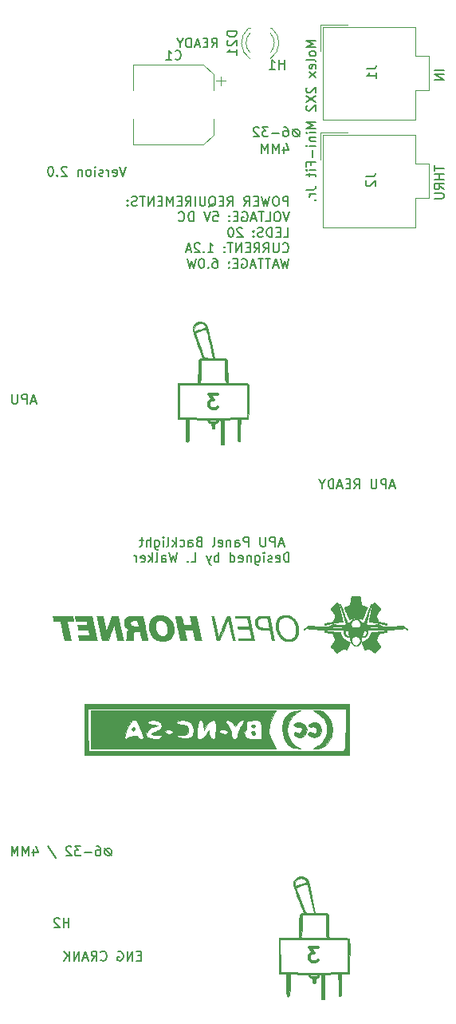
<source format=gbr>
%TF.GenerationSoftware,KiCad,Pcbnew,(5.1.6)-1*%
%TF.CreationDate,2020-12-18T17:52:59+11:00*%
%TF.ProjectId,APU Panel PCB V2,41505520-5061-46e6-956c-205043422056,rev?*%
%TF.SameCoordinates,Original*%
%TF.FileFunction,Legend,Bot*%
%TF.FilePolarity,Positive*%
%FSLAX46Y46*%
G04 Gerber Fmt 4.6, Leading zero omitted, Abs format (unit mm)*
G04 Created by KiCad (PCBNEW (5.1.6)-1) date 2020-12-18 17:52:59*
%MOMM*%
%LPD*%
G01*
G04 APERTURE LIST*
%ADD10C,0.150000*%
%ADD11C,0.300000*%
%ADD12C,0.010000*%
%ADD13C,0.120000*%
G04 APERTURE END LIST*
D10*
X101902380Y-57897619D02*
X100902380Y-57897619D01*
X101616666Y-58230952D01*
X100902380Y-58564285D01*
X101902380Y-58564285D01*
X101902380Y-59183333D02*
X101854761Y-59088095D01*
X101807142Y-59040476D01*
X101711904Y-58992857D01*
X101426190Y-58992857D01*
X101330952Y-59040476D01*
X101283333Y-59088095D01*
X101235714Y-59183333D01*
X101235714Y-59326190D01*
X101283333Y-59421428D01*
X101330952Y-59469047D01*
X101426190Y-59516666D01*
X101711904Y-59516666D01*
X101807142Y-59469047D01*
X101854761Y-59421428D01*
X101902380Y-59326190D01*
X101902380Y-59183333D01*
X101902380Y-60088095D02*
X101854761Y-59992857D01*
X101759523Y-59945238D01*
X100902380Y-59945238D01*
X101854761Y-60850000D02*
X101902380Y-60754761D01*
X101902380Y-60564285D01*
X101854761Y-60469047D01*
X101759523Y-60421428D01*
X101378571Y-60421428D01*
X101283333Y-60469047D01*
X101235714Y-60564285D01*
X101235714Y-60754761D01*
X101283333Y-60850000D01*
X101378571Y-60897619D01*
X101473809Y-60897619D01*
X101569047Y-60421428D01*
X101902380Y-61230952D02*
X101235714Y-61754761D01*
X101235714Y-61230952D02*
X101902380Y-61754761D01*
X100997619Y-62850000D02*
X100950000Y-62897619D01*
X100902380Y-62992857D01*
X100902380Y-63230952D01*
X100950000Y-63326190D01*
X100997619Y-63373809D01*
X101092857Y-63421428D01*
X101188095Y-63421428D01*
X101330952Y-63373809D01*
X101902380Y-62802380D01*
X101902380Y-63421428D01*
X100902380Y-63754761D02*
X101902380Y-64421428D01*
X100902380Y-64421428D02*
X101902380Y-63754761D01*
X100997619Y-64754761D02*
X100950000Y-64802380D01*
X100902380Y-64897619D01*
X100902380Y-65135714D01*
X100950000Y-65230952D01*
X100997619Y-65278571D01*
X101092857Y-65326190D01*
X101188095Y-65326190D01*
X101330952Y-65278571D01*
X101902380Y-64707142D01*
X101902380Y-65326190D01*
X101902380Y-66516666D02*
X100902380Y-66516666D01*
X101616666Y-66850000D01*
X100902380Y-67183333D01*
X101902380Y-67183333D01*
X101902380Y-67659523D02*
X101235714Y-67659523D01*
X100902380Y-67659523D02*
X100950000Y-67611904D01*
X100997619Y-67659523D01*
X100950000Y-67707142D01*
X100902380Y-67659523D01*
X100997619Y-67659523D01*
X101235714Y-68135714D02*
X101902380Y-68135714D01*
X101330952Y-68135714D02*
X101283333Y-68183333D01*
X101235714Y-68278571D01*
X101235714Y-68421428D01*
X101283333Y-68516666D01*
X101378571Y-68564285D01*
X101902380Y-68564285D01*
X101902380Y-69040476D02*
X101235714Y-69040476D01*
X100902380Y-69040476D02*
X100950000Y-68992857D01*
X100997619Y-69040476D01*
X100950000Y-69088095D01*
X100902380Y-69040476D01*
X100997619Y-69040476D01*
X101521428Y-69516666D02*
X101521428Y-70278571D01*
X101378571Y-71088095D02*
X101378571Y-70754761D01*
X101902380Y-70754761D02*
X100902380Y-70754761D01*
X100902380Y-71230952D01*
X101902380Y-71611904D02*
X101235714Y-71611904D01*
X100902380Y-71611904D02*
X100950000Y-71564285D01*
X100997619Y-71611904D01*
X100950000Y-71659523D01*
X100902380Y-71611904D01*
X100997619Y-71611904D01*
X101235714Y-71945238D02*
X101235714Y-72326190D01*
X100902380Y-72088095D02*
X101759523Y-72088095D01*
X101854761Y-72135714D01*
X101902380Y-72230952D01*
X101902380Y-72326190D01*
X100902380Y-73707142D02*
X101616666Y-73707142D01*
X101759523Y-73659523D01*
X101854761Y-73564285D01*
X101902380Y-73421428D01*
X101902380Y-73326190D01*
X101902380Y-74183333D02*
X101235714Y-74183333D01*
X101426190Y-74183333D02*
X101330952Y-74230952D01*
X101283333Y-74278571D01*
X101235714Y-74373809D01*
X101235714Y-74469047D01*
X101807142Y-74802380D02*
X101854761Y-74850000D01*
X101902380Y-74802380D01*
X101854761Y-74754761D01*
X101807142Y-74802380D01*
X101902380Y-74802380D01*
X98502380Y-69135714D02*
X98502380Y-69802380D01*
X98740476Y-68754761D02*
X98978571Y-69469047D01*
X98359523Y-69469047D01*
X97978571Y-69802380D02*
X97978571Y-68802380D01*
X97645238Y-69516666D01*
X97311904Y-68802380D01*
X97311904Y-69802380D01*
X96835714Y-69802380D02*
X96835714Y-68802380D01*
X96502380Y-69516666D01*
X96169047Y-68802380D01*
X96169047Y-69802380D01*
X90850000Y-58602380D02*
X91183333Y-58126190D01*
X91421428Y-58602380D02*
X91421428Y-57602380D01*
X91040476Y-57602380D01*
X90945238Y-57650000D01*
X90897619Y-57697619D01*
X90850000Y-57792857D01*
X90850000Y-57935714D01*
X90897619Y-58030952D01*
X90945238Y-58078571D01*
X91040476Y-58126190D01*
X91421428Y-58126190D01*
X90421428Y-58078571D02*
X90088095Y-58078571D01*
X89945238Y-58602380D02*
X90421428Y-58602380D01*
X90421428Y-57602380D01*
X89945238Y-57602380D01*
X89564285Y-58316666D02*
X89088095Y-58316666D01*
X89659523Y-58602380D02*
X89326190Y-57602380D01*
X88992857Y-58602380D01*
X88659523Y-58602380D02*
X88659523Y-57602380D01*
X88421428Y-57602380D01*
X88278571Y-57650000D01*
X88183333Y-57745238D01*
X88135714Y-57840476D01*
X88088095Y-58030952D01*
X88088095Y-58173809D01*
X88135714Y-58364285D01*
X88183333Y-58459523D01*
X88278571Y-58554761D01*
X88421428Y-58602380D01*
X88659523Y-58602380D01*
X87469047Y-58126190D02*
X87469047Y-58602380D01*
X87802380Y-57602380D02*
X87469047Y-58126190D01*
X87135714Y-57602380D01*
X98964404Y-75402380D02*
X98964404Y-74402380D01*
X98583452Y-74402380D01*
X98488214Y-74450000D01*
X98440595Y-74497619D01*
X98392976Y-74592857D01*
X98392976Y-74735714D01*
X98440595Y-74830952D01*
X98488214Y-74878571D01*
X98583452Y-74926190D01*
X98964404Y-74926190D01*
X97773928Y-74402380D02*
X97583452Y-74402380D01*
X97488214Y-74450000D01*
X97392976Y-74545238D01*
X97345357Y-74735714D01*
X97345357Y-75069047D01*
X97392976Y-75259523D01*
X97488214Y-75354761D01*
X97583452Y-75402380D01*
X97773928Y-75402380D01*
X97869166Y-75354761D01*
X97964404Y-75259523D01*
X98012023Y-75069047D01*
X98012023Y-74735714D01*
X97964404Y-74545238D01*
X97869166Y-74450000D01*
X97773928Y-74402380D01*
X97012023Y-74402380D02*
X96773928Y-75402380D01*
X96583452Y-74688095D01*
X96392976Y-75402380D01*
X96154880Y-74402380D01*
X95773928Y-74878571D02*
X95440595Y-74878571D01*
X95297738Y-75402380D02*
X95773928Y-75402380D01*
X95773928Y-74402380D01*
X95297738Y-74402380D01*
X94297738Y-75402380D02*
X94631071Y-74926190D01*
X94869166Y-75402380D02*
X94869166Y-74402380D01*
X94488214Y-74402380D01*
X94392976Y-74450000D01*
X94345357Y-74497619D01*
X94297738Y-74592857D01*
X94297738Y-74735714D01*
X94345357Y-74830952D01*
X94392976Y-74878571D01*
X94488214Y-74926190D01*
X94869166Y-74926190D01*
X92535833Y-75402380D02*
X92869166Y-74926190D01*
X93107261Y-75402380D02*
X93107261Y-74402380D01*
X92726309Y-74402380D01*
X92631071Y-74450000D01*
X92583452Y-74497619D01*
X92535833Y-74592857D01*
X92535833Y-74735714D01*
X92583452Y-74830952D01*
X92631071Y-74878571D01*
X92726309Y-74926190D01*
X93107261Y-74926190D01*
X92107261Y-74878571D02*
X91773928Y-74878571D01*
X91631071Y-75402380D02*
X92107261Y-75402380D01*
X92107261Y-74402380D01*
X91631071Y-74402380D01*
X90535833Y-75497619D02*
X90631071Y-75450000D01*
X90726309Y-75354761D01*
X90869166Y-75211904D01*
X90964404Y-75164285D01*
X91059642Y-75164285D01*
X91012023Y-75402380D02*
X91107261Y-75354761D01*
X91202500Y-75259523D01*
X91250119Y-75069047D01*
X91250119Y-74735714D01*
X91202500Y-74545238D01*
X91107261Y-74450000D01*
X91012023Y-74402380D01*
X90821547Y-74402380D01*
X90726309Y-74450000D01*
X90631071Y-74545238D01*
X90583452Y-74735714D01*
X90583452Y-75069047D01*
X90631071Y-75259523D01*
X90726309Y-75354761D01*
X90821547Y-75402380D01*
X91012023Y-75402380D01*
X90154880Y-74402380D02*
X90154880Y-75211904D01*
X90107261Y-75307142D01*
X90059642Y-75354761D01*
X89964404Y-75402380D01*
X89773928Y-75402380D01*
X89678690Y-75354761D01*
X89631071Y-75307142D01*
X89583452Y-75211904D01*
X89583452Y-74402380D01*
X89107261Y-75402380D02*
X89107261Y-74402380D01*
X88059642Y-75402380D02*
X88392976Y-74926190D01*
X88631071Y-75402380D02*
X88631071Y-74402380D01*
X88250119Y-74402380D01*
X88154880Y-74450000D01*
X88107261Y-74497619D01*
X88059642Y-74592857D01*
X88059642Y-74735714D01*
X88107261Y-74830952D01*
X88154880Y-74878571D01*
X88250119Y-74926190D01*
X88631071Y-74926190D01*
X87631071Y-74878571D02*
X87297738Y-74878571D01*
X87154880Y-75402380D02*
X87631071Y-75402380D01*
X87631071Y-74402380D01*
X87154880Y-74402380D01*
X86726309Y-75402380D02*
X86726309Y-74402380D01*
X86392976Y-75116666D01*
X86059642Y-74402380D01*
X86059642Y-75402380D01*
X85583452Y-74878571D02*
X85250119Y-74878571D01*
X85107261Y-75402380D02*
X85583452Y-75402380D01*
X85583452Y-74402380D01*
X85107261Y-74402380D01*
X84678690Y-75402380D02*
X84678690Y-74402380D01*
X84107261Y-75402380D01*
X84107261Y-74402380D01*
X83773928Y-74402380D02*
X83202500Y-74402380D01*
X83488214Y-75402380D02*
X83488214Y-74402380D01*
X82916785Y-75354761D02*
X82773928Y-75402380D01*
X82535833Y-75402380D01*
X82440595Y-75354761D01*
X82392976Y-75307142D01*
X82345357Y-75211904D01*
X82345357Y-75116666D01*
X82392976Y-75021428D01*
X82440595Y-74973809D01*
X82535833Y-74926190D01*
X82726309Y-74878571D01*
X82821547Y-74830952D01*
X82869166Y-74783333D01*
X82916785Y-74688095D01*
X82916785Y-74592857D01*
X82869166Y-74497619D01*
X82821547Y-74450000D01*
X82726309Y-74402380D01*
X82488214Y-74402380D01*
X82345357Y-74450000D01*
X81916785Y-75307142D02*
X81869166Y-75354761D01*
X81916785Y-75402380D01*
X81964404Y-75354761D01*
X81916785Y-75307142D01*
X81916785Y-75402380D01*
X81916785Y-74783333D02*
X81869166Y-74830952D01*
X81916785Y-74878571D01*
X81964404Y-74830952D01*
X81916785Y-74783333D01*
X81916785Y-74878571D01*
X99107261Y-76052380D02*
X98773928Y-77052380D01*
X98440595Y-76052380D01*
X97916785Y-76052380D02*
X97726309Y-76052380D01*
X97631071Y-76100000D01*
X97535833Y-76195238D01*
X97488214Y-76385714D01*
X97488214Y-76719047D01*
X97535833Y-76909523D01*
X97631071Y-77004761D01*
X97726309Y-77052380D01*
X97916785Y-77052380D01*
X98012023Y-77004761D01*
X98107261Y-76909523D01*
X98154880Y-76719047D01*
X98154880Y-76385714D01*
X98107261Y-76195238D01*
X98012023Y-76100000D01*
X97916785Y-76052380D01*
X96583452Y-77052380D02*
X97059642Y-77052380D01*
X97059642Y-76052380D01*
X96392976Y-76052380D02*
X95821547Y-76052380D01*
X96107261Y-77052380D02*
X96107261Y-76052380D01*
X95535833Y-76766666D02*
X95059642Y-76766666D01*
X95631071Y-77052380D02*
X95297738Y-76052380D01*
X94964404Y-77052380D01*
X94107261Y-76100000D02*
X94202500Y-76052380D01*
X94345357Y-76052380D01*
X94488214Y-76100000D01*
X94583452Y-76195238D01*
X94631071Y-76290476D01*
X94678690Y-76480952D01*
X94678690Y-76623809D01*
X94631071Y-76814285D01*
X94583452Y-76909523D01*
X94488214Y-77004761D01*
X94345357Y-77052380D01*
X94250119Y-77052380D01*
X94107261Y-77004761D01*
X94059642Y-76957142D01*
X94059642Y-76623809D01*
X94250119Y-76623809D01*
X93631071Y-76528571D02*
X93297738Y-76528571D01*
X93154880Y-77052380D02*
X93631071Y-77052380D01*
X93631071Y-76052380D01*
X93154880Y-76052380D01*
X92726309Y-76957142D02*
X92678690Y-77004761D01*
X92726309Y-77052380D01*
X92773928Y-77004761D01*
X92726309Y-76957142D01*
X92726309Y-77052380D01*
X92726309Y-76433333D02*
X92678690Y-76480952D01*
X92726309Y-76528571D01*
X92773928Y-76480952D01*
X92726309Y-76433333D01*
X92726309Y-76528571D01*
X91012023Y-76052380D02*
X91488214Y-76052380D01*
X91535833Y-76528571D01*
X91488214Y-76480952D01*
X91392976Y-76433333D01*
X91154880Y-76433333D01*
X91059642Y-76480952D01*
X91012023Y-76528571D01*
X90964404Y-76623809D01*
X90964404Y-76861904D01*
X91012023Y-76957142D01*
X91059642Y-77004761D01*
X91154880Y-77052380D01*
X91392976Y-77052380D01*
X91488214Y-77004761D01*
X91535833Y-76957142D01*
X90678690Y-76052380D02*
X90345357Y-77052380D01*
X90012023Y-76052380D01*
X88916785Y-77052380D02*
X88916785Y-76052380D01*
X88678690Y-76052380D01*
X88535833Y-76100000D01*
X88440595Y-76195238D01*
X88392976Y-76290476D01*
X88345357Y-76480952D01*
X88345357Y-76623809D01*
X88392976Y-76814285D01*
X88440595Y-76909523D01*
X88535833Y-77004761D01*
X88678690Y-77052380D01*
X88916785Y-77052380D01*
X87345357Y-76957142D02*
X87392976Y-77004761D01*
X87535833Y-77052380D01*
X87631071Y-77052380D01*
X87773928Y-77004761D01*
X87869166Y-76909523D01*
X87916785Y-76814285D01*
X87964404Y-76623809D01*
X87964404Y-76480952D01*
X87916785Y-76290476D01*
X87869166Y-76195238D01*
X87773928Y-76100000D01*
X87631071Y-76052380D01*
X87535833Y-76052380D01*
X87392976Y-76100000D01*
X87345357Y-76147619D01*
X98488214Y-78702380D02*
X98964404Y-78702380D01*
X98964404Y-77702380D01*
X98154880Y-78178571D02*
X97821547Y-78178571D01*
X97678690Y-78702380D02*
X98154880Y-78702380D01*
X98154880Y-77702380D01*
X97678690Y-77702380D01*
X97250119Y-78702380D02*
X97250119Y-77702380D01*
X97012023Y-77702380D01*
X96869166Y-77750000D01*
X96773928Y-77845238D01*
X96726309Y-77940476D01*
X96678690Y-78130952D01*
X96678690Y-78273809D01*
X96726309Y-78464285D01*
X96773928Y-78559523D01*
X96869166Y-78654761D01*
X97012023Y-78702380D01*
X97250119Y-78702380D01*
X96297738Y-78654761D02*
X96154880Y-78702380D01*
X95916785Y-78702380D01*
X95821547Y-78654761D01*
X95773928Y-78607142D01*
X95726309Y-78511904D01*
X95726309Y-78416666D01*
X95773928Y-78321428D01*
X95821547Y-78273809D01*
X95916785Y-78226190D01*
X96107261Y-78178571D01*
X96202500Y-78130952D01*
X96250119Y-78083333D01*
X96297738Y-77988095D01*
X96297738Y-77892857D01*
X96250119Y-77797619D01*
X96202500Y-77750000D01*
X96107261Y-77702380D01*
X95869166Y-77702380D01*
X95726309Y-77750000D01*
X95297738Y-78607142D02*
X95250119Y-78654761D01*
X95297738Y-78702380D01*
X95345357Y-78654761D01*
X95297738Y-78607142D01*
X95297738Y-78702380D01*
X95297738Y-78083333D02*
X95250119Y-78130952D01*
X95297738Y-78178571D01*
X95345357Y-78130952D01*
X95297738Y-78083333D01*
X95297738Y-78178571D01*
X94107261Y-77797619D02*
X94059642Y-77750000D01*
X93964404Y-77702380D01*
X93726309Y-77702380D01*
X93631071Y-77750000D01*
X93583452Y-77797619D01*
X93535833Y-77892857D01*
X93535833Y-77988095D01*
X93583452Y-78130952D01*
X94154880Y-78702380D01*
X93535833Y-78702380D01*
X92916785Y-77702380D02*
X92821547Y-77702380D01*
X92726309Y-77750000D01*
X92678690Y-77797619D01*
X92631071Y-77892857D01*
X92583452Y-78083333D01*
X92583452Y-78321428D01*
X92631071Y-78511904D01*
X92678690Y-78607142D01*
X92726309Y-78654761D01*
X92821547Y-78702380D01*
X92916785Y-78702380D01*
X93012023Y-78654761D01*
X93059642Y-78607142D01*
X93107261Y-78511904D01*
X93154880Y-78321428D01*
X93154880Y-78083333D01*
X93107261Y-77892857D01*
X93059642Y-77797619D01*
X93012023Y-77750000D01*
X92916785Y-77702380D01*
X98392976Y-80257142D02*
X98440595Y-80304761D01*
X98583452Y-80352380D01*
X98678690Y-80352380D01*
X98821547Y-80304761D01*
X98916785Y-80209523D01*
X98964404Y-80114285D01*
X99012023Y-79923809D01*
X99012023Y-79780952D01*
X98964404Y-79590476D01*
X98916785Y-79495238D01*
X98821547Y-79400000D01*
X98678690Y-79352380D01*
X98583452Y-79352380D01*
X98440595Y-79400000D01*
X98392976Y-79447619D01*
X97964404Y-79352380D02*
X97964404Y-80161904D01*
X97916785Y-80257142D01*
X97869166Y-80304761D01*
X97773928Y-80352380D01*
X97583452Y-80352380D01*
X97488214Y-80304761D01*
X97440595Y-80257142D01*
X97392976Y-80161904D01*
X97392976Y-79352380D01*
X96345357Y-80352380D02*
X96678690Y-79876190D01*
X96916785Y-80352380D02*
X96916785Y-79352380D01*
X96535833Y-79352380D01*
X96440595Y-79400000D01*
X96392976Y-79447619D01*
X96345357Y-79542857D01*
X96345357Y-79685714D01*
X96392976Y-79780952D01*
X96440595Y-79828571D01*
X96535833Y-79876190D01*
X96916785Y-79876190D01*
X95345357Y-80352380D02*
X95678690Y-79876190D01*
X95916785Y-80352380D02*
X95916785Y-79352380D01*
X95535833Y-79352380D01*
X95440595Y-79400000D01*
X95392976Y-79447619D01*
X95345357Y-79542857D01*
X95345357Y-79685714D01*
X95392976Y-79780952D01*
X95440595Y-79828571D01*
X95535833Y-79876190D01*
X95916785Y-79876190D01*
X94916785Y-79828571D02*
X94583452Y-79828571D01*
X94440595Y-80352380D02*
X94916785Y-80352380D01*
X94916785Y-79352380D01*
X94440595Y-79352380D01*
X94012023Y-80352380D02*
X94012023Y-79352380D01*
X93440595Y-80352380D01*
X93440595Y-79352380D01*
X93107261Y-79352380D02*
X92535833Y-79352380D01*
X92821547Y-80352380D02*
X92821547Y-79352380D01*
X92202500Y-80257142D02*
X92154880Y-80304761D01*
X92202500Y-80352380D01*
X92250119Y-80304761D01*
X92202500Y-80257142D01*
X92202500Y-80352380D01*
X92202500Y-79733333D02*
X92154880Y-79780952D01*
X92202500Y-79828571D01*
X92250119Y-79780952D01*
X92202500Y-79733333D01*
X92202500Y-79828571D01*
X90440595Y-80352380D02*
X91012023Y-80352380D01*
X90726309Y-80352380D02*
X90726309Y-79352380D01*
X90821547Y-79495238D01*
X90916785Y-79590476D01*
X91012023Y-79638095D01*
X90012023Y-80257142D02*
X89964404Y-80304761D01*
X90012023Y-80352380D01*
X90059642Y-80304761D01*
X90012023Y-80257142D01*
X90012023Y-80352380D01*
X89583452Y-79447619D02*
X89535833Y-79400000D01*
X89440595Y-79352380D01*
X89202500Y-79352380D01*
X89107261Y-79400000D01*
X89059642Y-79447619D01*
X89012023Y-79542857D01*
X89012023Y-79638095D01*
X89059642Y-79780952D01*
X89631071Y-80352380D01*
X89012023Y-80352380D01*
X88631071Y-80066666D02*
X88154880Y-80066666D01*
X88726309Y-80352380D02*
X88392976Y-79352380D01*
X88059642Y-80352380D01*
X99059642Y-81002380D02*
X98821547Y-82002380D01*
X98631071Y-81288095D01*
X98440595Y-82002380D01*
X98202500Y-81002380D01*
X97869166Y-81716666D02*
X97392976Y-81716666D01*
X97964404Y-82002380D02*
X97631071Y-81002380D01*
X97297738Y-82002380D01*
X97107261Y-81002380D02*
X96535833Y-81002380D01*
X96821547Y-82002380D02*
X96821547Y-81002380D01*
X96345357Y-81002380D02*
X95773928Y-81002380D01*
X96059642Y-82002380D02*
X96059642Y-81002380D01*
X95488214Y-81716666D02*
X95012023Y-81716666D01*
X95583452Y-82002380D02*
X95250119Y-81002380D01*
X94916785Y-82002380D01*
X94059642Y-81050000D02*
X94154880Y-81002380D01*
X94297738Y-81002380D01*
X94440595Y-81050000D01*
X94535833Y-81145238D01*
X94583452Y-81240476D01*
X94631071Y-81430952D01*
X94631071Y-81573809D01*
X94583452Y-81764285D01*
X94535833Y-81859523D01*
X94440595Y-81954761D01*
X94297738Y-82002380D01*
X94202500Y-82002380D01*
X94059642Y-81954761D01*
X94012023Y-81907142D01*
X94012023Y-81573809D01*
X94202500Y-81573809D01*
X93583452Y-81478571D02*
X93250119Y-81478571D01*
X93107261Y-82002380D02*
X93583452Y-82002380D01*
X93583452Y-81002380D01*
X93107261Y-81002380D01*
X92678690Y-81907142D02*
X92631071Y-81954761D01*
X92678690Y-82002380D01*
X92726309Y-81954761D01*
X92678690Y-81907142D01*
X92678690Y-82002380D01*
X92678690Y-81383333D02*
X92631071Y-81430952D01*
X92678690Y-81478571D01*
X92726309Y-81430952D01*
X92678690Y-81383333D01*
X92678690Y-81478571D01*
X91012023Y-81002380D02*
X91202500Y-81002380D01*
X91297738Y-81050000D01*
X91345357Y-81097619D01*
X91440595Y-81240476D01*
X91488214Y-81430952D01*
X91488214Y-81811904D01*
X91440595Y-81907142D01*
X91392976Y-81954761D01*
X91297738Y-82002380D01*
X91107261Y-82002380D01*
X91012023Y-81954761D01*
X90964404Y-81907142D01*
X90916785Y-81811904D01*
X90916785Y-81573809D01*
X90964404Y-81478571D01*
X91012023Y-81430952D01*
X91107261Y-81383333D01*
X91297738Y-81383333D01*
X91392976Y-81430952D01*
X91440595Y-81478571D01*
X91488214Y-81573809D01*
X90488214Y-81907142D02*
X90440595Y-81954761D01*
X90488214Y-82002380D01*
X90535833Y-81954761D01*
X90488214Y-81907142D01*
X90488214Y-82002380D01*
X89821547Y-81002380D02*
X89726309Y-81002380D01*
X89631071Y-81050000D01*
X89583452Y-81097619D01*
X89535833Y-81192857D01*
X89488214Y-81383333D01*
X89488214Y-81621428D01*
X89535833Y-81811904D01*
X89583452Y-81907142D01*
X89631071Y-81954761D01*
X89726309Y-82002380D01*
X89821547Y-82002380D01*
X89916785Y-81954761D01*
X89964404Y-81907142D01*
X90012023Y-81811904D01*
X90059642Y-81621428D01*
X90059642Y-81383333D01*
X90012023Y-81192857D01*
X89964404Y-81097619D01*
X89916785Y-81050000D01*
X89821547Y-81002380D01*
X89154880Y-81002380D02*
X88916785Y-82002380D01*
X88726309Y-81288095D01*
X88535833Y-82002380D01*
X88297738Y-81002380D01*
X98484058Y-111254066D02*
X98007867Y-111254066D01*
X98579296Y-111539780D02*
X98245962Y-110539780D01*
X97912629Y-111539780D01*
X97579296Y-111539780D02*
X97579296Y-110539780D01*
X97198343Y-110539780D01*
X97103105Y-110587400D01*
X97055486Y-110635019D01*
X97007867Y-110730257D01*
X97007867Y-110873114D01*
X97055486Y-110968352D01*
X97103105Y-111015971D01*
X97198343Y-111063590D01*
X97579296Y-111063590D01*
X96579296Y-110539780D02*
X96579296Y-111349304D01*
X96531677Y-111444542D01*
X96484058Y-111492161D01*
X96388820Y-111539780D01*
X96198343Y-111539780D01*
X96103105Y-111492161D01*
X96055486Y-111444542D01*
X96007867Y-111349304D01*
X96007867Y-110539780D01*
X94769772Y-111539780D02*
X94769772Y-110539780D01*
X94388820Y-110539780D01*
X94293581Y-110587400D01*
X94245962Y-110635019D01*
X94198343Y-110730257D01*
X94198343Y-110873114D01*
X94245962Y-110968352D01*
X94293581Y-111015971D01*
X94388820Y-111063590D01*
X94769772Y-111063590D01*
X93341200Y-111539780D02*
X93341200Y-111015971D01*
X93388820Y-110920733D01*
X93484058Y-110873114D01*
X93674534Y-110873114D01*
X93769772Y-110920733D01*
X93341200Y-111492161D02*
X93436439Y-111539780D01*
X93674534Y-111539780D01*
X93769772Y-111492161D01*
X93817391Y-111396923D01*
X93817391Y-111301685D01*
X93769772Y-111206447D01*
X93674534Y-111158828D01*
X93436439Y-111158828D01*
X93341200Y-111111209D01*
X92865010Y-110873114D02*
X92865010Y-111539780D01*
X92865010Y-110968352D02*
X92817391Y-110920733D01*
X92722153Y-110873114D01*
X92579296Y-110873114D01*
X92484058Y-110920733D01*
X92436439Y-111015971D01*
X92436439Y-111539780D01*
X91579296Y-111492161D02*
X91674534Y-111539780D01*
X91865010Y-111539780D01*
X91960248Y-111492161D01*
X92007867Y-111396923D01*
X92007867Y-111015971D01*
X91960248Y-110920733D01*
X91865010Y-110873114D01*
X91674534Y-110873114D01*
X91579296Y-110920733D01*
X91531677Y-111015971D01*
X91531677Y-111111209D01*
X92007867Y-111206447D01*
X90960248Y-111539780D02*
X91055486Y-111492161D01*
X91103105Y-111396923D01*
X91103105Y-110539780D01*
X89484058Y-111015971D02*
X89341200Y-111063590D01*
X89293581Y-111111209D01*
X89245962Y-111206447D01*
X89245962Y-111349304D01*
X89293581Y-111444542D01*
X89341200Y-111492161D01*
X89436439Y-111539780D01*
X89817391Y-111539780D01*
X89817391Y-110539780D01*
X89484058Y-110539780D01*
X89388820Y-110587400D01*
X89341200Y-110635019D01*
X89293581Y-110730257D01*
X89293581Y-110825495D01*
X89341200Y-110920733D01*
X89388820Y-110968352D01*
X89484058Y-111015971D01*
X89817391Y-111015971D01*
X88388820Y-111539780D02*
X88388820Y-111015971D01*
X88436439Y-110920733D01*
X88531677Y-110873114D01*
X88722153Y-110873114D01*
X88817391Y-110920733D01*
X88388820Y-111492161D02*
X88484058Y-111539780D01*
X88722153Y-111539780D01*
X88817391Y-111492161D01*
X88865010Y-111396923D01*
X88865010Y-111301685D01*
X88817391Y-111206447D01*
X88722153Y-111158828D01*
X88484058Y-111158828D01*
X88388820Y-111111209D01*
X87484058Y-111492161D02*
X87579296Y-111539780D01*
X87769772Y-111539780D01*
X87865010Y-111492161D01*
X87912629Y-111444542D01*
X87960248Y-111349304D01*
X87960248Y-111063590D01*
X87912629Y-110968352D01*
X87865010Y-110920733D01*
X87769772Y-110873114D01*
X87579296Y-110873114D01*
X87484058Y-110920733D01*
X87055486Y-111539780D02*
X87055486Y-110539780D01*
X86960248Y-111158828D02*
X86674534Y-111539780D01*
X86674534Y-110873114D02*
X87055486Y-111254066D01*
X86103105Y-111539780D02*
X86198343Y-111492161D01*
X86245962Y-111396923D01*
X86245962Y-110539780D01*
X85722153Y-111539780D02*
X85722153Y-110873114D01*
X85722153Y-110539780D02*
X85769772Y-110587400D01*
X85722153Y-110635019D01*
X85674534Y-110587400D01*
X85722153Y-110539780D01*
X85722153Y-110635019D01*
X84817391Y-110873114D02*
X84817391Y-111682638D01*
X84865010Y-111777876D01*
X84912629Y-111825495D01*
X85007867Y-111873114D01*
X85150724Y-111873114D01*
X85245962Y-111825495D01*
X84817391Y-111492161D02*
X84912629Y-111539780D01*
X85103105Y-111539780D01*
X85198343Y-111492161D01*
X85245962Y-111444542D01*
X85293581Y-111349304D01*
X85293581Y-111063590D01*
X85245962Y-110968352D01*
X85198343Y-110920733D01*
X85103105Y-110873114D01*
X84912629Y-110873114D01*
X84817391Y-110920733D01*
X84341200Y-111539780D02*
X84341200Y-110539780D01*
X83912629Y-111539780D02*
X83912629Y-111015971D01*
X83960248Y-110920733D01*
X84055486Y-110873114D01*
X84198343Y-110873114D01*
X84293581Y-110920733D01*
X84341200Y-110968352D01*
X83579296Y-110873114D02*
X83198343Y-110873114D01*
X83436439Y-110539780D02*
X83436439Y-111396923D01*
X83388820Y-111492161D01*
X83293581Y-111539780D01*
X83198343Y-111539780D01*
X99055486Y-113189780D02*
X99055486Y-112189780D01*
X98817391Y-112189780D01*
X98674534Y-112237400D01*
X98579296Y-112332638D01*
X98531677Y-112427876D01*
X98484058Y-112618352D01*
X98484058Y-112761209D01*
X98531677Y-112951685D01*
X98579296Y-113046923D01*
X98674534Y-113142161D01*
X98817391Y-113189780D01*
X99055486Y-113189780D01*
X97674534Y-113142161D02*
X97769772Y-113189780D01*
X97960248Y-113189780D01*
X98055486Y-113142161D01*
X98103105Y-113046923D01*
X98103105Y-112665971D01*
X98055486Y-112570733D01*
X97960248Y-112523114D01*
X97769772Y-112523114D01*
X97674534Y-112570733D01*
X97626915Y-112665971D01*
X97626915Y-112761209D01*
X98103105Y-112856447D01*
X97245962Y-113142161D02*
X97150724Y-113189780D01*
X96960248Y-113189780D01*
X96865010Y-113142161D01*
X96817391Y-113046923D01*
X96817391Y-112999304D01*
X96865010Y-112904066D01*
X96960248Y-112856447D01*
X97103105Y-112856447D01*
X97198343Y-112808828D01*
X97245962Y-112713590D01*
X97245962Y-112665971D01*
X97198343Y-112570733D01*
X97103105Y-112523114D01*
X96960248Y-112523114D01*
X96865010Y-112570733D01*
X96388820Y-113189780D02*
X96388820Y-112523114D01*
X96388820Y-112189780D02*
X96436439Y-112237400D01*
X96388820Y-112285019D01*
X96341200Y-112237400D01*
X96388820Y-112189780D01*
X96388820Y-112285019D01*
X95484058Y-112523114D02*
X95484058Y-113332638D01*
X95531677Y-113427876D01*
X95579296Y-113475495D01*
X95674534Y-113523114D01*
X95817391Y-113523114D01*
X95912629Y-113475495D01*
X95484058Y-113142161D02*
X95579296Y-113189780D01*
X95769772Y-113189780D01*
X95865010Y-113142161D01*
X95912629Y-113094542D01*
X95960248Y-112999304D01*
X95960248Y-112713590D01*
X95912629Y-112618352D01*
X95865010Y-112570733D01*
X95769772Y-112523114D01*
X95579296Y-112523114D01*
X95484058Y-112570733D01*
X95007867Y-112523114D02*
X95007867Y-113189780D01*
X95007867Y-112618352D02*
X94960248Y-112570733D01*
X94865010Y-112523114D01*
X94722153Y-112523114D01*
X94626915Y-112570733D01*
X94579296Y-112665971D01*
X94579296Y-113189780D01*
X93722153Y-113142161D02*
X93817391Y-113189780D01*
X94007867Y-113189780D01*
X94103105Y-113142161D01*
X94150724Y-113046923D01*
X94150724Y-112665971D01*
X94103105Y-112570733D01*
X94007867Y-112523114D01*
X93817391Y-112523114D01*
X93722153Y-112570733D01*
X93674534Y-112665971D01*
X93674534Y-112761209D01*
X94150724Y-112856447D01*
X92817391Y-113189780D02*
X92817391Y-112189780D01*
X92817391Y-113142161D02*
X92912629Y-113189780D01*
X93103105Y-113189780D01*
X93198343Y-113142161D01*
X93245962Y-113094542D01*
X93293581Y-112999304D01*
X93293581Y-112713590D01*
X93245962Y-112618352D01*
X93198343Y-112570733D01*
X93103105Y-112523114D01*
X92912629Y-112523114D01*
X92817391Y-112570733D01*
X91579296Y-113189780D02*
X91579296Y-112189780D01*
X91579296Y-112570733D02*
X91484058Y-112523114D01*
X91293581Y-112523114D01*
X91198343Y-112570733D01*
X91150724Y-112618352D01*
X91103105Y-112713590D01*
X91103105Y-112999304D01*
X91150724Y-113094542D01*
X91198343Y-113142161D01*
X91293581Y-113189780D01*
X91484058Y-113189780D01*
X91579296Y-113142161D01*
X90769772Y-112523114D02*
X90531677Y-113189780D01*
X90293581Y-112523114D02*
X90531677Y-113189780D01*
X90626915Y-113427876D01*
X90674534Y-113475495D01*
X90769772Y-113523114D01*
X88674534Y-113189780D02*
X89150724Y-113189780D01*
X89150724Y-112189780D01*
X88341200Y-113094542D02*
X88293581Y-113142161D01*
X88341200Y-113189780D01*
X88388820Y-113142161D01*
X88341200Y-113094542D01*
X88341200Y-113189780D01*
X87198343Y-112189780D02*
X86960248Y-113189780D01*
X86769772Y-112475495D01*
X86579296Y-113189780D01*
X86341200Y-112189780D01*
X85531677Y-113189780D02*
X85531677Y-112665971D01*
X85579296Y-112570733D01*
X85674534Y-112523114D01*
X85865010Y-112523114D01*
X85960248Y-112570733D01*
X85531677Y-113142161D02*
X85626915Y-113189780D01*
X85865010Y-113189780D01*
X85960248Y-113142161D01*
X86007867Y-113046923D01*
X86007867Y-112951685D01*
X85960248Y-112856447D01*
X85865010Y-112808828D01*
X85626915Y-112808828D01*
X85531677Y-112761209D01*
X84912629Y-113189780D02*
X85007867Y-113142161D01*
X85055486Y-113046923D01*
X85055486Y-112189780D01*
X84531677Y-113189780D02*
X84531677Y-112189780D01*
X84436439Y-112808828D02*
X84150724Y-113189780D01*
X84150724Y-112523114D02*
X84531677Y-112904066D01*
X83341200Y-113142161D02*
X83436439Y-113189780D01*
X83626915Y-113189780D01*
X83722153Y-113142161D01*
X83769772Y-113046923D01*
X83769772Y-112665971D01*
X83722153Y-112570733D01*
X83626915Y-112523114D01*
X83436439Y-112523114D01*
X83341200Y-112570733D01*
X83293581Y-112665971D01*
X83293581Y-112761209D01*
X83769772Y-112856447D01*
X82865010Y-113189780D02*
X82865010Y-112523114D01*
X82865010Y-112713590D02*
X82817391Y-112618352D01*
X82769772Y-112570733D01*
X82674534Y-112523114D01*
X82579296Y-112523114D01*
D11*
X102145720Y-154103331D02*
X101217148Y-154103331D01*
X101717148Y-154674760D01*
X101502862Y-154674760D01*
X101360005Y-154746188D01*
X101288577Y-154817617D01*
X101217148Y-154960474D01*
X101217148Y-155317617D01*
X101288577Y-155460474D01*
X101360005Y-155531902D01*
X101502862Y-155603331D01*
X101931434Y-155603331D01*
X102074291Y-155531902D01*
X102145720Y-155460474D01*
X91510740Y-95414091D02*
X90582168Y-95414091D01*
X91082168Y-95985520D01*
X90867882Y-95985520D01*
X90725025Y-96056948D01*
X90653597Y-96128377D01*
X90582168Y-96271234D01*
X90582168Y-96628377D01*
X90653597Y-96771234D01*
X90725025Y-96842662D01*
X90867882Y-96914091D01*
X91296454Y-96914091D01*
X91439311Y-96842662D01*
X91510740Y-96771234D01*
D10*
X81740476Y-71252380D02*
X81407142Y-72252380D01*
X81073809Y-71252380D01*
X80359523Y-72204761D02*
X80454761Y-72252380D01*
X80645238Y-72252380D01*
X80740476Y-72204761D01*
X80788095Y-72109523D01*
X80788095Y-71728571D01*
X80740476Y-71633333D01*
X80645238Y-71585714D01*
X80454761Y-71585714D01*
X80359523Y-71633333D01*
X80311904Y-71728571D01*
X80311904Y-71823809D01*
X80788095Y-71919047D01*
X79883333Y-72252380D02*
X79883333Y-71585714D01*
X79883333Y-71776190D02*
X79835714Y-71680952D01*
X79788095Y-71633333D01*
X79692857Y-71585714D01*
X79597619Y-71585714D01*
X79311904Y-72204761D02*
X79216666Y-72252380D01*
X79026190Y-72252380D01*
X78930952Y-72204761D01*
X78883333Y-72109523D01*
X78883333Y-72061904D01*
X78930952Y-71966666D01*
X79026190Y-71919047D01*
X79169047Y-71919047D01*
X79264285Y-71871428D01*
X79311904Y-71776190D01*
X79311904Y-71728571D01*
X79264285Y-71633333D01*
X79169047Y-71585714D01*
X79026190Y-71585714D01*
X78930952Y-71633333D01*
X78454761Y-72252380D02*
X78454761Y-71585714D01*
X78454761Y-71252380D02*
X78502380Y-71300000D01*
X78454761Y-71347619D01*
X78407142Y-71300000D01*
X78454761Y-71252380D01*
X78454761Y-71347619D01*
X77835714Y-72252380D02*
X77930952Y-72204761D01*
X77978571Y-72157142D01*
X78026190Y-72061904D01*
X78026190Y-71776190D01*
X77978571Y-71680952D01*
X77930952Y-71633333D01*
X77835714Y-71585714D01*
X77692857Y-71585714D01*
X77597619Y-71633333D01*
X77550000Y-71680952D01*
X77502380Y-71776190D01*
X77502380Y-72061904D01*
X77550000Y-72157142D01*
X77597619Y-72204761D01*
X77692857Y-72252380D01*
X77835714Y-72252380D01*
X77073809Y-71585714D02*
X77073809Y-72252380D01*
X77073809Y-71680952D02*
X77026190Y-71633333D01*
X76930952Y-71585714D01*
X76788095Y-71585714D01*
X76692857Y-71633333D01*
X76645238Y-71728571D01*
X76645238Y-72252380D01*
X75454761Y-71347619D02*
X75407142Y-71300000D01*
X75311904Y-71252380D01*
X75073809Y-71252380D01*
X74978571Y-71300000D01*
X74930952Y-71347619D01*
X74883333Y-71442857D01*
X74883333Y-71538095D01*
X74930952Y-71680952D01*
X75502380Y-72252380D01*
X74883333Y-72252380D01*
X74454761Y-72157142D02*
X74407142Y-72204761D01*
X74454761Y-72252380D01*
X74502380Y-72204761D01*
X74454761Y-72157142D01*
X74454761Y-72252380D01*
X73788095Y-71252380D02*
X73692857Y-71252380D01*
X73597619Y-71300000D01*
X73550000Y-71347619D01*
X73502380Y-71442857D01*
X73454761Y-71633333D01*
X73454761Y-71871428D01*
X73502380Y-72061904D01*
X73550000Y-72157142D01*
X73597619Y-72204761D01*
X73692857Y-72252380D01*
X73788095Y-72252380D01*
X73883333Y-72204761D01*
X73930952Y-72157142D01*
X73978571Y-72061904D01*
X74026190Y-71871428D01*
X74026190Y-71633333D01*
X73978571Y-71442857D01*
X73930952Y-71347619D01*
X73883333Y-71300000D01*
X73788095Y-71252380D01*
X72135524Y-96125326D02*
X71659334Y-96125326D01*
X72230762Y-96411040D02*
X71897429Y-95411040D01*
X71564096Y-96411040D01*
X71230762Y-96411040D02*
X71230762Y-95411040D01*
X70849810Y-95411040D01*
X70754572Y-95458660D01*
X70706953Y-95506279D01*
X70659334Y-95601517D01*
X70659334Y-95744374D01*
X70706953Y-95839612D01*
X70754572Y-95887231D01*
X70849810Y-95934850D01*
X71230762Y-95934850D01*
X70230762Y-95411040D02*
X70230762Y-96220564D01*
X70183143Y-96315802D01*
X70135524Y-96363421D01*
X70040286Y-96411040D01*
X69849810Y-96411040D01*
X69754572Y-96363421D01*
X69706953Y-96315802D01*
X69659334Y-96220564D01*
X69659334Y-95411040D01*
X110276780Y-105119466D02*
X109800590Y-105119466D01*
X110372019Y-105405180D02*
X110038685Y-104405180D01*
X109705352Y-105405180D01*
X109372019Y-105405180D02*
X109372019Y-104405180D01*
X108991066Y-104405180D01*
X108895828Y-104452800D01*
X108848209Y-104500419D01*
X108800590Y-104595657D01*
X108800590Y-104738514D01*
X108848209Y-104833752D01*
X108895828Y-104881371D01*
X108991066Y-104928990D01*
X109372019Y-104928990D01*
X108372019Y-104405180D02*
X108372019Y-105214704D01*
X108324400Y-105309942D01*
X108276780Y-105357561D01*
X108181542Y-105405180D01*
X107991066Y-105405180D01*
X107895828Y-105357561D01*
X107848209Y-105309942D01*
X107800590Y-105214704D01*
X107800590Y-104405180D01*
X105991066Y-105405180D02*
X106324400Y-104928990D01*
X106562495Y-105405180D02*
X106562495Y-104405180D01*
X106181542Y-104405180D01*
X106086304Y-104452800D01*
X106038685Y-104500419D01*
X105991066Y-104595657D01*
X105991066Y-104738514D01*
X106038685Y-104833752D01*
X106086304Y-104881371D01*
X106181542Y-104928990D01*
X106562495Y-104928990D01*
X105562495Y-104881371D02*
X105229161Y-104881371D01*
X105086304Y-105405180D02*
X105562495Y-105405180D01*
X105562495Y-104405180D01*
X105086304Y-104405180D01*
X104705352Y-105119466D02*
X104229161Y-105119466D01*
X104800590Y-105405180D02*
X104467257Y-104405180D01*
X104133923Y-105405180D01*
X103800590Y-105405180D02*
X103800590Y-104405180D01*
X103562495Y-104405180D01*
X103419638Y-104452800D01*
X103324400Y-104548038D01*
X103276780Y-104643276D01*
X103229161Y-104833752D01*
X103229161Y-104976609D01*
X103276780Y-105167085D01*
X103324400Y-105262323D01*
X103419638Y-105357561D01*
X103562495Y-105405180D01*
X103800590Y-105405180D01*
X102610114Y-104928990D02*
X102610114Y-105405180D01*
X102943447Y-104405180D02*
X102610114Y-104928990D01*
X102276780Y-104405180D01*
X83360068Y-154962551D02*
X83026735Y-154962551D01*
X82883878Y-155486360D02*
X83360068Y-155486360D01*
X83360068Y-154486360D01*
X82883878Y-154486360D01*
X82455306Y-155486360D02*
X82455306Y-154486360D01*
X81883878Y-155486360D01*
X81883878Y-154486360D01*
X80883878Y-154533980D02*
X80979116Y-154486360D01*
X81121973Y-154486360D01*
X81264830Y-154533980D01*
X81360068Y-154629218D01*
X81407687Y-154724456D01*
X81455306Y-154914932D01*
X81455306Y-155057789D01*
X81407687Y-155248265D01*
X81360068Y-155343503D01*
X81264830Y-155438741D01*
X81121973Y-155486360D01*
X81026735Y-155486360D01*
X80883878Y-155438741D01*
X80836259Y-155391122D01*
X80836259Y-155057789D01*
X81026735Y-155057789D01*
X79074354Y-155391122D02*
X79121973Y-155438741D01*
X79264830Y-155486360D01*
X79360068Y-155486360D01*
X79502925Y-155438741D01*
X79598163Y-155343503D01*
X79645782Y-155248265D01*
X79693401Y-155057789D01*
X79693401Y-154914932D01*
X79645782Y-154724456D01*
X79598163Y-154629218D01*
X79502925Y-154533980D01*
X79360068Y-154486360D01*
X79264830Y-154486360D01*
X79121973Y-154533980D01*
X79074354Y-154581599D01*
X78074354Y-155486360D02*
X78407687Y-155010170D01*
X78645782Y-155486360D02*
X78645782Y-154486360D01*
X78264830Y-154486360D01*
X78169592Y-154533980D01*
X78121973Y-154581599D01*
X78074354Y-154676837D01*
X78074354Y-154819694D01*
X78121973Y-154914932D01*
X78169592Y-154962551D01*
X78264830Y-155010170D01*
X78645782Y-155010170D01*
X77693401Y-155200646D02*
X77217211Y-155200646D01*
X77788640Y-155486360D02*
X77455306Y-154486360D01*
X77121973Y-155486360D01*
X76788640Y-155486360D02*
X76788640Y-154486360D01*
X76217211Y-155486360D01*
X76217211Y-154486360D01*
X75741020Y-155486360D02*
X75741020Y-154486360D01*
X75169592Y-155486360D02*
X75598163Y-154914932D01*
X75169592Y-154486360D02*
X75741020Y-155057789D01*
X114504220Y-71130706D02*
X114504220Y-71702135D01*
X115504220Y-71416420D02*
X114504220Y-71416420D01*
X115504220Y-72035468D02*
X114504220Y-72035468D01*
X114980411Y-72035468D02*
X114980411Y-72606897D01*
X115504220Y-72606897D02*
X114504220Y-72606897D01*
X115504220Y-73654516D02*
X115028030Y-73321182D01*
X115504220Y-73083087D02*
X114504220Y-73083087D01*
X114504220Y-73464040D01*
X114551840Y-73559278D01*
X114599459Y-73606897D01*
X114694697Y-73654516D01*
X114837554Y-73654516D01*
X114932792Y-73606897D01*
X114980411Y-73559278D01*
X115028030Y-73464040D01*
X115028030Y-73083087D01*
X114504220Y-74083087D02*
X115313744Y-74083087D01*
X115408982Y-74130706D01*
X115456601Y-74178325D01*
X115504220Y-74273563D01*
X115504220Y-74464040D01*
X115456601Y-74559278D01*
X115408982Y-74606897D01*
X115313744Y-74654516D01*
X114504220Y-74654516D01*
X115547400Y-61005150D02*
X114547400Y-61005150D01*
X115547400Y-61481340D02*
X114547400Y-61481340D01*
X115547400Y-62052769D01*
X114547400Y-62052769D01*
D12*
%TO.C,G2*%
G36*
X109427930Y-120477749D02*
G01*
X109415117Y-120479118D01*
X109394886Y-120481333D01*
X109367734Y-120484335D01*
X109334157Y-120488069D01*
X109294654Y-120492479D01*
X109249720Y-120497509D01*
X109199853Y-120503102D01*
X109145551Y-120509202D01*
X109087309Y-120515753D01*
X109025626Y-120522698D01*
X108960998Y-120529982D01*
X108893922Y-120537548D01*
X108824895Y-120545340D01*
X108754415Y-120553301D01*
X108682979Y-120561376D01*
X108611082Y-120569508D01*
X108539224Y-120577641D01*
X108467900Y-120585719D01*
X108397608Y-120593685D01*
X108328844Y-120601484D01*
X108262107Y-120609058D01*
X108197892Y-120616353D01*
X108136697Y-120623311D01*
X108079019Y-120629876D01*
X108025355Y-120635993D01*
X107976202Y-120641604D01*
X107932058Y-120646654D01*
X107893418Y-120651086D01*
X107860781Y-120654845D01*
X107834644Y-120657873D01*
X107815502Y-120660116D01*
X107803854Y-120661515D01*
X107800798Y-120661909D01*
X107789237Y-120664367D01*
X107783449Y-120668730D01*
X107780860Y-120676338D01*
X107778613Y-120682751D01*
X107773222Y-120695978D01*
X107765080Y-120715143D01*
X107754582Y-120739370D01*
X107742122Y-120767780D01*
X107728094Y-120799497D01*
X107712892Y-120833645D01*
X107696910Y-120869346D01*
X107680543Y-120905724D01*
X107664185Y-120941901D01*
X107648231Y-120977002D01*
X107633073Y-121010148D01*
X107619107Y-121040463D01*
X107606727Y-121067070D01*
X107596327Y-121089093D01*
X107588301Y-121105654D01*
X107584367Y-121113412D01*
X107563496Y-121148747D01*
X107536881Y-121186911D01*
X107505959Y-121226250D01*
X107472170Y-121265110D01*
X107436953Y-121301839D01*
X107401745Y-121334782D01*
X107367986Y-121362288D01*
X107367493Y-121362654D01*
X107359875Y-121367726D01*
X107345654Y-121376613D01*
X107325553Y-121388888D01*
X107300298Y-121404125D01*
X107270614Y-121421899D01*
X107237225Y-121441784D01*
X107200857Y-121463355D01*
X107162234Y-121486185D01*
X107122081Y-121509849D01*
X107081123Y-121533921D01*
X107040084Y-121557976D01*
X106999690Y-121581588D01*
X106960666Y-121604330D01*
X106923735Y-121625778D01*
X106889624Y-121645505D01*
X106859056Y-121663086D01*
X106832758Y-121678095D01*
X106811452Y-121690106D01*
X106795866Y-121698694D01*
X106790587Y-121701497D01*
X106771719Y-121711296D01*
X106932008Y-122098646D01*
X106960466Y-122167274D01*
X106986580Y-122229949D01*
X107010261Y-122286469D01*
X107031422Y-122336628D01*
X107049976Y-122380222D01*
X107065834Y-122417047D01*
X107078910Y-122446900D01*
X107089115Y-122469575D01*
X107096362Y-122484869D01*
X107100565Y-122492577D01*
X107101247Y-122493405D01*
X107112127Y-122499122D01*
X107121056Y-122500813D01*
X107127084Y-122498866D01*
X107139700Y-122493309D01*
X107158048Y-122484567D01*
X107181273Y-122473066D01*
X107208518Y-122459232D01*
X107238929Y-122443490D01*
X107271651Y-122426267D01*
X107282717Y-122420380D01*
X107321954Y-122399505D01*
X107354512Y-122382362D01*
X107381150Y-122368641D01*
X107402628Y-122358028D01*
X107419706Y-122350213D01*
X107433144Y-122344886D01*
X107443700Y-122341734D01*
X107452136Y-122340446D01*
X107459210Y-122340711D01*
X107465682Y-122342219D01*
X107469876Y-122343698D01*
X107474720Y-122346594D01*
X107486037Y-122353951D01*
X107503325Y-122365431D01*
X107526084Y-122380693D01*
X107553812Y-122399399D01*
X107586009Y-122421208D01*
X107622173Y-122445781D01*
X107661804Y-122472779D01*
X107704400Y-122501862D01*
X107749460Y-122532690D01*
X107796483Y-122564925D01*
X107807226Y-122572298D01*
X107863382Y-122610843D01*
X107912992Y-122644865D01*
X107956494Y-122674630D01*
X107994324Y-122700401D01*
X108026919Y-122722446D01*
X108054717Y-122741028D01*
X108078154Y-122756413D01*
X108097667Y-122768866D01*
X108113694Y-122778653D01*
X108126670Y-122786038D01*
X108137034Y-122791288D01*
X108145223Y-122794666D01*
X108151672Y-122796439D01*
X108156820Y-122796871D01*
X108161103Y-122796228D01*
X108164958Y-122794775D01*
X108168823Y-122792777D01*
X108169710Y-122792295D01*
X108174249Y-122788478D01*
X108184243Y-122779144D01*
X108199192Y-122764792D01*
X108218598Y-122745920D01*
X108241964Y-122723027D01*
X108268790Y-122696611D01*
X108298579Y-122667170D01*
X108330832Y-122635202D01*
X108365050Y-122601207D01*
X108400735Y-122565681D01*
X108437390Y-122529124D01*
X108474515Y-122492033D01*
X108511613Y-122454908D01*
X108548184Y-122418245D01*
X108583731Y-122382545D01*
X108617755Y-122348304D01*
X108649759Y-122316022D01*
X108679242Y-122286196D01*
X108705708Y-122259325D01*
X108728658Y-122235907D01*
X108747594Y-122216440D01*
X108762016Y-122201424D01*
X108771428Y-122191355D01*
X108775330Y-122186733D01*
X108775349Y-122186698D01*
X108779525Y-122177449D01*
X108781334Y-122168534D01*
X108780345Y-122158783D01*
X108776121Y-122147025D01*
X108768229Y-122132089D01*
X108756234Y-122112805D01*
X108739703Y-122088002D01*
X108737580Y-122084873D01*
X108727943Y-122070728D01*
X108714005Y-122050325D01*
X108696259Y-122024387D01*
X108675200Y-121993635D01*
X108651321Y-121958788D01*
X108625116Y-121920567D01*
X108597081Y-121879695D01*
X108567708Y-121836891D01*
X108537493Y-121792876D01*
X108510539Y-121753630D01*
X108481158Y-121710789D01*
X108453084Y-121669724D01*
X108426702Y-121631007D01*
X108402396Y-121595206D01*
X108380550Y-121562892D01*
X108361549Y-121534636D01*
X108345777Y-121511007D01*
X108333619Y-121492575D01*
X108325459Y-121479911D01*
X108321681Y-121473585D01*
X108321553Y-121473307D01*
X108317451Y-121460216D01*
X108315760Y-121448027D01*
X108317324Y-121441919D01*
X108321824Y-121428705D01*
X108328969Y-121409110D01*
X108338470Y-121383855D01*
X108350037Y-121353664D01*
X108363379Y-121319259D01*
X108378206Y-121281363D01*
X108394230Y-121240700D01*
X108411159Y-121197992D01*
X108428704Y-121153962D01*
X108446575Y-121109333D01*
X108464481Y-121064829D01*
X108482134Y-121021171D01*
X108499242Y-120979083D01*
X108515516Y-120939289D01*
X108530667Y-120902510D01*
X108544403Y-120869470D01*
X108556436Y-120840891D01*
X108566474Y-120817497D01*
X108574229Y-120800011D01*
X108579410Y-120789155D01*
X108581321Y-120785923D01*
X108590082Y-120776675D01*
X108597917Y-120770223D01*
X108598872Y-120769658D01*
X108603957Y-120768365D01*
X108616788Y-120765649D01*
X108636785Y-120761622D01*
X108663366Y-120756394D01*
X108695953Y-120750077D01*
X108733963Y-120742783D01*
X108776817Y-120734622D01*
X108823935Y-120725706D01*
X108874735Y-120716145D01*
X108928638Y-120706052D01*
X108985063Y-120695537D01*
X109007991Y-120691278D01*
X109081265Y-120677642D01*
X109146495Y-120665421D01*
X109203974Y-120654556D01*
X109253994Y-120644988D01*
X109296849Y-120636659D01*
X109332832Y-120629511D01*
X109362235Y-120623485D01*
X109385353Y-120618522D01*
X109402478Y-120614565D01*
X109413903Y-120611555D01*
X109419922Y-120609434D01*
X109420660Y-120609004D01*
X109428960Y-120601901D01*
X109434793Y-120593543D01*
X109438573Y-120582362D01*
X109440714Y-120566792D01*
X109441630Y-120545266D01*
X109441764Y-120529138D01*
X109441723Y-120507460D01*
X109441377Y-120492854D01*
X109440486Y-120483927D01*
X109438811Y-120479286D01*
X109436110Y-120477535D01*
X109432827Y-120477279D01*
X109427930Y-120477749D01*
G37*
X109427930Y-120477749D02*
X109415117Y-120479118D01*
X109394886Y-120481333D01*
X109367734Y-120484335D01*
X109334157Y-120488069D01*
X109294654Y-120492479D01*
X109249720Y-120497509D01*
X109199853Y-120503102D01*
X109145551Y-120509202D01*
X109087309Y-120515753D01*
X109025626Y-120522698D01*
X108960998Y-120529982D01*
X108893922Y-120537548D01*
X108824895Y-120545340D01*
X108754415Y-120553301D01*
X108682979Y-120561376D01*
X108611082Y-120569508D01*
X108539224Y-120577641D01*
X108467900Y-120585719D01*
X108397608Y-120593685D01*
X108328844Y-120601484D01*
X108262107Y-120609058D01*
X108197892Y-120616353D01*
X108136697Y-120623311D01*
X108079019Y-120629876D01*
X108025355Y-120635993D01*
X107976202Y-120641604D01*
X107932058Y-120646654D01*
X107893418Y-120651086D01*
X107860781Y-120654845D01*
X107834644Y-120657873D01*
X107815502Y-120660116D01*
X107803854Y-120661515D01*
X107800798Y-120661909D01*
X107789237Y-120664367D01*
X107783449Y-120668730D01*
X107780860Y-120676338D01*
X107778613Y-120682751D01*
X107773222Y-120695978D01*
X107765080Y-120715143D01*
X107754582Y-120739370D01*
X107742122Y-120767780D01*
X107728094Y-120799497D01*
X107712892Y-120833645D01*
X107696910Y-120869346D01*
X107680543Y-120905724D01*
X107664185Y-120941901D01*
X107648231Y-120977002D01*
X107633073Y-121010148D01*
X107619107Y-121040463D01*
X107606727Y-121067070D01*
X107596327Y-121089093D01*
X107588301Y-121105654D01*
X107584367Y-121113412D01*
X107563496Y-121148747D01*
X107536881Y-121186911D01*
X107505959Y-121226250D01*
X107472170Y-121265110D01*
X107436953Y-121301839D01*
X107401745Y-121334782D01*
X107367986Y-121362288D01*
X107367493Y-121362654D01*
X107359875Y-121367726D01*
X107345654Y-121376613D01*
X107325553Y-121388888D01*
X107300298Y-121404125D01*
X107270614Y-121421899D01*
X107237225Y-121441784D01*
X107200857Y-121463355D01*
X107162234Y-121486185D01*
X107122081Y-121509849D01*
X107081123Y-121533921D01*
X107040084Y-121557976D01*
X106999690Y-121581588D01*
X106960666Y-121604330D01*
X106923735Y-121625778D01*
X106889624Y-121645505D01*
X106859056Y-121663086D01*
X106832758Y-121678095D01*
X106811452Y-121690106D01*
X106795866Y-121698694D01*
X106790587Y-121701497D01*
X106771719Y-121711296D01*
X106932008Y-122098646D01*
X106960466Y-122167274D01*
X106986580Y-122229949D01*
X107010261Y-122286469D01*
X107031422Y-122336628D01*
X107049976Y-122380222D01*
X107065834Y-122417047D01*
X107078910Y-122446900D01*
X107089115Y-122469575D01*
X107096362Y-122484869D01*
X107100565Y-122492577D01*
X107101247Y-122493405D01*
X107112127Y-122499122D01*
X107121056Y-122500813D01*
X107127084Y-122498866D01*
X107139700Y-122493309D01*
X107158048Y-122484567D01*
X107181273Y-122473066D01*
X107208518Y-122459232D01*
X107238929Y-122443490D01*
X107271651Y-122426267D01*
X107282717Y-122420380D01*
X107321954Y-122399505D01*
X107354512Y-122382362D01*
X107381150Y-122368641D01*
X107402628Y-122358028D01*
X107419706Y-122350213D01*
X107433144Y-122344886D01*
X107443700Y-122341734D01*
X107452136Y-122340446D01*
X107459210Y-122340711D01*
X107465682Y-122342219D01*
X107469876Y-122343698D01*
X107474720Y-122346594D01*
X107486037Y-122353951D01*
X107503325Y-122365431D01*
X107526084Y-122380693D01*
X107553812Y-122399399D01*
X107586009Y-122421208D01*
X107622173Y-122445781D01*
X107661804Y-122472779D01*
X107704400Y-122501862D01*
X107749460Y-122532690D01*
X107796483Y-122564925D01*
X107807226Y-122572298D01*
X107863382Y-122610843D01*
X107912992Y-122644865D01*
X107956494Y-122674630D01*
X107994324Y-122700401D01*
X108026919Y-122722446D01*
X108054717Y-122741028D01*
X108078154Y-122756413D01*
X108097667Y-122768866D01*
X108113694Y-122778653D01*
X108126670Y-122786038D01*
X108137034Y-122791288D01*
X108145223Y-122794666D01*
X108151672Y-122796439D01*
X108156820Y-122796871D01*
X108161103Y-122796228D01*
X108164958Y-122794775D01*
X108168823Y-122792777D01*
X108169710Y-122792295D01*
X108174249Y-122788478D01*
X108184243Y-122779144D01*
X108199192Y-122764792D01*
X108218598Y-122745920D01*
X108241964Y-122723027D01*
X108268790Y-122696611D01*
X108298579Y-122667170D01*
X108330832Y-122635202D01*
X108365050Y-122601207D01*
X108400735Y-122565681D01*
X108437390Y-122529124D01*
X108474515Y-122492033D01*
X108511613Y-122454908D01*
X108548184Y-122418245D01*
X108583731Y-122382545D01*
X108617755Y-122348304D01*
X108649759Y-122316022D01*
X108679242Y-122286196D01*
X108705708Y-122259325D01*
X108728658Y-122235907D01*
X108747594Y-122216440D01*
X108762016Y-122201424D01*
X108771428Y-122191355D01*
X108775330Y-122186733D01*
X108775349Y-122186698D01*
X108779525Y-122177449D01*
X108781334Y-122168534D01*
X108780345Y-122158783D01*
X108776121Y-122147025D01*
X108768229Y-122132089D01*
X108756234Y-122112805D01*
X108739703Y-122088002D01*
X108737580Y-122084873D01*
X108727943Y-122070728D01*
X108714005Y-122050325D01*
X108696259Y-122024387D01*
X108675200Y-121993635D01*
X108651321Y-121958788D01*
X108625116Y-121920567D01*
X108597081Y-121879695D01*
X108567708Y-121836891D01*
X108537493Y-121792876D01*
X108510539Y-121753630D01*
X108481158Y-121710789D01*
X108453084Y-121669724D01*
X108426702Y-121631007D01*
X108402396Y-121595206D01*
X108380550Y-121562892D01*
X108361549Y-121534636D01*
X108345777Y-121511007D01*
X108333619Y-121492575D01*
X108325459Y-121479911D01*
X108321681Y-121473585D01*
X108321553Y-121473307D01*
X108317451Y-121460216D01*
X108315760Y-121448027D01*
X108317324Y-121441919D01*
X108321824Y-121428705D01*
X108328969Y-121409110D01*
X108338470Y-121383855D01*
X108350037Y-121353664D01*
X108363379Y-121319259D01*
X108378206Y-121281363D01*
X108394230Y-121240700D01*
X108411159Y-121197992D01*
X108428704Y-121153962D01*
X108446575Y-121109333D01*
X108464481Y-121064829D01*
X108482134Y-121021171D01*
X108499242Y-120979083D01*
X108515516Y-120939289D01*
X108530667Y-120902510D01*
X108544403Y-120869470D01*
X108556436Y-120840891D01*
X108566474Y-120817497D01*
X108574229Y-120800011D01*
X108579410Y-120789155D01*
X108581321Y-120785923D01*
X108590082Y-120776675D01*
X108597917Y-120770223D01*
X108598872Y-120769658D01*
X108603957Y-120768365D01*
X108616788Y-120765649D01*
X108636785Y-120761622D01*
X108663366Y-120756394D01*
X108695953Y-120750077D01*
X108733963Y-120742783D01*
X108776817Y-120734622D01*
X108823935Y-120725706D01*
X108874735Y-120716145D01*
X108928638Y-120706052D01*
X108985063Y-120695537D01*
X109007991Y-120691278D01*
X109081265Y-120677642D01*
X109146495Y-120665421D01*
X109203974Y-120654556D01*
X109253994Y-120644988D01*
X109296849Y-120636659D01*
X109332832Y-120629511D01*
X109362235Y-120623485D01*
X109385353Y-120618522D01*
X109402478Y-120614565D01*
X109413903Y-120611555D01*
X109419922Y-120609434D01*
X109420660Y-120609004D01*
X109428960Y-120601901D01*
X109434793Y-120593543D01*
X109438573Y-120582362D01*
X109440714Y-120566792D01*
X109441630Y-120545266D01*
X109441764Y-120529138D01*
X109441723Y-120507460D01*
X109441377Y-120492854D01*
X109440486Y-120483927D01*
X109438811Y-120479286D01*
X109436110Y-120477535D01*
X109432827Y-120477279D01*
X109427930Y-120477749D01*
G36*
X102847763Y-120477551D02*
G01*
X102844927Y-120479326D01*
X102843233Y-120484043D01*
X102842386Y-120493141D01*
X102842093Y-120508061D01*
X102842060Y-120526099D01*
X102842756Y-120554739D01*
X102845061Y-120576259D01*
X102849301Y-120591906D01*
X102855802Y-120602929D01*
X102863931Y-120609978D01*
X102869520Y-120611692D01*
X102882910Y-120614820D01*
X102903572Y-120619256D01*
X102930979Y-120624898D01*
X102964601Y-120631641D01*
X103003910Y-120639382D01*
X103048377Y-120648015D01*
X103097474Y-120657438D01*
X103150673Y-120667547D01*
X103207445Y-120678237D01*
X103267260Y-120689404D01*
X103275592Y-120690952D01*
X103332825Y-120701606D01*
X103387761Y-120711879D01*
X103439819Y-120721662D01*
X103488420Y-120730842D01*
X103532983Y-120739309D01*
X103572929Y-120746951D01*
X103607677Y-120753657D01*
X103636647Y-120759316D01*
X103659259Y-120763818D01*
X103674933Y-120767050D01*
X103683088Y-120768901D01*
X103684109Y-120769227D01*
X103688399Y-120771855D01*
X103692606Y-120775291D01*
X103696962Y-120780047D01*
X103701698Y-120786632D01*
X103707044Y-120795557D01*
X103713233Y-120807333D01*
X103720494Y-120822471D01*
X103729059Y-120841480D01*
X103739159Y-120864871D01*
X103751025Y-120893156D01*
X103764888Y-120926844D01*
X103780979Y-120966446D01*
X103799529Y-121012473D01*
X103820768Y-121065435D01*
X103840782Y-121115467D01*
X103867050Y-121181345D01*
X103890126Y-121239579D01*
X103910078Y-121290341D01*
X103926970Y-121333803D01*
X103940867Y-121370136D01*
X103951835Y-121399511D01*
X103959939Y-121422102D01*
X103965244Y-121438078D01*
X103967817Y-121447613D01*
X103968100Y-121449900D01*
X103966384Y-121464099D01*
X103962259Y-121476893D01*
X103961960Y-121477484D01*
X103958696Y-121482660D01*
X103950991Y-121494292D01*
X103939198Y-121511859D01*
X103923671Y-121534843D01*
X103904766Y-121562720D01*
X103882835Y-121594971D01*
X103858232Y-121631075D01*
X103831313Y-121670511D01*
X103802431Y-121712759D01*
X103771940Y-121757297D01*
X103743203Y-121799218D01*
X103711361Y-121845641D01*
X103680649Y-121890420D01*
X103651437Y-121933012D01*
X103624097Y-121972878D01*
X103599000Y-122009476D01*
X103576515Y-122042266D01*
X103557015Y-122070707D01*
X103540869Y-122094258D01*
X103528450Y-122112379D01*
X103520126Y-122124528D01*
X103516510Y-122129813D01*
X103505893Y-122149145D01*
X103502460Y-122165764D01*
X103502658Y-122168443D01*
X103503479Y-122171464D01*
X103505264Y-122175183D01*
X103508352Y-122179958D01*
X103513085Y-122186145D01*
X103519801Y-122194103D01*
X103528842Y-122204187D01*
X103540547Y-122216756D01*
X103555258Y-122232167D01*
X103573313Y-122250776D01*
X103595054Y-122272942D01*
X103620821Y-122299021D01*
X103650953Y-122329370D01*
X103685792Y-122364347D01*
X103725677Y-122404310D01*
X103770949Y-122449614D01*
X103810467Y-122489139D01*
X103861362Y-122540095D01*
X103906578Y-122585431D01*
X103946498Y-122625439D01*
X103981506Y-122660410D01*
X104011984Y-122690633D01*
X104038317Y-122716401D01*
X104060887Y-122738003D01*
X104080078Y-122755731D01*
X104096274Y-122769876D01*
X104109856Y-122780728D01*
X104121210Y-122788578D01*
X104130719Y-122793717D01*
X104138765Y-122796435D01*
X104145732Y-122797025D01*
X104152003Y-122795776D01*
X104157962Y-122792979D01*
X104163993Y-122788925D01*
X104170477Y-122783905D01*
X104177800Y-122778210D01*
X104184833Y-122773148D01*
X104193722Y-122767070D01*
X104209000Y-122756607D01*
X104230078Y-122742162D01*
X104256363Y-122724143D01*
X104287266Y-122702953D01*
X104322195Y-122678998D01*
X104360560Y-122652684D01*
X104401769Y-122624415D01*
X104445233Y-122594596D01*
X104490359Y-122563634D01*
X104516109Y-122545964D01*
X104568855Y-122509788D01*
X104615097Y-122478125D01*
X104655294Y-122450676D01*
X104689908Y-122427141D01*
X104719400Y-122407221D01*
X104744229Y-122390617D01*
X104764858Y-122377029D01*
X104781747Y-122366158D01*
X104795357Y-122357706D01*
X104806149Y-122351371D01*
X104814583Y-122346855D01*
X104821121Y-122343859D01*
X104826223Y-122342084D01*
X104830350Y-122341229D01*
X104831492Y-122341105D01*
X104836652Y-122340875D01*
X104842092Y-122341335D01*
X104848579Y-122342841D01*
X104856881Y-122345750D01*
X104867762Y-122350415D01*
X104881991Y-122357194D01*
X104900335Y-122366442D01*
X104923560Y-122378513D01*
X104952432Y-122393764D01*
X104987719Y-122412551D01*
X105001906Y-122420123D01*
X105043254Y-122442034D01*
X105079241Y-122460759D01*
X105109502Y-122476121D01*
X105133676Y-122487940D01*
X105151400Y-122496037D01*
X105162313Y-122500232D01*
X105165210Y-122500813D01*
X105178370Y-122497196D01*
X105186037Y-122491288D01*
X105188654Y-122486317D01*
X105194266Y-122474063D01*
X105202644Y-122455072D01*
X105213559Y-122429890D01*
X105226783Y-122399063D01*
X105242085Y-122363136D01*
X105259238Y-122322655D01*
X105278011Y-122278167D01*
X105298177Y-122230216D01*
X105319505Y-122179348D01*
X105341767Y-122126111D01*
X105364733Y-122071048D01*
X105388175Y-122014707D01*
X105411864Y-121957632D01*
X105435570Y-121900370D01*
X105459064Y-121843467D01*
X105482118Y-121787468D01*
X105504502Y-121732919D01*
X105511897Y-121714854D01*
X105510227Y-121709773D01*
X105506188Y-121707495D01*
X105500209Y-121704621D01*
X105487645Y-121697826D01*
X105469185Y-121687516D01*
X105445523Y-121674096D01*
X105417351Y-121657971D01*
X105385359Y-121639546D01*
X105350240Y-121619226D01*
X105312687Y-121597417D01*
X105273390Y-121574524D01*
X105233041Y-121550951D01*
X105192333Y-121527105D01*
X105151957Y-121503390D01*
X105112606Y-121480211D01*
X105074971Y-121457973D01*
X105039743Y-121437082D01*
X105007616Y-121417943D01*
X104979280Y-121400961D01*
X104955428Y-121386541D01*
X104936751Y-121375089D01*
X104923942Y-121367008D01*
X104918615Y-121363415D01*
X104884954Y-121336358D01*
X104849414Y-121303390D01*
X104813609Y-121266311D01*
X104779153Y-121226923D01*
X104747662Y-121187025D01*
X104720750Y-121148419D01*
X104709504Y-121130145D01*
X104704572Y-121120816D01*
X104696701Y-121104823D01*
X104686301Y-121083069D01*
X104673784Y-121056457D01*
X104659558Y-121025892D01*
X104644035Y-120992277D01*
X104627626Y-120956515D01*
X104610739Y-120919510D01*
X104593787Y-120882167D01*
X104577178Y-120845387D01*
X104561323Y-120810076D01*
X104546634Y-120777136D01*
X104533519Y-120747472D01*
X104522390Y-120721986D01*
X104513657Y-120701583D01*
X104507729Y-120687166D01*
X104505175Y-120680197D01*
X104501982Y-120669869D01*
X104499987Y-120664031D01*
X104499733Y-120663546D01*
X104495548Y-120663075D01*
X104483354Y-120661693D01*
X104463556Y-120659446D01*
X104436558Y-120656379D01*
X104402763Y-120652538D01*
X104362575Y-120647971D01*
X104316398Y-120642721D01*
X104264637Y-120636836D01*
X104207695Y-120630361D01*
X104145977Y-120623343D01*
X104079885Y-120615827D01*
X104009824Y-120607858D01*
X103936199Y-120599484D01*
X103859412Y-120590749D01*
X103779869Y-120581701D01*
X103697972Y-120572384D01*
X103680644Y-120570413D01*
X103598156Y-120561034D01*
X103517849Y-120551915D01*
X103440135Y-120543101D01*
X103365423Y-120534639D01*
X103294123Y-120526574D01*
X103226646Y-120518953D01*
X103163402Y-120511822D01*
X103104801Y-120505227D01*
X103051253Y-120499214D01*
X103003169Y-120493830D01*
X102960959Y-120489119D01*
X102925033Y-120485130D01*
X102895801Y-120481906D01*
X102873674Y-120479495D01*
X102859061Y-120477943D01*
X102852373Y-120477296D01*
X102852035Y-120477279D01*
X102847763Y-120477551D01*
G37*
X102847763Y-120477551D02*
X102844927Y-120479326D01*
X102843233Y-120484043D01*
X102842386Y-120493141D01*
X102842093Y-120508061D01*
X102842060Y-120526099D01*
X102842756Y-120554739D01*
X102845061Y-120576259D01*
X102849301Y-120591906D01*
X102855802Y-120602929D01*
X102863931Y-120609978D01*
X102869520Y-120611692D01*
X102882910Y-120614820D01*
X102903572Y-120619256D01*
X102930979Y-120624898D01*
X102964601Y-120631641D01*
X103003910Y-120639382D01*
X103048377Y-120648015D01*
X103097474Y-120657438D01*
X103150673Y-120667547D01*
X103207445Y-120678237D01*
X103267260Y-120689404D01*
X103275592Y-120690952D01*
X103332825Y-120701606D01*
X103387761Y-120711879D01*
X103439819Y-120721662D01*
X103488420Y-120730842D01*
X103532983Y-120739309D01*
X103572929Y-120746951D01*
X103607677Y-120753657D01*
X103636647Y-120759316D01*
X103659259Y-120763818D01*
X103674933Y-120767050D01*
X103683088Y-120768901D01*
X103684109Y-120769227D01*
X103688399Y-120771855D01*
X103692606Y-120775291D01*
X103696962Y-120780047D01*
X103701698Y-120786632D01*
X103707044Y-120795557D01*
X103713233Y-120807333D01*
X103720494Y-120822471D01*
X103729059Y-120841480D01*
X103739159Y-120864871D01*
X103751025Y-120893156D01*
X103764888Y-120926844D01*
X103780979Y-120966446D01*
X103799529Y-121012473D01*
X103820768Y-121065435D01*
X103840782Y-121115467D01*
X103867050Y-121181345D01*
X103890126Y-121239579D01*
X103910078Y-121290341D01*
X103926970Y-121333803D01*
X103940867Y-121370136D01*
X103951835Y-121399511D01*
X103959939Y-121422102D01*
X103965244Y-121438078D01*
X103967817Y-121447613D01*
X103968100Y-121449900D01*
X103966384Y-121464099D01*
X103962259Y-121476893D01*
X103961960Y-121477484D01*
X103958696Y-121482660D01*
X103950991Y-121494292D01*
X103939198Y-121511859D01*
X103923671Y-121534843D01*
X103904766Y-121562720D01*
X103882835Y-121594971D01*
X103858232Y-121631075D01*
X103831313Y-121670511D01*
X103802431Y-121712759D01*
X103771940Y-121757297D01*
X103743203Y-121799218D01*
X103711361Y-121845641D01*
X103680649Y-121890420D01*
X103651437Y-121933012D01*
X103624097Y-121972878D01*
X103599000Y-122009476D01*
X103576515Y-122042266D01*
X103557015Y-122070707D01*
X103540869Y-122094258D01*
X103528450Y-122112379D01*
X103520126Y-122124528D01*
X103516510Y-122129813D01*
X103505893Y-122149145D01*
X103502460Y-122165764D01*
X103502658Y-122168443D01*
X103503479Y-122171464D01*
X103505264Y-122175183D01*
X103508352Y-122179958D01*
X103513085Y-122186145D01*
X103519801Y-122194103D01*
X103528842Y-122204187D01*
X103540547Y-122216756D01*
X103555258Y-122232167D01*
X103573313Y-122250776D01*
X103595054Y-122272942D01*
X103620821Y-122299021D01*
X103650953Y-122329370D01*
X103685792Y-122364347D01*
X103725677Y-122404310D01*
X103770949Y-122449614D01*
X103810467Y-122489139D01*
X103861362Y-122540095D01*
X103906578Y-122585431D01*
X103946498Y-122625439D01*
X103981506Y-122660410D01*
X104011984Y-122690633D01*
X104038317Y-122716401D01*
X104060887Y-122738003D01*
X104080078Y-122755731D01*
X104096274Y-122769876D01*
X104109856Y-122780728D01*
X104121210Y-122788578D01*
X104130719Y-122793717D01*
X104138765Y-122796435D01*
X104145732Y-122797025D01*
X104152003Y-122795776D01*
X104157962Y-122792979D01*
X104163993Y-122788925D01*
X104170477Y-122783905D01*
X104177800Y-122778210D01*
X104184833Y-122773148D01*
X104193722Y-122767070D01*
X104209000Y-122756607D01*
X104230078Y-122742162D01*
X104256363Y-122724143D01*
X104287266Y-122702953D01*
X104322195Y-122678998D01*
X104360560Y-122652684D01*
X104401769Y-122624415D01*
X104445233Y-122594596D01*
X104490359Y-122563634D01*
X104516109Y-122545964D01*
X104568855Y-122509788D01*
X104615097Y-122478125D01*
X104655294Y-122450676D01*
X104689908Y-122427141D01*
X104719400Y-122407221D01*
X104744229Y-122390617D01*
X104764858Y-122377029D01*
X104781747Y-122366158D01*
X104795357Y-122357706D01*
X104806149Y-122351371D01*
X104814583Y-122346855D01*
X104821121Y-122343859D01*
X104826223Y-122342084D01*
X104830350Y-122341229D01*
X104831492Y-122341105D01*
X104836652Y-122340875D01*
X104842092Y-122341335D01*
X104848579Y-122342841D01*
X104856881Y-122345750D01*
X104867762Y-122350415D01*
X104881991Y-122357194D01*
X104900335Y-122366442D01*
X104923560Y-122378513D01*
X104952432Y-122393764D01*
X104987719Y-122412551D01*
X105001906Y-122420123D01*
X105043254Y-122442034D01*
X105079241Y-122460759D01*
X105109502Y-122476121D01*
X105133676Y-122487940D01*
X105151400Y-122496037D01*
X105162313Y-122500232D01*
X105165210Y-122500813D01*
X105178370Y-122497196D01*
X105186037Y-122491288D01*
X105188654Y-122486317D01*
X105194266Y-122474063D01*
X105202644Y-122455072D01*
X105213559Y-122429890D01*
X105226783Y-122399063D01*
X105242085Y-122363136D01*
X105259238Y-122322655D01*
X105278011Y-122278167D01*
X105298177Y-122230216D01*
X105319505Y-122179348D01*
X105341767Y-122126111D01*
X105364733Y-122071048D01*
X105388175Y-122014707D01*
X105411864Y-121957632D01*
X105435570Y-121900370D01*
X105459064Y-121843467D01*
X105482118Y-121787468D01*
X105504502Y-121732919D01*
X105511897Y-121714854D01*
X105510227Y-121709773D01*
X105506188Y-121707495D01*
X105500209Y-121704621D01*
X105487645Y-121697826D01*
X105469185Y-121687516D01*
X105445523Y-121674096D01*
X105417351Y-121657971D01*
X105385359Y-121639546D01*
X105350240Y-121619226D01*
X105312687Y-121597417D01*
X105273390Y-121574524D01*
X105233041Y-121550951D01*
X105192333Y-121527105D01*
X105151957Y-121503390D01*
X105112606Y-121480211D01*
X105074971Y-121457973D01*
X105039743Y-121437082D01*
X105007616Y-121417943D01*
X104979280Y-121400961D01*
X104955428Y-121386541D01*
X104936751Y-121375089D01*
X104923942Y-121367008D01*
X104918615Y-121363415D01*
X104884954Y-121336358D01*
X104849414Y-121303390D01*
X104813609Y-121266311D01*
X104779153Y-121226923D01*
X104747662Y-121187025D01*
X104720750Y-121148419D01*
X104709504Y-121130145D01*
X104704572Y-121120816D01*
X104696701Y-121104823D01*
X104686301Y-121083069D01*
X104673784Y-121056457D01*
X104659558Y-121025892D01*
X104644035Y-120992277D01*
X104627626Y-120956515D01*
X104610739Y-120919510D01*
X104593787Y-120882167D01*
X104577178Y-120845387D01*
X104561323Y-120810076D01*
X104546634Y-120777136D01*
X104533519Y-120747472D01*
X104522390Y-120721986D01*
X104513657Y-120701583D01*
X104507729Y-120687166D01*
X104505175Y-120680197D01*
X104501982Y-120669869D01*
X104499987Y-120664031D01*
X104499733Y-120663546D01*
X104495548Y-120663075D01*
X104483354Y-120661693D01*
X104463556Y-120659446D01*
X104436558Y-120656379D01*
X104402763Y-120652538D01*
X104362575Y-120647971D01*
X104316398Y-120642721D01*
X104264637Y-120636836D01*
X104207695Y-120630361D01*
X104145977Y-120623343D01*
X104079885Y-120615827D01*
X104009824Y-120607858D01*
X103936199Y-120599484D01*
X103859412Y-120590749D01*
X103779869Y-120581701D01*
X103697972Y-120572384D01*
X103680644Y-120570413D01*
X103598156Y-120561034D01*
X103517849Y-120551915D01*
X103440135Y-120543101D01*
X103365423Y-120534639D01*
X103294123Y-120526574D01*
X103226646Y-120518953D01*
X103163402Y-120511822D01*
X103104801Y-120505227D01*
X103051253Y-120499214D01*
X103003169Y-120493830D01*
X102960959Y-120489119D01*
X102925033Y-120485130D01*
X102895801Y-120481906D01*
X102873674Y-120479495D01*
X102859061Y-120477943D01*
X102852373Y-120477296D01*
X102852035Y-120477279D01*
X102847763Y-120477551D01*
G36*
X107755534Y-117645892D02*
G01*
X107749195Y-117649064D01*
X107745368Y-117656244D01*
X107745159Y-117656821D01*
X107742672Y-117663794D01*
X107737509Y-117678282D01*
X107729835Y-117699823D01*
X107719814Y-117727957D01*
X107707611Y-117762221D01*
X107693390Y-117802154D01*
X107677314Y-117847296D01*
X107659549Y-117897184D01*
X107640258Y-117951357D01*
X107619606Y-118009354D01*
X107597757Y-118070714D01*
X107574875Y-118134975D01*
X107551125Y-118201675D01*
X107526671Y-118270354D01*
X107501677Y-118340550D01*
X107476307Y-118411801D01*
X107450726Y-118483646D01*
X107425099Y-118555624D01*
X107399588Y-118627274D01*
X107374359Y-118698134D01*
X107349576Y-118767742D01*
X107325403Y-118835638D01*
X107302004Y-118901360D01*
X107279544Y-118964446D01*
X107258188Y-119024435D01*
X107238098Y-119080866D01*
X107219439Y-119133278D01*
X107202377Y-119181208D01*
X107187075Y-119224197D01*
X107173696Y-119261781D01*
X107162407Y-119293500D01*
X107159947Y-119300413D01*
X107142115Y-119350499D01*
X107125105Y-119398244D01*
X107109129Y-119443051D01*
X107094399Y-119484325D01*
X107081130Y-119521472D01*
X107069533Y-119553894D01*
X107059822Y-119580998D01*
X107052210Y-119602187D01*
X107046909Y-119616867D01*
X107044132Y-119624441D01*
X107043760Y-119625377D01*
X107039683Y-119624644D01*
X107030759Y-119621426D01*
X107028199Y-119620379D01*
X107010716Y-119614794D01*
X106986148Y-119609418D01*
X106955877Y-119604424D01*
X106921285Y-119599983D01*
X106883753Y-119596267D01*
X106844664Y-119593449D01*
X106805398Y-119591700D01*
X106795915Y-119591454D01*
X106751386Y-119590476D01*
X106730961Y-119556041D01*
X106706329Y-119517725D01*
X106677766Y-119478692D01*
X106646742Y-119440658D01*
X106614731Y-119405343D01*
X106583204Y-119374464D01*
X106555194Y-119350917D01*
X106526019Y-119331367D01*
X106490045Y-119311539D01*
X106448887Y-119292098D01*
X106404160Y-119273711D01*
X106357479Y-119257043D01*
X106310458Y-119242761D01*
X106266826Y-119231983D01*
X106233113Y-119226505D01*
X106193734Y-119223044D01*
X106151247Y-119221601D01*
X106108210Y-119222175D01*
X106067180Y-119224768D01*
X106030714Y-119229378D01*
X106017060Y-119231983D01*
X105964953Y-119245019D01*
X105912908Y-119261382D01*
X105862460Y-119280418D01*
X105815146Y-119301472D01*
X105772502Y-119323890D01*
X105736063Y-119347018D01*
X105721522Y-119357943D01*
X105690876Y-119384923D01*
X105658685Y-119417602D01*
X105626709Y-119453886D01*
X105596710Y-119491679D01*
X105570448Y-119528886D01*
X105551229Y-119560564D01*
X105534838Y-119590430D01*
X105487024Y-119591471D01*
X105431746Y-119593895D01*
X105377769Y-119598599D01*
X105326920Y-119605347D01*
X105281029Y-119613902D01*
X105246970Y-119622512D01*
X105246250Y-119622378D01*
X105245288Y-119621443D01*
X105243993Y-119619462D01*
X105242277Y-119616186D01*
X105240050Y-119611371D01*
X105237224Y-119604768D01*
X105233709Y-119596131D01*
X105229416Y-119585213D01*
X105224256Y-119571768D01*
X105218140Y-119555550D01*
X105210979Y-119536310D01*
X105202683Y-119513803D01*
X105193164Y-119487782D01*
X105182332Y-119458001D01*
X105170098Y-119424211D01*
X105156373Y-119386168D01*
X105141068Y-119343624D01*
X105124093Y-119296332D01*
X105105361Y-119244046D01*
X105084780Y-119186519D01*
X105062263Y-119123504D01*
X105037721Y-119054755D01*
X105011063Y-118980025D01*
X104982201Y-118899067D01*
X104951046Y-118811635D01*
X104917509Y-118717481D01*
X104881500Y-118616360D01*
X104842930Y-118508024D01*
X104801711Y-118392227D01*
X104757753Y-118268722D01*
X104753544Y-118256896D01*
X104536584Y-117647296D01*
X104517915Y-117646046D01*
X104504824Y-117646150D01*
X104495702Y-117649726D01*
X104487214Y-117657353D01*
X104475183Y-117669911D01*
X104785274Y-118716656D01*
X105095365Y-119763402D01*
X105084300Y-119772225D01*
X105077451Y-119776637D01*
X105064266Y-119784209D01*
X105045962Y-119794275D01*
X105023758Y-119806173D01*
X104998870Y-119819238D01*
X104983821Y-119827019D01*
X104894405Y-119872991D01*
X104591074Y-119855389D01*
X104501086Y-119850174D01*
X104419097Y-119845442D01*
X104344656Y-119841171D01*
X104277309Y-119837341D01*
X104216604Y-119833930D01*
X104162089Y-119830918D01*
X104113312Y-119828285D01*
X104069820Y-119826009D01*
X104031160Y-119824069D01*
X103996882Y-119822445D01*
X103966531Y-119821115D01*
X103939656Y-119820060D01*
X103915805Y-119819257D01*
X103894525Y-119818687D01*
X103875363Y-119818328D01*
X103857868Y-119818160D01*
X103841587Y-119818161D01*
X103826067Y-119818311D01*
X103810857Y-119818589D01*
X103798793Y-119818885D01*
X103739492Y-119820836D01*
X103687187Y-119823321D01*
X103642190Y-119826317D01*
X103604817Y-119829801D01*
X103575380Y-119833749D01*
X103560507Y-119836586D01*
X103535724Y-119845004D01*
X103516415Y-119858534D01*
X103501027Y-119878456D01*
X103494305Y-119891245D01*
X103490228Y-119899636D01*
X103487174Y-119906489D01*
X103485857Y-119912101D01*
X103486987Y-119916770D01*
X103491275Y-119920793D01*
X103499434Y-119924468D01*
X103512175Y-119928092D01*
X103530210Y-119931963D01*
X103554249Y-119936379D01*
X103585005Y-119941636D01*
X103623188Y-119948033D01*
X103634752Y-119949975D01*
X103679301Y-119957505D01*
X103716010Y-119963790D01*
X103745399Y-119968933D01*
X103767987Y-119973034D01*
X103784293Y-119976194D01*
X103794836Y-119978514D01*
X103800137Y-119980095D01*
X103800713Y-119981038D01*
X103797086Y-119981444D01*
X103796677Y-119981456D01*
X103791548Y-119981607D01*
X103778424Y-119982006D01*
X103757770Y-119982638D01*
X103730054Y-119983488D01*
X103695741Y-119984541D01*
X103655299Y-119985785D01*
X103609193Y-119987204D01*
X103557891Y-119988783D01*
X103501859Y-119990510D01*
X103441564Y-119992368D01*
X103377471Y-119994344D01*
X103310049Y-119996424D01*
X103239764Y-119998592D01*
X103167081Y-120000835D01*
X103142396Y-120001598D01*
X102496582Y-120021536D01*
X101906262Y-119999543D01*
X101835279Y-119996894D01*
X101766003Y-119994298D01*
X101698971Y-119991777D01*
X101634719Y-119989352D01*
X101573783Y-119987042D01*
X101516700Y-119984869D01*
X101464006Y-119982852D01*
X101416237Y-119981013D01*
X101373930Y-119979372D01*
X101337620Y-119977950D01*
X101307845Y-119976766D01*
X101285140Y-119975842D01*
X101270042Y-119975199D01*
X101264902Y-119974958D01*
X101213861Y-119972366D01*
X101215642Y-119960232D01*
X101214907Y-119944529D01*
X101207967Y-119933796D01*
X101195682Y-119928338D01*
X101178915Y-119928459D01*
X101158524Y-119934465D01*
X101151639Y-119937551D01*
X101145262Y-119941447D01*
X101132750Y-119949828D01*
X101114811Y-119962187D01*
X101092148Y-119978018D01*
X101065469Y-119996815D01*
X101035478Y-120018072D01*
X101002881Y-120041283D01*
X100968383Y-120065943D01*
X100932691Y-120091543D01*
X100896510Y-120117579D01*
X100860545Y-120143545D01*
X100825502Y-120168934D01*
X100792087Y-120193240D01*
X100761005Y-120215958D01*
X100732962Y-120236580D01*
X100708663Y-120254601D01*
X100688814Y-120269515D01*
X100688259Y-120269935D01*
X100666996Y-120289039D01*
X100652741Y-120309332D01*
X100644867Y-120329718D01*
X100642533Y-120344950D01*
X100645704Y-120355215D01*
X100654975Y-120360932D01*
X100670940Y-120362523D01*
X100689199Y-120361072D01*
X100696672Y-120359841D01*
X100704140Y-120357714D01*
X100712582Y-120354115D01*
X100722978Y-120348469D01*
X100736308Y-120340200D01*
X100753551Y-120328734D01*
X100775687Y-120313493D01*
X100803696Y-120293904D01*
X100804480Y-120293353D01*
X100896843Y-120228498D01*
X100981510Y-120236429D01*
X101015101Y-120239561D01*
X101054784Y-120243237D01*
X101099859Y-120247393D01*
X101149627Y-120251966D01*
X101203388Y-120256892D01*
X101260444Y-120262109D01*
X101320095Y-120267552D01*
X101381643Y-120273158D01*
X101444388Y-120278865D01*
X101507632Y-120284608D01*
X101570674Y-120290324D01*
X101632816Y-120295951D01*
X101693359Y-120301424D01*
X101751603Y-120306680D01*
X101806850Y-120311656D01*
X101858401Y-120316288D01*
X101905555Y-120320514D01*
X101947615Y-120324269D01*
X101983881Y-120327491D01*
X102013654Y-120330116D01*
X102036234Y-120332081D01*
X102048310Y-120333106D01*
X102068102Y-120334662D01*
X102088493Y-120336059D01*
X102110149Y-120337316D01*
X102133737Y-120338451D01*
X102159923Y-120339481D01*
X102189372Y-120340425D01*
X102222751Y-120341300D01*
X102260726Y-120342123D01*
X102303963Y-120342913D01*
X102353128Y-120343687D01*
X102408887Y-120344464D01*
X102471907Y-120345260D01*
X102528793Y-120345932D01*
X102577949Y-120346502D01*
X102625200Y-120347055D01*
X102671035Y-120347597D01*
X102715943Y-120348135D01*
X102760415Y-120348677D01*
X102804941Y-120349228D01*
X102850010Y-120349795D01*
X102896112Y-120350384D01*
X102943737Y-120351003D01*
X102993375Y-120351657D01*
X103045515Y-120352354D01*
X103100647Y-120353100D01*
X103159260Y-120353902D01*
X103221846Y-120354766D01*
X103288893Y-120355698D01*
X103360891Y-120356706D01*
X103438330Y-120357796D01*
X103521699Y-120358975D01*
X103611490Y-120360249D01*
X103708190Y-120361624D01*
X103812291Y-120363108D01*
X103924281Y-120364707D01*
X103944843Y-120365001D01*
X104037739Y-120366329D01*
X104122550Y-120367545D01*
X104199661Y-120368659D01*
X104269452Y-120369681D01*
X104332306Y-120370620D01*
X104388605Y-120371485D01*
X104438732Y-120372287D01*
X104483069Y-120373034D01*
X104521997Y-120373737D01*
X104555899Y-120374405D01*
X104585157Y-120375047D01*
X104610154Y-120375674D01*
X104631271Y-120376295D01*
X104648891Y-120376919D01*
X104663397Y-120377556D01*
X104675169Y-120378215D01*
X104684591Y-120378907D01*
X104692044Y-120379640D01*
X104697911Y-120380425D01*
X104702574Y-120381271D01*
X104706415Y-120382187D01*
X104709817Y-120383183D01*
X104713161Y-120384269D01*
X104713193Y-120384280D01*
X104736036Y-120390070D01*
X104765495Y-120394838D01*
X104799761Y-120398387D01*
X104837023Y-120400522D01*
X104867996Y-120401079D01*
X104889034Y-120401177D01*
X104902926Y-120401611D01*
X104910989Y-120402590D01*
X104914542Y-120404326D01*
X104914904Y-120407029D01*
X104914428Y-120408488D01*
X104905971Y-120431773D01*
X104897073Y-120458750D01*
X104888455Y-120486985D01*
X104880837Y-120514048D01*
X104874939Y-120537505D01*
X104872015Y-120551630D01*
X104869236Y-120572300D01*
X104867062Y-120597472D01*
X104865795Y-120623189D01*
X104865593Y-120636212D01*
X104866452Y-120669136D01*
X104869303Y-120699796D01*
X104874557Y-120729319D01*
X104882624Y-120758835D01*
X104893916Y-120789473D01*
X104908843Y-120822364D01*
X104927817Y-120858636D01*
X104951247Y-120899418D01*
X104976388Y-120940755D01*
X104989602Y-120959300D01*
X105007970Y-120981274D01*
X105029864Y-121005037D01*
X105053655Y-121028950D01*
X105077715Y-121051376D01*
X105100414Y-121070675D01*
X105119593Y-121084858D01*
X105175138Y-121117606D01*
X105232254Y-121143566D01*
X105290122Y-121162565D01*
X105347919Y-121174430D01*
X105404825Y-121178984D01*
X105460018Y-121176055D01*
X105506943Y-121167037D01*
X105523459Y-121162790D01*
X105537273Y-121159448D01*
X105545981Y-121157587D01*
X105547160Y-121157411D01*
X105549987Y-121158532D01*
X105552117Y-121163418D01*
X105553777Y-121173307D01*
X105555191Y-121189439D01*
X105556290Y-121207530D01*
X105558271Y-121246141D01*
X105559563Y-121277886D01*
X105560181Y-121304337D01*
X105560141Y-121327065D01*
X105559459Y-121347641D01*
X105558149Y-121367636D01*
X105557879Y-121370916D01*
X105557285Y-121410193D01*
X105561387Y-121455132D01*
X105569913Y-121504542D01*
X105582589Y-121557231D01*
X105599140Y-121612007D01*
X105619294Y-121667678D01*
X105634345Y-121704120D01*
X105658772Y-121755460D01*
X105685719Y-121801895D01*
X105716652Y-121845559D01*
X105753036Y-121888584D01*
X105782068Y-121918996D01*
X105837637Y-121970062D01*
X105894466Y-122012786D01*
X105952617Y-122047208D01*
X106012154Y-122073366D01*
X106044576Y-122083975D01*
X106073959Y-122090588D01*
X106107421Y-122095074D01*
X106141880Y-122097228D01*
X106174253Y-122096849D01*
X106199093Y-122094166D01*
X106246264Y-122082567D01*
X106295763Y-122064135D01*
X106346037Y-122039563D01*
X106395530Y-122009545D01*
X106407573Y-122001289D01*
X106431820Y-121982682D01*
X106459328Y-121958953D01*
X106488360Y-121931814D01*
X106517178Y-121902976D01*
X106544044Y-121874150D01*
X106567221Y-121847049D01*
X106577346Y-121834063D01*
X106602120Y-121797050D01*
X106626509Y-121753195D01*
X106649727Y-121704114D01*
X106670988Y-121651421D01*
X106683371Y-121616046D01*
X106696357Y-121575466D01*
X106706631Y-121540153D01*
X106714442Y-121508279D01*
X106720038Y-121478013D01*
X106720740Y-121472113D01*
X106607393Y-121472113D01*
X106606400Y-121506400D01*
X106602930Y-121539931D01*
X106596611Y-121574660D01*
X106587073Y-121612541D01*
X106573947Y-121655530D01*
X106570920Y-121664730D01*
X106546680Y-121728668D01*
X106518809Y-121785374D01*
X106487036Y-121835389D01*
X106481255Y-121843227D01*
X106442395Y-121890037D01*
X106400238Y-121932089D01*
X106355680Y-121968763D01*
X106309616Y-121999441D01*
X106262943Y-122023505D01*
X106216557Y-122040338D01*
X106185388Y-122047379D01*
X106161888Y-122050530D01*
X106141020Y-122051254D01*
X106118508Y-122049573D01*
X106104851Y-122047772D01*
X106059029Y-122037202D01*
X106012547Y-122019056D01*
X105966312Y-121994080D01*
X105921231Y-121963018D01*
X105878210Y-121926617D01*
X105838157Y-121885620D01*
X105801979Y-121840774D01*
X105770581Y-121792822D01*
X105751961Y-121757863D01*
X105727184Y-121701470D01*
X105707185Y-121645151D01*
X105692141Y-121589895D01*
X105682235Y-121536691D01*
X105677647Y-121486529D01*
X105678556Y-121440397D01*
X105685143Y-121399285D01*
X105686008Y-121395913D01*
X105698107Y-121358826D01*
X105714693Y-121320477D01*
X105734799Y-121282372D01*
X105757458Y-121246022D01*
X105781705Y-121212933D01*
X105806572Y-121184616D01*
X105831092Y-121162578D01*
X105839251Y-121156735D01*
X105881069Y-121132982D01*
X105929075Y-121112732D01*
X105981574Y-121096393D01*
X106036874Y-121084372D01*
X106093281Y-121077078D01*
X106149102Y-121074918D01*
X106175265Y-121075828D01*
X106226927Y-121081099D01*
X106277995Y-121090358D01*
X106327092Y-121103150D01*
X106372841Y-121119020D01*
X106413866Y-121137516D01*
X106448790Y-121158182D01*
X106467045Y-121172115D01*
X106489923Y-121194962D01*
X106513385Y-121224339D01*
X106536332Y-121258477D01*
X106557664Y-121295607D01*
X106576283Y-121333962D01*
X106591007Y-121371533D01*
X106597897Y-121392328D01*
X106602506Y-121408454D01*
X106605298Y-121422763D01*
X106606739Y-121438104D01*
X106607293Y-121457328D01*
X106607393Y-121472113D01*
X106720740Y-121472113D01*
X106723667Y-121447529D01*
X106725579Y-121414997D01*
X106726021Y-121378589D01*
X106725243Y-121336475D01*
X106724496Y-121313363D01*
X106724454Y-121301304D01*
X106724897Y-121284128D01*
X106725728Y-121263459D01*
X106726853Y-121240919D01*
X106728173Y-121218132D01*
X106729593Y-121196720D01*
X106731016Y-121178308D01*
X106732346Y-121164517D01*
X106733486Y-121156972D01*
X106733836Y-121156092D01*
X106738401Y-121156417D01*
X106749167Y-121158761D01*
X106764232Y-121162683D01*
X106772925Y-121165140D01*
X106824347Y-121175757D01*
X106878800Y-121178866D01*
X106935478Y-121174506D01*
X106993575Y-121162716D01*
X107026719Y-121152785D01*
X107088199Y-121128398D01*
X107144360Y-121097931D01*
X107196483Y-121060611D01*
X107233610Y-121027739D01*
X107259249Y-121002151D01*
X107280292Y-120978660D01*
X107298809Y-120954630D01*
X107316869Y-120927423D01*
X107331719Y-120902729D01*
X107354238Y-120863304D01*
X107372397Y-120829398D01*
X107386739Y-120799629D01*
X107397806Y-120772612D01*
X107406140Y-120746964D01*
X107412285Y-120721302D01*
X107413858Y-120711836D01*
X107285843Y-120711836D01*
X107279377Y-120762108D01*
X107265208Y-120810953D01*
X107243289Y-120858996D01*
X107233527Y-120876155D01*
X107215007Y-120902984D01*
X107191105Y-120931469D01*
X107163969Y-120959390D01*
X107135746Y-120984528D01*
X107110261Y-121003560D01*
X107066696Y-121029228D01*
X107020008Y-121050848D01*
X106972711Y-121067404D01*
X106927319Y-121077884D01*
X106925110Y-121078236D01*
X106901283Y-121080438D01*
X106873580Y-121080673D01*
X106845137Y-121079105D01*
X106819088Y-121075898D01*
X106800226Y-121071727D01*
X106787297Y-121067274D01*
X106771738Y-121061091D01*
X106756049Y-121054275D01*
X106742730Y-121047921D01*
X106734280Y-121043127D01*
X106733278Y-121042352D01*
X106734963Y-121039502D01*
X105547663Y-121039502D01*
X105546173Y-121044670D01*
X105540191Y-121049291D01*
X105530226Y-121054711D01*
X105494581Y-121069197D01*
X105453991Y-121077792D01*
X105409664Y-121080420D01*
X105362810Y-121077004D01*
X105317283Y-121068149D01*
X105261793Y-121049848D01*
X105208348Y-121023922D01*
X105158383Y-120991187D01*
X105113330Y-120952462D01*
X105111637Y-120950787D01*
X105074471Y-120908378D01*
X105043828Y-120861936D01*
X105020390Y-120812627D01*
X105007179Y-120771496D01*
X105001916Y-120741355D01*
X104999617Y-120706099D01*
X105000242Y-120668533D01*
X105003753Y-120631458D01*
X105009535Y-120600046D01*
X105015115Y-120579364D01*
X105022529Y-120555782D01*
X105031262Y-120530562D01*
X105040802Y-120504968D01*
X105050634Y-120480261D01*
X105060245Y-120457703D01*
X105069122Y-120438557D01*
X105076750Y-120424085D01*
X105082617Y-120415549D01*
X105085323Y-120413779D01*
X105090851Y-120415154D01*
X105102441Y-120418865D01*
X105118220Y-120424295D01*
X105131025Y-120428884D01*
X105150200Y-120435594D01*
X105174812Y-120443808D01*
X105202175Y-120452650D01*
X105229601Y-120461244D01*
X105239962Y-120464408D01*
X105307415Y-120484828D01*
X105329409Y-120583712D01*
X105340181Y-120631664D01*
X105349581Y-120672256D01*
X105357895Y-120706433D01*
X105365410Y-120735138D01*
X105372413Y-120759314D01*
X105379191Y-120779904D01*
X105386030Y-120797853D01*
X105393217Y-120814103D01*
X105401039Y-120829598D01*
X105407923Y-120842042D01*
X105427777Y-120874789D01*
X105451608Y-120910828D01*
X105477476Y-120947396D01*
X105503438Y-120981732D01*
X105522969Y-121005732D01*
X105536283Y-121021530D01*
X105544440Y-121032288D01*
X105547663Y-121039502D01*
X106734963Y-121039502D01*
X106735337Y-121038870D01*
X106741913Y-121030156D01*
X106752044Y-121017436D01*
X106764771Y-121001933D01*
X106768058Y-120997990D01*
X106793250Y-120966365D01*
X106819145Y-120931188D01*
X106844089Y-120894867D01*
X106866426Y-120859814D01*
X106884388Y-120828646D01*
X106893294Y-120810175D01*
X106902165Y-120787808D01*
X106911226Y-120760784D01*
X106920700Y-120728342D01*
X106930811Y-120689721D01*
X106941784Y-120644158D01*
X106952284Y-120597929D01*
X106958511Y-120569905D01*
X106964210Y-120544256D01*
X106969097Y-120522270D01*
X106972883Y-120505231D01*
X106975286Y-120494425D01*
X106975933Y-120491516D01*
X106980510Y-120484312D01*
X106991375Y-120480025D01*
X106993862Y-120479523D01*
X107002385Y-120477364D01*
X107017565Y-120472925D01*
X107038036Y-120466631D01*
X107062431Y-120458905D01*
X107089384Y-120450171D01*
X107104545Y-120445177D01*
X107131304Y-120436336D01*
X107155290Y-120428459D01*
X107175368Y-120421913D01*
X107190401Y-120417070D01*
X107199254Y-120414297D01*
X107201147Y-120413779D01*
X107204110Y-120417472D01*
X107209533Y-120427567D01*
X107216769Y-120442595D01*
X107225169Y-120461083D01*
X107234086Y-120481560D01*
X107242869Y-120502555D01*
X107250871Y-120522596D01*
X107257444Y-120540212D01*
X107259523Y-120546236D01*
X107275867Y-120604524D01*
X107284657Y-120659516D01*
X107285843Y-120711836D01*
X107413858Y-120711836D01*
X107416783Y-120694243D01*
X107418342Y-120681863D01*
X107420650Y-120631162D01*
X107416492Y-120576744D01*
X107406097Y-120520080D01*
X107389690Y-120462637D01*
X107380451Y-120437040D01*
X107374583Y-120421674D01*
X107370100Y-120409697D01*
X107367708Y-120403000D01*
X107367493Y-120402234D01*
X107371448Y-120401780D01*
X107382202Y-120401410D01*
X107398085Y-120401164D01*
X107416343Y-120401079D01*
X107454429Y-120400228D01*
X107491077Y-120397806D01*
X107524455Y-120394013D01*
X107552728Y-120389049D01*
X107570693Y-120384286D01*
X107572927Y-120383491D01*
X107574801Y-120382747D01*
X107576580Y-120382051D01*
X107578530Y-120381396D01*
X107580914Y-120380778D01*
X107583998Y-120380191D01*
X107588046Y-120379631D01*
X107593323Y-120379090D01*
X107600092Y-120378566D01*
X107608620Y-120378052D01*
X107619171Y-120377543D01*
X107632008Y-120377034D01*
X107647398Y-120376519D01*
X107665605Y-120375994D01*
X107686892Y-120375453D01*
X107711526Y-120374892D01*
X107739770Y-120374303D01*
X107771890Y-120373684D01*
X107808149Y-120373028D01*
X107848813Y-120372330D01*
X107894146Y-120371584D01*
X107944413Y-120370787D01*
X107999879Y-120369931D01*
X108060808Y-120369013D01*
X108127465Y-120368027D01*
X108200114Y-120366968D01*
X108279020Y-120365830D01*
X108364448Y-120364608D01*
X108456663Y-120363297D01*
X108555929Y-120361893D01*
X108662511Y-120360388D01*
X108776673Y-120358779D01*
X108898680Y-120357061D01*
X109028797Y-120355227D01*
X109075643Y-120354566D01*
X109129347Y-120353822D01*
X109190080Y-120353003D01*
X109256405Y-120352128D01*
X109326886Y-120351215D01*
X109400085Y-120350282D01*
X109474565Y-120349348D01*
X109548890Y-120348430D01*
X109621623Y-120347547D01*
X109691326Y-120346717D01*
X109755093Y-120345975D01*
X109834077Y-120345013D01*
X109904914Y-120344034D01*
X109967924Y-120343030D01*
X110023427Y-120341994D01*
X110071743Y-120340917D01*
X110113191Y-120339793D01*
X110148093Y-120338613D01*
X110176767Y-120337371D01*
X110199533Y-120336058D01*
X110210176Y-120335260D01*
X110236489Y-120333033D01*
X110269085Y-120330222D01*
X110307363Y-120326883D01*
X110350722Y-120323070D01*
X110398560Y-120318837D01*
X110450277Y-120314240D01*
X110505270Y-120309332D01*
X110562939Y-120304169D01*
X110622681Y-120298804D01*
X110683896Y-120293293D01*
X110745983Y-120287689D01*
X110808339Y-120282049D01*
X110870363Y-120276425D01*
X110931455Y-120270873D01*
X110991012Y-120265447D01*
X111048434Y-120260202D01*
X111103119Y-120255192D01*
X111154465Y-120250471D01*
X111201871Y-120246096D01*
X111244736Y-120242119D01*
X111282459Y-120238595D01*
X111314437Y-120235580D01*
X111340070Y-120233128D01*
X111358757Y-120231292D01*
X111369895Y-120230128D01*
X111372358Y-120229828D01*
X111377308Y-120229508D01*
X111382676Y-120230328D01*
X111389359Y-120232815D01*
X111398255Y-120237495D01*
X111410261Y-120244894D01*
X111426274Y-120255540D01*
X111447193Y-120269958D01*
X111473914Y-120288675D01*
X111480103Y-120293030D01*
X111508392Y-120312865D01*
X111530783Y-120328320D01*
X111548246Y-120339969D01*
X111561748Y-120348385D01*
X111572260Y-120354140D01*
X111580750Y-120357809D01*
X111588188Y-120359964D01*
X111595254Y-120361143D01*
X111616747Y-120362309D01*
X111632200Y-120359848D01*
X111640819Y-120353916D01*
X111641734Y-120352123D01*
X111642098Y-120344483D01*
X111640239Y-120332358D01*
X111638625Y-120325791D01*
X111632855Y-120311352D01*
X111623011Y-120297289D01*
X111609541Y-120283161D01*
X111601484Y-120276231D01*
X111587470Y-120265112D01*
X111568210Y-120250320D01*
X111544416Y-120232368D01*
X111516797Y-120211771D01*
X111486065Y-120189044D01*
X111452931Y-120164701D01*
X111418106Y-120139256D01*
X111386171Y-120116038D01*
X111095645Y-120116038D01*
X111091364Y-120116482D01*
X111079137Y-120117504D01*
X111059460Y-120119068D01*
X111032832Y-120121136D01*
X110999750Y-120123670D01*
X110960711Y-120126632D01*
X110916213Y-120129986D01*
X110866753Y-120133695D01*
X110812830Y-120137719D01*
X110754940Y-120142023D01*
X110693582Y-120146568D01*
X110629252Y-120151317D01*
X110562448Y-120156232D01*
X110546509Y-120157403D01*
X109998510Y-120197631D01*
X108952876Y-120207748D01*
X108857405Y-120208669D01*
X108763126Y-120209572D01*
X108670469Y-120210453D01*
X108579860Y-120211309D01*
X108491729Y-120212136D01*
X108406503Y-120212929D01*
X108324612Y-120213685D01*
X108246482Y-120214401D01*
X108172543Y-120215072D01*
X108103222Y-120215694D01*
X108038947Y-120216263D01*
X107980148Y-120216777D01*
X107927252Y-120217230D01*
X107880686Y-120217619D01*
X107840881Y-120217940D01*
X107808263Y-120218189D01*
X107783261Y-120218363D01*
X107766485Y-120218456D01*
X107625727Y-120219046D01*
X107625727Y-120178436D01*
X107624333Y-120147983D01*
X107620545Y-120115231D01*
X107617074Y-120095367D01*
X107613589Y-120077636D01*
X107611029Y-120063373D01*
X107609697Y-120054352D01*
X107609665Y-120052104D01*
X107613948Y-120052164D01*
X107626339Y-120052479D01*
X107646485Y-120053039D01*
X107674033Y-120053833D01*
X107708628Y-120054849D01*
X107749916Y-120056077D01*
X107797545Y-120057507D01*
X107851160Y-120059127D01*
X107910407Y-120060927D01*
X107974933Y-120062896D01*
X108044384Y-120065023D01*
X108118406Y-120067298D01*
X108196646Y-120069709D01*
X108278749Y-120072246D01*
X108364362Y-120074898D01*
X108453132Y-120077654D01*
X108544704Y-120080503D01*
X108638724Y-120083436D01*
X108699252Y-120085327D01*
X109787595Y-120119353D01*
X110413752Y-120095863D01*
X111039910Y-120072373D01*
X111068346Y-120093638D01*
X111081141Y-120103424D01*
X111090660Y-120111124D01*
X111095401Y-120115506D01*
X111095645Y-120116038D01*
X111386171Y-120116038D01*
X111382300Y-120113224D01*
X111346225Y-120087119D01*
X111310591Y-120061457D01*
X111276109Y-120036750D01*
X111243490Y-120013515D01*
X111213446Y-119992265D01*
X111186686Y-119973515D01*
X111163923Y-119957779D01*
X111145866Y-119945572D01*
X111133227Y-119937409D01*
X111126904Y-119933875D01*
X111108213Y-119928429D01*
X111091660Y-119927360D01*
X111079303Y-119930668D01*
X111075449Y-119933831D01*
X111071622Y-119942545D01*
X111069768Y-119954824D01*
X111069736Y-119956549D01*
X111069736Y-119972383D01*
X111018839Y-119974973D01*
X111008510Y-119975441D01*
X110990258Y-119976203D01*
X110964618Y-119977237D01*
X110932130Y-119978523D01*
X110893329Y-119980041D01*
X110848754Y-119981769D01*
X110798940Y-119983687D01*
X110744426Y-119985775D01*
X110685749Y-119988011D01*
X110623445Y-119990376D01*
X110558052Y-119992847D01*
X110490107Y-119995406D01*
X110420148Y-119998031D01*
X110379510Y-119999551D01*
X109791077Y-120021539D01*
X109137026Y-120001284D01*
X109063315Y-119998996D01*
X108991928Y-119996768D01*
X108923322Y-119994615D01*
X108857952Y-119992553D01*
X108796277Y-119990595D01*
X108738752Y-119988758D01*
X108685834Y-119987055D01*
X108637980Y-119985501D01*
X108595647Y-119984111D01*
X108559291Y-119982900D01*
X108529368Y-119981883D01*
X108506337Y-119981075D01*
X108490652Y-119980489D01*
X108482771Y-119980142D01*
X108481893Y-119980068D01*
X108485513Y-119979098D01*
X108496241Y-119976957D01*
X108512833Y-119973876D01*
X108534047Y-119970084D01*
X108558641Y-119965812D01*
X108562326Y-119965182D01*
X108613027Y-119956530D01*
X108656015Y-119949194D01*
X108691919Y-119943037D01*
X108721367Y-119937925D01*
X108744987Y-119933720D01*
X108763408Y-119930287D01*
X108777259Y-119927490D01*
X108787168Y-119925192D01*
X108793763Y-119923258D01*
X108797673Y-119921552D01*
X108799526Y-119919937D01*
X108799951Y-119918277D01*
X108799576Y-119916437D01*
X108799029Y-119914280D01*
X108798976Y-119913950D01*
X108793647Y-119896495D01*
X108783568Y-119877728D01*
X108770663Y-119860476D01*
X108756852Y-119847564D01*
X108751589Y-119844290D01*
X108737760Y-119839262D01*
X108716627Y-119834761D01*
X108687974Y-119830764D01*
X108651587Y-119827248D01*
X108607250Y-119824188D01*
X108554749Y-119821563D01*
X108533676Y-119820715D01*
X108493526Y-119819323D01*
X108458377Y-119818457D01*
X108426028Y-119818137D01*
X108394278Y-119818381D01*
X108360928Y-119819208D01*
X108323778Y-119820637D01*
X108280626Y-119822688D01*
X108275443Y-119822951D01*
X108242489Y-119824665D01*
X108202090Y-119826822D01*
X108155249Y-119829364D01*
X108102972Y-119832236D01*
X108046265Y-119835380D01*
X107986133Y-119838740D01*
X107923581Y-119842258D01*
X107859615Y-119845879D01*
X107795240Y-119849546D01*
X107731462Y-119853202D01*
X107669286Y-119856790D01*
X107609717Y-119860253D01*
X107553761Y-119863535D01*
X107511245Y-119866053D01*
X107394646Y-119872995D01*
X107301695Y-119825968D01*
X107275395Y-119812554D01*
X107251186Y-119800003D01*
X107230239Y-119788939D01*
X107213721Y-119779982D01*
X107202803Y-119773757D01*
X107199147Y-119771379D01*
X107189551Y-119763819D01*
X107191272Y-119758009D01*
X106634649Y-119758009D01*
X106633841Y-119795582D01*
X106631850Y-119835718D01*
X106628771Y-119876979D01*
X106624701Y-119917924D01*
X106619736Y-119957115D01*
X106613972Y-119993114D01*
X106607506Y-120024479D01*
X106604985Y-120034507D01*
X106595543Y-120054318D01*
X106579784Y-120069937D01*
X106560710Y-120079195D01*
X106551361Y-120080917D01*
X106535171Y-120082821D01*
X106513759Y-120084759D01*
X106488741Y-120086588D01*
X106461739Y-120088161D01*
X106459443Y-120088277D01*
X106434216Y-120089547D01*
X106405062Y-120091047D01*
X106373184Y-120092710D01*
X106339787Y-120094472D01*
X106306075Y-120096268D01*
X106273252Y-120098033D01*
X106242522Y-120099703D01*
X106215089Y-120101212D01*
X106192157Y-120102496D01*
X106174931Y-120103490D01*
X106164613Y-120104129D01*
X106163110Y-120104236D01*
X106157182Y-120104181D01*
X106143721Y-120103752D01*
X106123650Y-120102990D01*
X106097891Y-120101932D01*
X106067368Y-120100617D01*
X106033004Y-120099083D01*
X105995722Y-120097369D01*
X105974726Y-120096384D01*
X105920269Y-120093769D01*
X105873617Y-120091405D01*
X105834115Y-120089198D01*
X105801109Y-120087059D01*
X105773943Y-120084894D01*
X105751964Y-120082613D01*
X105734517Y-120080122D01*
X105720946Y-120077332D01*
X105710597Y-120074150D01*
X105702816Y-120070484D01*
X105696948Y-120066242D01*
X105692337Y-120061333D01*
X105689061Y-120056747D01*
X104675656Y-120056747D01*
X104673953Y-120067153D01*
X104670697Y-120081546D01*
X104669960Y-120084453D01*
X104666485Y-120101601D01*
X104663268Y-120124019D01*
X104660715Y-120148511D01*
X104659436Y-120167188D01*
X104656873Y-120219046D01*
X104637408Y-120219125D01*
X104631566Y-120219093D01*
X104617607Y-120218984D01*
X104595878Y-120218801D01*
X104566730Y-120218549D01*
X104530510Y-120218229D01*
X104487568Y-120217846D01*
X104438252Y-120217402D01*
X104382911Y-120216901D01*
X104321894Y-120216346D01*
X104255549Y-120215740D01*
X104184225Y-120215085D01*
X104108271Y-120214387D01*
X104028036Y-120213646D01*
X103943868Y-120212868D01*
X103856116Y-120212055D01*
X103765130Y-120211209D01*
X103671257Y-120210335D01*
X103574846Y-120209436D01*
X103476246Y-120208514D01*
X103449543Y-120208264D01*
X102281143Y-120197323D01*
X101737536Y-120157408D01*
X101670486Y-120152472D01*
X101605787Y-120147686D01*
X101543939Y-120143086D01*
X101485443Y-120138711D01*
X101430798Y-120134600D01*
X101380506Y-120130791D01*
X101335066Y-120127322D01*
X101294979Y-120124231D01*
X101260745Y-120121556D01*
X101232865Y-120119336D01*
X101211838Y-120117609D01*
X101198166Y-120116413D01*
X101192348Y-120115787D01*
X101192173Y-120115737D01*
X101194489Y-120112589D01*
X101202178Y-120105702D01*
X101213788Y-120096343D01*
X101218957Y-120092378D01*
X101233336Y-120081780D01*
X101243447Y-120075531D01*
X101251626Y-120072681D01*
X101260206Y-120072280D01*
X101266903Y-120072860D01*
X101273362Y-120073258D01*
X101287788Y-120073942D01*
X101309689Y-120074894D01*
X101338570Y-120076093D01*
X101373937Y-120077522D01*
X101415298Y-120079160D01*
X101462158Y-120080988D01*
X101514024Y-120082988D01*
X101570402Y-120085140D01*
X101630799Y-120087425D01*
X101694720Y-120089824D01*
X101761673Y-120092318D01*
X101831164Y-120094888D01*
X101892394Y-120097136D01*
X102498478Y-120119327D01*
X103585727Y-120085287D01*
X103681081Y-120082307D01*
X103774218Y-120079405D01*
X103864784Y-120076592D01*
X103952424Y-120073880D01*
X104036784Y-120071278D01*
X104117510Y-120068798D01*
X104194246Y-120066450D01*
X104266640Y-120064244D01*
X104334335Y-120062192D01*
X104396978Y-120060305D01*
X104454213Y-120058592D01*
X104505688Y-120057065D01*
X104551047Y-120055734D01*
X104589935Y-120054611D01*
X104621999Y-120053704D01*
X104646884Y-120053027D01*
X104664235Y-120052588D01*
X104673698Y-120052399D01*
X104675448Y-120052412D01*
X104675656Y-120056747D01*
X105689061Y-120056747D01*
X105688757Y-120056322D01*
X105682895Y-120043350D01*
X105677110Y-120023069D01*
X105671554Y-119996633D01*
X105666375Y-119965201D01*
X105661721Y-119929927D01*
X105657744Y-119891969D01*
X105654591Y-119852484D01*
X105652412Y-119812626D01*
X105651356Y-119773553D01*
X105651294Y-119766080D01*
X105651198Y-119737418D01*
X105651342Y-119715644D01*
X105651881Y-119699179D01*
X105652966Y-119686444D01*
X105654752Y-119675860D01*
X105657392Y-119665850D01*
X105661040Y-119654834D01*
X105662514Y-119650646D01*
X105680262Y-119607395D01*
X105703555Y-119561307D01*
X105731111Y-119514548D01*
X105761644Y-119469286D01*
X105793872Y-119427687D01*
X105796217Y-119424899D01*
X105830305Y-119390481D01*
X105871902Y-119358707D01*
X105920337Y-119330018D01*
X105974945Y-119304857D01*
X105981410Y-119302281D01*
X106036836Y-119283666D01*
X106090296Y-119272395D01*
X106142717Y-119268526D01*
X106195028Y-119272119D01*
X106248156Y-119283232D01*
X106303030Y-119301926D01*
X106356343Y-119326114D01*
X106396071Y-119347697D01*
X106429613Y-119369888D01*
X106459164Y-119394516D01*
X106486918Y-119423406D01*
X106514849Y-119458093D01*
X106544379Y-119499836D01*
X106570948Y-119542446D01*
X106593787Y-119584465D01*
X106612131Y-119624435D01*
X106625210Y-119660897D01*
X106629008Y-119675063D01*
X106632328Y-119696310D01*
X106634177Y-119724439D01*
X106634649Y-119758009D01*
X107191272Y-119758009D01*
X107496786Y-118726724D01*
X107523839Y-118635394D01*
X107550272Y-118546128D01*
X107575984Y-118459271D01*
X107600873Y-118375167D01*
X107624838Y-118294161D01*
X107647776Y-118216600D01*
X107669586Y-118142826D01*
X107690165Y-118073186D01*
X107709413Y-118008025D01*
X107727227Y-117947686D01*
X107743505Y-117892516D01*
X107758145Y-117842859D01*
X107771046Y-117799060D01*
X107782106Y-117761464D01*
X107791222Y-117730416D01*
X107798294Y-117706261D01*
X107803219Y-117689343D01*
X107805895Y-117680008D01*
X107806371Y-117678231D01*
X107805078Y-117665793D01*
X107796985Y-117655204D01*
X107783747Y-117647866D01*
X107767339Y-117645179D01*
X107755534Y-117645892D01*
G37*
X107755534Y-117645892D02*
X107749195Y-117649064D01*
X107745368Y-117656244D01*
X107745159Y-117656821D01*
X107742672Y-117663794D01*
X107737509Y-117678282D01*
X107729835Y-117699823D01*
X107719814Y-117727957D01*
X107707611Y-117762221D01*
X107693390Y-117802154D01*
X107677314Y-117847296D01*
X107659549Y-117897184D01*
X107640258Y-117951357D01*
X107619606Y-118009354D01*
X107597757Y-118070714D01*
X107574875Y-118134975D01*
X107551125Y-118201675D01*
X107526671Y-118270354D01*
X107501677Y-118340550D01*
X107476307Y-118411801D01*
X107450726Y-118483646D01*
X107425099Y-118555624D01*
X107399588Y-118627274D01*
X107374359Y-118698134D01*
X107349576Y-118767742D01*
X107325403Y-118835638D01*
X107302004Y-118901360D01*
X107279544Y-118964446D01*
X107258188Y-119024435D01*
X107238098Y-119080866D01*
X107219439Y-119133278D01*
X107202377Y-119181208D01*
X107187075Y-119224197D01*
X107173696Y-119261781D01*
X107162407Y-119293500D01*
X107159947Y-119300413D01*
X107142115Y-119350499D01*
X107125105Y-119398244D01*
X107109129Y-119443051D01*
X107094399Y-119484325D01*
X107081130Y-119521472D01*
X107069533Y-119553894D01*
X107059822Y-119580998D01*
X107052210Y-119602187D01*
X107046909Y-119616867D01*
X107044132Y-119624441D01*
X107043760Y-119625377D01*
X107039683Y-119624644D01*
X107030759Y-119621426D01*
X107028199Y-119620379D01*
X107010716Y-119614794D01*
X106986148Y-119609418D01*
X106955877Y-119604424D01*
X106921285Y-119599983D01*
X106883753Y-119596267D01*
X106844664Y-119593449D01*
X106805398Y-119591700D01*
X106795915Y-119591454D01*
X106751386Y-119590476D01*
X106730961Y-119556041D01*
X106706329Y-119517725D01*
X106677766Y-119478692D01*
X106646742Y-119440658D01*
X106614731Y-119405343D01*
X106583204Y-119374464D01*
X106555194Y-119350917D01*
X106526019Y-119331367D01*
X106490045Y-119311539D01*
X106448887Y-119292098D01*
X106404160Y-119273711D01*
X106357479Y-119257043D01*
X106310458Y-119242761D01*
X106266826Y-119231983D01*
X106233113Y-119226505D01*
X106193734Y-119223044D01*
X106151247Y-119221601D01*
X106108210Y-119222175D01*
X106067180Y-119224768D01*
X106030714Y-119229378D01*
X106017060Y-119231983D01*
X105964953Y-119245019D01*
X105912908Y-119261382D01*
X105862460Y-119280418D01*
X105815146Y-119301472D01*
X105772502Y-119323890D01*
X105736063Y-119347018D01*
X105721522Y-119357943D01*
X105690876Y-119384923D01*
X105658685Y-119417602D01*
X105626709Y-119453886D01*
X105596710Y-119491679D01*
X105570448Y-119528886D01*
X105551229Y-119560564D01*
X105534838Y-119590430D01*
X105487024Y-119591471D01*
X105431746Y-119593895D01*
X105377769Y-119598599D01*
X105326920Y-119605347D01*
X105281029Y-119613902D01*
X105246970Y-119622512D01*
X105246250Y-119622378D01*
X105245288Y-119621443D01*
X105243993Y-119619462D01*
X105242277Y-119616186D01*
X105240050Y-119611371D01*
X105237224Y-119604768D01*
X105233709Y-119596131D01*
X105229416Y-119585213D01*
X105224256Y-119571768D01*
X105218140Y-119555550D01*
X105210979Y-119536310D01*
X105202683Y-119513803D01*
X105193164Y-119487782D01*
X105182332Y-119458001D01*
X105170098Y-119424211D01*
X105156373Y-119386168D01*
X105141068Y-119343624D01*
X105124093Y-119296332D01*
X105105361Y-119244046D01*
X105084780Y-119186519D01*
X105062263Y-119123504D01*
X105037721Y-119054755D01*
X105011063Y-118980025D01*
X104982201Y-118899067D01*
X104951046Y-118811635D01*
X104917509Y-118717481D01*
X104881500Y-118616360D01*
X104842930Y-118508024D01*
X104801711Y-118392227D01*
X104757753Y-118268722D01*
X104753544Y-118256896D01*
X104536584Y-117647296D01*
X104517915Y-117646046D01*
X104504824Y-117646150D01*
X104495702Y-117649726D01*
X104487214Y-117657353D01*
X104475183Y-117669911D01*
X104785274Y-118716656D01*
X105095365Y-119763402D01*
X105084300Y-119772225D01*
X105077451Y-119776637D01*
X105064266Y-119784209D01*
X105045962Y-119794275D01*
X105023758Y-119806173D01*
X104998870Y-119819238D01*
X104983821Y-119827019D01*
X104894405Y-119872991D01*
X104591074Y-119855389D01*
X104501086Y-119850174D01*
X104419097Y-119845442D01*
X104344656Y-119841171D01*
X104277309Y-119837341D01*
X104216604Y-119833930D01*
X104162089Y-119830918D01*
X104113312Y-119828285D01*
X104069820Y-119826009D01*
X104031160Y-119824069D01*
X103996882Y-119822445D01*
X103966531Y-119821115D01*
X103939656Y-119820060D01*
X103915805Y-119819257D01*
X103894525Y-119818687D01*
X103875363Y-119818328D01*
X103857868Y-119818160D01*
X103841587Y-119818161D01*
X103826067Y-119818311D01*
X103810857Y-119818589D01*
X103798793Y-119818885D01*
X103739492Y-119820836D01*
X103687187Y-119823321D01*
X103642190Y-119826317D01*
X103604817Y-119829801D01*
X103575380Y-119833749D01*
X103560507Y-119836586D01*
X103535724Y-119845004D01*
X103516415Y-119858534D01*
X103501027Y-119878456D01*
X103494305Y-119891245D01*
X103490228Y-119899636D01*
X103487174Y-119906489D01*
X103485857Y-119912101D01*
X103486987Y-119916770D01*
X103491275Y-119920793D01*
X103499434Y-119924468D01*
X103512175Y-119928092D01*
X103530210Y-119931963D01*
X103554249Y-119936379D01*
X103585005Y-119941636D01*
X103623188Y-119948033D01*
X103634752Y-119949975D01*
X103679301Y-119957505D01*
X103716010Y-119963790D01*
X103745399Y-119968933D01*
X103767987Y-119973034D01*
X103784293Y-119976194D01*
X103794836Y-119978514D01*
X103800137Y-119980095D01*
X103800713Y-119981038D01*
X103797086Y-119981444D01*
X103796677Y-119981456D01*
X103791548Y-119981607D01*
X103778424Y-119982006D01*
X103757770Y-119982638D01*
X103730054Y-119983488D01*
X103695741Y-119984541D01*
X103655299Y-119985785D01*
X103609193Y-119987204D01*
X103557891Y-119988783D01*
X103501859Y-119990510D01*
X103441564Y-119992368D01*
X103377471Y-119994344D01*
X103310049Y-119996424D01*
X103239764Y-119998592D01*
X103167081Y-120000835D01*
X103142396Y-120001598D01*
X102496582Y-120021536D01*
X101906262Y-119999543D01*
X101835279Y-119996894D01*
X101766003Y-119994298D01*
X101698971Y-119991777D01*
X101634719Y-119989352D01*
X101573783Y-119987042D01*
X101516700Y-119984869D01*
X101464006Y-119982852D01*
X101416237Y-119981013D01*
X101373930Y-119979372D01*
X101337620Y-119977950D01*
X101307845Y-119976766D01*
X101285140Y-119975842D01*
X101270042Y-119975199D01*
X101264902Y-119974958D01*
X101213861Y-119972366D01*
X101215642Y-119960232D01*
X101214907Y-119944529D01*
X101207967Y-119933796D01*
X101195682Y-119928338D01*
X101178915Y-119928459D01*
X101158524Y-119934465D01*
X101151639Y-119937551D01*
X101145262Y-119941447D01*
X101132750Y-119949828D01*
X101114811Y-119962187D01*
X101092148Y-119978018D01*
X101065469Y-119996815D01*
X101035478Y-120018072D01*
X101002881Y-120041283D01*
X100968383Y-120065943D01*
X100932691Y-120091543D01*
X100896510Y-120117579D01*
X100860545Y-120143545D01*
X100825502Y-120168934D01*
X100792087Y-120193240D01*
X100761005Y-120215958D01*
X100732962Y-120236580D01*
X100708663Y-120254601D01*
X100688814Y-120269515D01*
X100688259Y-120269935D01*
X100666996Y-120289039D01*
X100652741Y-120309332D01*
X100644867Y-120329718D01*
X100642533Y-120344950D01*
X100645704Y-120355215D01*
X100654975Y-120360932D01*
X100670940Y-120362523D01*
X100689199Y-120361072D01*
X100696672Y-120359841D01*
X100704140Y-120357714D01*
X100712582Y-120354115D01*
X100722978Y-120348469D01*
X100736308Y-120340200D01*
X100753551Y-120328734D01*
X100775687Y-120313493D01*
X100803696Y-120293904D01*
X100804480Y-120293353D01*
X100896843Y-120228498D01*
X100981510Y-120236429D01*
X101015101Y-120239561D01*
X101054784Y-120243237D01*
X101099859Y-120247393D01*
X101149627Y-120251966D01*
X101203388Y-120256892D01*
X101260444Y-120262109D01*
X101320095Y-120267552D01*
X101381643Y-120273158D01*
X101444388Y-120278865D01*
X101507632Y-120284608D01*
X101570674Y-120290324D01*
X101632816Y-120295951D01*
X101693359Y-120301424D01*
X101751603Y-120306680D01*
X101806850Y-120311656D01*
X101858401Y-120316288D01*
X101905555Y-120320514D01*
X101947615Y-120324269D01*
X101983881Y-120327491D01*
X102013654Y-120330116D01*
X102036234Y-120332081D01*
X102048310Y-120333106D01*
X102068102Y-120334662D01*
X102088493Y-120336059D01*
X102110149Y-120337316D01*
X102133737Y-120338451D01*
X102159923Y-120339481D01*
X102189372Y-120340425D01*
X102222751Y-120341300D01*
X102260726Y-120342123D01*
X102303963Y-120342913D01*
X102353128Y-120343687D01*
X102408887Y-120344464D01*
X102471907Y-120345260D01*
X102528793Y-120345932D01*
X102577949Y-120346502D01*
X102625200Y-120347055D01*
X102671035Y-120347597D01*
X102715943Y-120348135D01*
X102760415Y-120348677D01*
X102804941Y-120349228D01*
X102850010Y-120349795D01*
X102896112Y-120350384D01*
X102943737Y-120351003D01*
X102993375Y-120351657D01*
X103045515Y-120352354D01*
X103100647Y-120353100D01*
X103159260Y-120353902D01*
X103221846Y-120354766D01*
X103288893Y-120355698D01*
X103360891Y-120356706D01*
X103438330Y-120357796D01*
X103521699Y-120358975D01*
X103611490Y-120360249D01*
X103708190Y-120361624D01*
X103812291Y-120363108D01*
X103924281Y-120364707D01*
X103944843Y-120365001D01*
X104037739Y-120366329D01*
X104122550Y-120367545D01*
X104199661Y-120368659D01*
X104269452Y-120369681D01*
X104332306Y-120370620D01*
X104388605Y-120371485D01*
X104438732Y-120372287D01*
X104483069Y-120373034D01*
X104521997Y-120373737D01*
X104555899Y-120374405D01*
X104585157Y-120375047D01*
X104610154Y-120375674D01*
X104631271Y-120376295D01*
X104648891Y-120376919D01*
X104663397Y-120377556D01*
X104675169Y-120378215D01*
X104684591Y-120378907D01*
X104692044Y-120379640D01*
X104697911Y-120380425D01*
X104702574Y-120381271D01*
X104706415Y-120382187D01*
X104709817Y-120383183D01*
X104713161Y-120384269D01*
X104713193Y-120384280D01*
X104736036Y-120390070D01*
X104765495Y-120394838D01*
X104799761Y-120398387D01*
X104837023Y-120400522D01*
X104867996Y-120401079D01*
X104889034Y-120401177D01*
X104902926Y-120401611D01*
X104910989Y-120402590D01*
X104914542Y-120404326D01*
X104914904Y-120407029D01*
X104914428Y-120408488D01*
X104905971Y-120431773D01*
X104897073Y-120458750D01*
X104888455Y-120486985D01*
X104880837Y-120514048D01*
X104874939Y-120537505D01*
X104872015Y-120551630D01*
X104869236Y-120572300D01*
X104867062Y-120597472D01*
X104865795Y-120623189D01*
X104865593Y-120636212D01*
X104866452Y-120669136D01*
X104869303Y-120699796D01*
X104874557Y-120729319D01*
X104882624Y-120758835D01*
X104893916Y-120789473D01*
X104908843Y-120822364D01*
X104927817Y-120858636D01*
X104951247Y-120899418D01*
X104976388Y-120940755D01*
X104989602Y-120959300D01*
X105007970Y-120981274D01*
X105029864Y-121005037D01*
X105053655Y-121028950D01*
X105077715Y-121051376D01*
X105100414Y-121070675D01*
X105119593Y-121084858D01*
X105175138Y-121117606D01*
X105232254Y-121143566D01*
X105290122Y-121162565D01*
X105347919Y-121174430D01*
X105404825Y-121178984D01*
X105460018Y-121176055D01*
X105506943Y-121167037D01*
X105523459Y-121162790D01*
X105537273Y-121159448D01*
X105545981Y-121157587D01*
X105547160Y-121157411D01*
X105549987Y-121158532D01*
X105552117Y-121163418D01*
X105553777Y-121173307D01*
X105555191Y-121189439D01*
X105556290Y-121207530D01*
X105558271Y-121246141D01*
X105559563Y-121277886D01*
X105560181Y-121304337D01*
X105560141Y-121327065D01*
X105559459Y-121347641D01*
X105558149Y-121367636D01*
X105557879Y-121370916D01*
X105557285Y-121410193D01*
X105561387Y-121455132D01*
X105569913Y-121504542D01*
X105582589Y-121557231D01*
X105599140Y-121612007D01*
X105619294Y-121667678D01*
X105634345Y-121704120D01*
X105658772Y-121755460D01*
X105685719Y-121801895D01*
X105716652Y-121845559D01*
X105753036Y-121888584D01*
X105782068Y-121918996D01*
X105837637Y-121970062D01*
X105894466Y-122012786D01*
X105952617Y-122047208D01*
X106012154Y-122073366D01*
X106044576Y-122083975D01*
X106073959Y-122090588D01*
X106107421Y-122095074D01*
X106141880Y-122097228D01*
X106174253Y-122096849D01*
X106199093Y-122094166D01*
X106246264Y-122082567D01*
X106295763Y-122064135D01*
X106346037Y-122039563D01*
X106395530Y-122009545D01*
X106407573Y-122001289D01*
X106431820Y-121982682D01*
X106459328Y-121958953D01*
X106488360Y-121931814D01*
X106517178Y-121902976D01*
X106544044Y-121874150D01*
X106567221Y-121847049D01*
X106577346Y-121834063D01*
X106602120Y-121797050D01*
X106626509Y-121753195D01*
X106649727Y-121704114D01*
X106670988Y-121651421D01*
X106683371Y-121616046D01*
X106696357Y-121575466D01*
X106706631Y-121540153D01*
X106714442Y-121508279D01*
X106720038Y-121478013D01*
X106720740Y-121472113D01*
X106607393Y-121472113D01*
X106606400Y-121506400D01*
X106602930Y-121539931D01*
X106596611Y-121574660D01*
X106587073Y-121612541D01*
X106573947Y-121655530D01*
X106570920Y-121664730D01*
X106546680Y-121728668D01*
X106518809Y-121785374D01*
X106487036Y-121835389D01*
X106481255Y-121843227D01*
X106442395Y-121890037D01*
X106400238Y-121932089D01*
X106355680Y-121968763D01*
X106309616Y-121999441D01*
X106262943Y-122023505D01*
X106216557Y-122040338D01*
X106185388Y-122047379D01*
X106161888Y-122050530D01*
X106141020Y-122051254D01*
X106118508Y-122049573D01*
X106104851Y-122047772D01*
X106059029Y-122037202D01*
X106012547Y-122019056D01*
X105966312Y-121994080D01*
X105921231Y-121963018D01*
X105878210Y-121926617D01*
X105838157Y-121885620D01*
X105801979Y-121840774D01*
X105770581Y-121792822D01*
X105751961Y-121757863D01*
X105727184Y-121701470D01*
X105707185Y-121645151D01*
X105692141Y-121589895D01*
X105682235Y-121536691D01*
X105677647Y-121486529D01*
X105678556Y-121440397D01*
X105685143Y-121399285D01*
X105686008Y-121395913D01*
X105698107Y-121358826D01*
X105714693Y-121320477D01*
X105734799Y-121282372D01*
X105757458Y-121246022D01*
X105781705Y-121212933D01*
X105806572Y-121184616D01*
X105831092Y-121162578D01*
X105839251Y-121156735D01*
X105881069Y-121132982D01*
X105929075Y-121112732D01*
X105981574Y-121096393D01*
X106036874Y-121084372D01*
X106093281Y-121077078D01*
X106149102Y-121074918D01*
X106175265Y-121075828D01*
X106226927Y-121081099D01*
X106277995Y-121090358D01*
X106327092Y-121103150D01*
X106372841Y-121119020D01*
X106413866Y-121137516D01*
X106448790Y-121158182D01*
X106467045Y-121172115D01*
X106489923Y-121194962D01*
X106513385Y-121224339D01*
X106536332Y-121258477D01*
X106557664Y-121295607D01*
X106576283Y-121333962D01*
X106591007Y-121371533D01*
X106597897Y-121392328D01*
X106602506Y-121408454D01*
X106605298Y-121422763D01*
X106606739Y-121438104D01*
X106607293Y-121457328D01*
X106607393Y-121472113D01*
X106720740Y-121472113D01*
X106723667Y-121447529D01*
X106725579Y-121414997D01*
X106726021Y-121378589D01*
X106725243Y-121336475D01*
X106724496Y-121313363D01*
X106724454Y-121301304D01*
X106724897Y-121284128D01*
X106725728Y-121263459D01*
X106726853Y-121240919D01*
X106728173Y-121218132D01*
X106729593Y-121196720D01*
X106731016Y-121178308D01*
X106732346Y-121164517D01*
X106733486Y-121156972D01*
X106733836Y-121156092D01*
X106738401Y-121156417D01*
X106749167Y-121158761D01*
X106764232Y-121162683D01*
X106772925Y-121165140D01*
X106824347Y-121175757D01*
X106878800Y-121178866D01*
X106935478Y-121174506D01*
X106993575Y-121162716D01*
X107026719Y-121152785D01*
X107088199Y-121128398D01*
X107144360Y-121097931D01*
X107196483Y-121060611D01*
X107233610Y-121027739D01*
X107259249Y-121002151D01*
X107280292Y-120978660D01*
X107298809Y-120954630D01*
X107316869Y-120927423D01*
X107331719Y-120902729D01*
X107354238Y-120863304D01*
X107372397Y-120829398D01*
X107386739Y-120799629D01*
X107397806Y-120772612D01*
X107406140Y-120746964D01*
X107412285Y-120721302D01*
X107413858Y-120711836D01*
X107285843Y-120711836D01*
X107279377Y-120762108D01*
X107265208Y-120810953D01*
X107243289Y-120858996D01*
X107233527Y-120876155D01*
X107215007Y-120902984D01*
X107191105Y-120931469D01*
X107163969Y-120959390D01*
X107135746Y-120984528D01*
X107110261Y-121003560D01*
X107066696Y-121029228D01*
X107020008Y-121050848D01*
X106972711Y-121067404D01*
X106927319Y-121077884D01*
X106925110Y-121078236D01*
X106901283Y-121080438D01*
X106873580Y-121080673D01*
X106845137Y-121079105D01*
X106819088Y-121075898D01*
X106800226Y-121071727D01*
X106787297Y-121067274D01*
X106771738Y-121061091D01*
X106756049Y-121054275D01*
X106742730Y-121047921D01*
X106734280Y-121043127D01*
X106733278Y-121042352D01*
X106734963Y-121039502D01*
X105547663Y-121039502D01*
X105546173Y-121044670D01*
X105540191Y-121049291D01*
X105530226Y-121054711D01*
X105494581Y-121069197D01*
X105453991Y-121077792D01*
X105409664Y-121080420D01*
X105362810Y-121077004D01*
X105317283Y-121068149D01*
X105261793Y-121049848D01*
X105208348Y-121023922D01*
X105158383Y-120991187D01*
X105113330Y-120952462D01*
X105111637Y-120950787D01*
X105074471Y-120908378D01*
X105043828Y-120861936D01*
X105020390Y-120812627D01*
X105007179Y-120771496D01*
X105001916Y-120741355D01*
X104999617Y-120706099D01*
X105000242Y-120668533D01*
X105003753Y-120631458D01*
X105009535Y-120600046D01*
X105015115Y-120579364D01*
X105022529Y-120555782D01*
X105031262Y-120530562D01*
X105040802Y-120504968D01*
X105050634Y-120480261D01*
X105060245Y-120457703D01*
X105069122Y-120438557D01*
X105076750Y-120424085D01*
X105082617Y-120415549D01*
X105085323Y-120413779D01*
X105090851Y-120415154D01*
X105102441Y-120418865D01*
X105118220Y-120424295D01*
X105131025Y-120428884D01*
X105150200Y-120435594D01*
X105174812Y-120443808D01*
X105202175Y-120452650D01*
X105229601Y-120461244D01*
X105239962Y-120464408D01*
X105307415Y-120484828D01*
X105329409Y-120583712D01*
X105340181Y-120631664D01*
X105349581Y-120672256D01*
X105357895Y-120706433D01*
X105365410Y-120735138D01*
X105372413Y-120759314D01*
X105379191Y-120779904D01*
X105386030Y-120797853D01*
X105393217Y-120814103D01*
X105401039Y-120829598D01*
X105407923Y-120842042D01*
X105427777Y-120874789D01*
X105451608Y-120910828D01*
X105477476Y-120947396D01*
X105503438Y-120981732D01*
X105522969Y-121005732D01*
X105536283Y-121021530D01*
X105544440Y-121032288D01*
X105547663Y-121039502D01*
X106734963Y-121039502D01*
X106735337Y-121038870D01*
X106741913Y-121030156D01*
X106752044Y-121017436D01*
X106764771Y-121001933D01*
X106768058Y-120997990D01*
X106793250Y-120966365D01*
X106819145Y-120931188D01*
X106844089Y-120894867D01*
X106866426Y-120859814D01*
X106884388Y-120828646D01*
X106893294Y-120810175D01*
X106902165Y-120787808D01*
X106911226Y-120760784D01*
X106920700Y-120728342D01*
X106930811Y-120689721D01*
X106941784Y-120644158D01*
X106952284Y-120597929D01*
X106958511Y-120569905D01*
X106964210Y-120544256D01*
X106969097Y-120522270D01*
X106972883Y-120505231D01*
X106975286Y-120494425D01*
X106975933Y-120491516D01*
X106980510Y-120484312D01*
X106991375Y-120480025D01*
X106993862Y-120479523D01*
X107002385Y-120477364D01*
X107017565Y-120472925D01*
X107038036Y-120466631D01*
X107062431Y-120458905D01*
X107089384Y-120450171D01*
X107104545Y-120445177D01*
X107131304Y-120436336D01*
X107155290Y-120428459D01*
X107175368Y-120421913D01*
X107190401Y-120417070D01*
X107199254Y-120414297D01*
X107201147Y-120413779D01*
X107204110Y-120417472D01*
X107209533Y-120427567D01*
X107216769Y-120442595D01*
X107225169Y-120461083D01*
X107234086Y-120481560D01*
X107242869Y-120502555D01*
X107250871Y-120522596D01*
X107257444Y-120540212D01*
X107259523Y-120546236D01*
X107275867Y-120604524D01*
X107284657Y-120659516D01*
X107285843Y-120711836D01*
X107413858Y-120711836D01*
X107416783Y-120694243D01*
X107418342Y-120681863D01*
X107420650Y-120631162D01*
X107416492Y-120576744D01*
X107406097Y-120520080D01*
X107389690Y-120462637D01*
X107380451Y-120437040D01*
X107374583Y-120421674D01*
X107370100Y-120409697D01*
X107367708Y-120403000D01*
X107367493Y-120402234D01*
X107371448Y-120401780D01*
X107382202Y-120401410D01*
X107398085Y-120401164D01*
X107416343Y-120401079D01*
X107454429Y-120400228D01*
X107491077Y-120397806D01*
X107524455Y-120394013D01*
X107552728Y-120389049D01*
X107570693Y-120384286D01*
X107572927Y-120383491D01*
X107574801Y-120382747D01*
X107576580Y-120382051D01*
X107578530Y-120381396D01*
X107580914Y-120380778D01*
X107583998Y-120380191D01*
X107588046Y-120379631D01*
X107593323Y-120379090D01*
X107600092Y-120378566D01*
X107608620Y-120378052D01*
X107619171Y-120377543D01*
X107632008Y-120377034D01*
X107647398Y-120376519D01*
X107665605Y-120375994D01*
X107686892Y-120375453D01*
X107711526Y-120374892D01*
X107739770Y-120374303D01*
X107771890Y-120373684D01*
X107808149Y-120373028D01*
X107848813Y-120372330D01*
X107894146Y-120371584D01*
X107944413Y-120370787D01*
X107999879Y-120369931D01*
X108060808Y-120369013D01*
X108127465Y-120368027D01*
X108200114Y-120366968D01*
X108279020Y-120365830D01*
X108364448Y-120364608D01*
X108456663Y-120363297D01*
X108555929Y-120361893D01*
X108662511Y-120360388D01*
X108776673Y-120358779D01*
X108898680Y-120357061D01*
X109028797Y-120355227D01*
X109075643Y-120354566D01*
X109129347Y-120353822D01*
X109190080Y-120353003D01*
X109256405Y-120352128D01*
X109326886Y-120351215D01*
X109400085Y-120350282D01*
X109474565Y-120349348D01*
X109548890Y-120348430D01*
X109621623Y-120347547D01*
X109691326Y-120346717D01*
X109755093Y-120345975D01*
X109834077Y-120345013D01*
X109904914Y-120344034D01*
X109967924Y-120343030D01*
X110023427Y-120341994D01*
X110071743Y-120340917D01*
X110113191Y-120339793D01*
X110148093Y-120338613D01*
X110176767Y-120337371D01*
X110199533Y-120336058D01*
X110210176Y-120335260D01*
X110236489Y-120333033D01*
X110269085Y-120330222D01*
X110307363Y-120326883D01*
X110350722Y-120323070D01*
X110398560Y-120318837D01*
X110450277Y-120314240D01*
X110505270Y-120309332D01*
X110562939Y-120304169D01*
X110622681Y-120298804D01*
X110683896Y-120293293D01*
X110745983Y-120287689D01*
X110808339Y-120282049D01*
X110870363Y-120276425D01*
X110931455Y-120270873D01*
X110991012Y-120265447D01*
X111048434Y-120260202D01*
X111103119Y-120255192D01*
X111154465Y-120250471D01*
X111201871Y-120246096D01*
X111244736Y-120242119D01*
X111282459Y-120238595D01*
X111314437Y-120235580D01*
X111340070Y-120233128D01*
X111358757Y-120231292D01*
X111369895Y-120230128D01*
X111372358Y-120229828D01*
X111377308Y-120229508D01*
X111382676Y-120230328D01*
X111389359Y-120232815D01*
X111398255Y-120237495D01*
X111410261Y-120244894D01*
X111426274Y-120255540D01*
X111447193Y-120269958D01*
X111473914Y-120288675D01*
X111480103Y-120293030D01*
X111508392Y-120312865D01*
X111530783Y-120328320D01*
X111548246Y-120339969D01*
X111561748Y-120348385D01*
X111572260Y-120354140D01*
X111580750Y-120357809D01*
X111588188Y-120359964D01*
X111595254Y-120361143D01*
X111616747Y-120362309D01*
X111632200Y-120359848D01*
X111640819Y-120353916D01*
X111641734Y-120352123D01*
X111642098Y-120344483D01*
X111640239Y-120332358D01*
X111638625Y-120325791D01*
X111632855Y-120311352D01*
X111623011Y-120297289D01*
X111609541Y-120283161D01*
X111601484Y-120276231D01*
X111587470Y-120265112D01*
X111568210Y-120250320D01*
X111544416Y-120232368D01*
X111516797Y-120211771D01*
X111486065Y-120189044D01*
X111452931Y-120164701D01*
X111418106Y-120139256D01*
X111386171Y-120116038D01*
X111095645Y-120116038D01*
X111091364Y-120116482D01*
X111079137Y-120117504D01*
X111059460Y-120119068D01*
X111032832Y-120121136D01*
X110999750Y-120123670D01*
X110960711Y-120126632D01*
X110916213Y-120129986D01*
X110866753Y-120133695D01*
X110812830Y-120137719D01*
X110754940Y-120142023D01*
X110693582Y-120146568D01*
X110629252Y-120151317D01*
X110562448Y-120156232D01*
X110546509Y-120157403D01*
X109998510Y-120197631D01*
X108952876Y-120207748D01*
X108857405Y-120208669D01*
X108763126Y-120209572D01*
X108670469Y-120210453D01*
X108579860Y-120211309D01*
X108491729Y-120212136D01*
X108406503Y-120212929D01*
X108324612Y-120213685D01*
X108246482Y-120214401D01*
X108172543Y-120215072D01*
X108103222Y-120215694D01*
X108038947Y-120216263D01*
X107980148Y-120216777D01*
X107927252Y-120217230D01*
X107880686Y-120217619D01*
X107840881Y-120217940D01*
X107808263Y-120218189D01*
X107783261Y-120218363D01*
X107766485Y-120218456D01*
X107625727Y-120219046D01*
X107625727Y-120178436D01*
X107624333Y-120147983D01*
X107620545Y-120115231D01*
X107617074Y-120095367D01*
X107613589Y-120077636D01*
X107611029Y-120063373D01*
X107609697Y-120054352D01*
X107609665Y-120052104D01*
X107613948Y-120052164D01*
X107626339Y-120052479D01*
X107646485Y-120053039D01*
X107674033Y-120053833D01*
X107708628Y-120054849D01*
X107749916Y-120056077D01*
X107797545Y-120057507D01*
X107851160Y-120059127D01*
X107910407Y-120060927D01*
X107974933Y-120062896D01*
X108044384Y-120065023D01*
X108118406Y-120067298D01*
X108196646Y-120069709D01*
X108278749Y-120072246D01*
X108364362Y-120074898D01*
X108453132Y-120077654D01*
X108544704Y-120080503D01*
X108638724Y-120083436D01*
X108699252Y-120085327D01*
X109787595Y-120119353D01*
X110413752Y-120095863D01*
X111039910Y-120072373D01*
X111068346Y-120093638D01*
X111081141Y-120103424D01*
X111090660Y-120111124D01*
X111095401Y-120115506D01*
X111095645Y-120116038D01*
X111386171Y-120116038D01*
X111382300Y-120113224D01*
X111346225Y-120087119D01*
X111310591Y-120061457D01*
X111276109Y-120036750D01*
X111243490Y-120013515D01*
X111213446Y-119992265D01*
X111186686Y-119973515D01*
X111163923Y-119957779D01*
X111145866Y-119945572D01*
X111133227Y-119937409D01*
X111126904Y-119933875D01*
X111108213Y-119928429D01*
X111091660Y-119927360D01*
X111079303Y-119930668D01*
X111075449Y-119933831D01*
X111071622Y-119942545D01*
X111069768Y-119954824D01*
X111069736Y-119956549D01*
X111069736Y-119972383D01*
X111018839Y-119974973D01*
X111008510Y-119975441D01*
X110990258Y-119976203D01*
X110964618Y-119977237D01*
X110932130Y-119978523D01*
X110893329Y-119980041D01*
X110848754Y-119981769D01*
X110798940Y-119983687D01*
X110744426Y-119985775D01*
X110685749Y-119988011D01*
X110623445Y-119990376D01*
X110558052Y-119992847D01*
X110490107Y-119995406D01*
X110420148Y-119998031D01*
X110379510Y-119999551D01*
X109791077Y-120021539D01*
X109137026Y-120001284D01*
X109063315Y-119998996D01*
X108991928Y-119996768D01*
X108923322Y-119994615D01*
X108857952Y-119992553D01*
X108796277Y-119990595D01*
X108738752Y-119988758D01*
X108685834Y-119987055D01*
X108637980Y-119985501D01*
X108595647Y-119984111D01*
X108559291Y-119982900D01*
X108529368Y-119981883D01*
X108506337Y-119981075D01*
X108490652Y-119980489D01*
X108482771Y-119980142D01*
X108481893Y-119980068D01*
X108485513Y-119979098D01*
X108496241Y-119976957D01*
X108512833Y-119973876D01*
X108534047Y-119970084D01*
X108558641Y-119965812D01*
X108562326Y-119965182D01*
X108613027Y-119956530D01*
X108656015Y-119949194D01*
X108691919Y-119943037D01*
X108721367Y-119937925D01*
X108744987Y-119933720D01*
X108763408Y-119930287D01*
X108777259Y-119927490D01*
X108787168Y-119925192D01*
X108793763Y-119923258D01*
X108797673Y-119921552D01*
X108799526Y-119919937D01*
X108799951Y-119918277D01*
X108799576Y-119916437D01*
X108799029Y-119914280D01*
X108798976Y-119913950D01*
X108793647Y-119896495D01*
X108783568Y-119877728D01*
X108770663Y-119860476D01*
X108756852Y-119847564D01*
X108751589Y-119844290D01*
X108737760Y-119839262D01*
X108716627Y-119834761D01*
X108687974Y-119830764D01*
X108651587Y-119827248D01*
X108607250Y-119824188D01*
X108554749Y-119821563D01*
X108533676Y-119820715D01*
X108493526Y-119819323D01*
X108458377Y-119818457D01*
X108426028Y-119818137D01*
X108394278Y-119818381D01*
X108360928Y-119819208D01*
X108323778Y-119820637D01*
X108280626Y-119822688D01*
X108275443Y-119822951D01*
X108242489Y-119824665D01*
X108202090Y-119826822D01*
X108155249Y-119829364D01*
X108102972Y-119832236D01*
X108046265Y-119835380D01*
X107986133Y-119838740D01*
X107923581Y-119842258D01*
X107859615Y-119845879D01*
X107795240Y-119849546D01*
X107731462Y-119853202D01*
X107669286Y-119856790D01*
X107609717Y-119860253D01*
X107553761Y-119863535D01*
X107511245Y-119866053D01*
X107394646Y-119872995D01*
X107301695Y-119825968D01*
X107275395Y-119812554D01*
X107251186Y-119800003D01*
X107230239Y-119788939D01*
X107213721Y-119779982D01*
X107202803Y-119773757D01*
X107199147Y-119771379D01*
X107189551Y-119763819D01*
X107191272Y-119758009D01*
X106634649Y-119758009D01*
X106633841Y-119795582D01*
X106631850Y-119835718D01*
X106628771Y-119876979D01*
X106624701Y-119917924D01*
X106619736Y-119957115D01*
X106613972Y-119993114D01*
X106607506Y-120024479D01*
X106604985Y-120034507D01*
X106595543Y-120054318D01*
X106579784Y-120069937D01*
X106560710Y-120079195D01*
X106551361Y-120080917D01*
X106535171Y-120082821D01*
X106513759Y-120084759D01*
X106488741Y-120086588D01*
X106461739Y-120088161D01*
X106459443Y-120088277D01*
X106434216Y-120089547D01*
X106405062Y-120091047D01*
X106373184Y-120092710D01*
X106339787Y-120094472D01*
X106306075Y-120096268D01*
X106273252Y-120098033D01*
X106242522Y-120099703D01*
X106215089Y-120101212D01*
X106192157Y-120102496D01*
X106174931Y-120103490D01*
X106164613Y-120104129D01*
X106163110Y-120104236D01*
X106157182Y-120104181D01*
X106143721Y-120103752D01*
X106123650Y-120102990D01*
X106097891Y-120101932D01*
X106067368Y-120100617D01*
X106033004Y-120099083D01*
X105995722Y-120097369D01*
X105974726Y-120096384D01*
X105920269Y-120093769D01*
X105873617Y-120091405D01*
X105834115Y-120089198D01*
X105801109Y-120087059D01*
X105773943Y-120084894D01*
X105751964Y-120082613D01*
X105734517Y-120080122D01*
X105720946Y-120077332D01*
X105710597Y-120074150D01*
X105702816Y-120070484D01*
X105696948Y-120066242D01*
X105692337Y-120061333D01*
X105689061Y-120056747D01*
X104675656Y-120056747D01*
X104673953Y-120067153D01*
X104670697Y-120081546D01*
X104669960Y-120084453D01*
X104666485Y-120101601D01*
X104663268Y-120124019D01*
X104660715Y-120148511D01*
X104659436Y-120167188D01*
X104656873Y-120219046D01*
X104637408Y-120219125D01*
X104631566Y-120219093D01*
X104617607Y-120218984D01*
X104595878Y-120218801D01*
X104566730Y-120218549D01*
X104530510Y-120218229D01*
X104487568Y-120217846D01*
X104438252Y-120217402D01*
X104382911Y-120216901D01*
X104321894Y-120216346D01*
X104255549Y-120215740D01*
X104184225Y-120215085D01*
X104108271Y-120214387D01*
X104028036Y-120213646D01*
X103943868Y-120212868D01*
X103856116Y-120212055D01*
X103765130Y-120211209D01*
X103671257Y-120210335D01*
X103574846Y-120209436D01*
X103476246Y-120208514D01*
X103449543Y-120208264D01*
X102281143Y-120197323D01*
X101737536Y-120157408D01*
X101670486Y-120152472D01*
X101605787Y-120147686D01*
X101543939Y-120143086D01*
X101485443Y-120138711D01*
X101430798Y-120134600D01*
X101380506Y-120130791D01*
X101335066Y-120127322D01*
X101294979Y-120124231D01*
X101260745Y-120121556D01*
X101232865Y-120119336D01*
X101211838Y-120117609D01*
X101198166Y-120116413D01*
X101192348Y-120115787D01*
X101192173Y-120115737D01*
X101194489Y-120112589D01*
X101202178Y-120105702D01*
X101213788Y-120096343D01*
X101218957Y-120092378D01*
X101233336Y-120081780D01*
X101243447Y-120075531D01*
X101251626Y-120072681D01*
X101260206Y-120072280D01*
X101266903Y-120072860D01*
X101273362Y-120073258D01*
X101287788Y-120073942D01*
X101309689Y-120074894D01*
X101338570Y-120076093D01*
X101373937Y-120077522D01*
X101415298Y-120079160D01*
X101462158Y-120080988D01*
X101514024Y-120082988D01*
X101570402Y-120085140D01*
X101630799Y-120087425D01*
X101694720Y-120089824D01*
X101761673Y-120092318D01*
X101831164Y-120094888D01*
X101892394Y-120097136D01*
X102498478Y-120119327D01*
X103585727Y-120085287D01*
X103681081Y-120082307D01*
X103774218Y-120079405D01*
X103864784Y-120076592D01*
X103952424Y-120073880D01*
X104036784Y-120071278D01*
X104117510Y-120068798D01*
X104194246Y-120066450D01*
X104266640Y-120064244D01*
X104334335Y-120062192D01*
X104396978Y-120060305D01*
X104454213Y-120058592D01*
X104505688Y-120057065D01*
X104551047Y-120055734D01*
X104589935Y-120054611D01*
X104621999Y-120053704D01*
X104646884Y-120053027D01*
X104664235Y-120052588D01*
X104673698Y-120052399D01*
X104675448Y-120052412D01*
X104675656Y-120056747D01*
X105689061Y-120056747D01*
X105688757Y-120056322D01*
X105682895Y-120043350D01*
X105677110Y-120023069D01*
X105671554Y-119996633D01*
X105666375Y-119965201D01*
X105661721Y-119929927D01*
X105657744Y-119891969D01*
X105654591Y-119852484D01*
X105652412Y-119812626D01*
X105651356Y-119773553D01*
X105651294Y-119766080D01*
X105651198Y-119737418D01*
X105651342Y-119715644D01*
X105651881Y-119699179D01*
X105652966Y-119686444D01*
X105654752Y-119675860D01*
X105657392Y-119665850D01*
X105661040Y-119654834D01*
X105662514Y-119650646D01*
X105680262Y-119607395D01*
X105703555Y-119561307D01*
X105731111Y-119514548D01*
X105761644Y-119469286D01*
X105793872Y-119427687D01*
X105796217Y-119424899D01*
X105830305Y-119390481D01*
X105871902Y-119358707D01*
X105920337Y-119330018D01*
X105974945Y-119304857D01*
X105981410Y-119302281D01*
X106036836Y-119283666D01*
X106090296Y-119272395D01*
X106142717Y-119268526D01*
X106195028Y-119272119D01*
X106248156Y-119283232D01*
X106303030Y-119301926D01*
X106356343Y-119326114D01*
X106396071Y-119347697D01*
X106429613Y-119369888D01*
X106459164Y-119394516D01*
X106486918Y-119423406D01*
X106514849Y-119458093D01*
X106544379Y-119499836D01*
X106570948Y-119542446D01*
X106593787Y-119584465D01*
X106612131Y-119624435D01*
X106625210Y-119660897D01*
X106629008Y-119675063D01*
X106632328Y-119696310D01*
X106634177Y-119724439D01*
X106634649Y-119758009D01*
X107191272Y-119758009D01*
X107496786Y-118726724D01*
X107523839Y-118635394D01*
X107550272Y-118546128D01*
X107575984Y-118459271D01*
X107600873Y-118375167D01*
X107624838Y-118294161D01*
X107647776Y-118216600D01*
X107669586Y-118142826D01*
X107690165Y-118073186D01*
X107709413Y-118008025D01*
X107727227Y-117947686D01*
X107743505Y-117892516D01*
X107758145Y-117842859D01*
X107771046Y-117799060D01*
X107782106Y-117761464D01*
X107791222Y-117730416D01*
X107798294Y-117706261D01*
X107803219Y-117689343D01*
X107805895Y-117680008D01*
X107806371Y-117678231D01*
X107805078Y-117665793D01*
X107796985Y-117655204D01*
X107783747Y-117647866D01*
X107767339Y-117645179D01*
X107755534Y-117645892D01*
G36*
X98662136Y-118824493D02*
G01*
X98629543Y-118824763D01*
X98602745Y-118825249D01*
X98580406Y-118826016D01*
X98561191Y-118827131D01*
X98543764Y-118828659D01*
X98526789Y-118830665D01*
X98508931Y-118833215D01*
X98502893Y-118834143D01*
X98414481Y-118850677D01*
X98332511Y-118871854D01*
X98256147Y-118897993D01*
X98184551Y-118929410D01*
X98116889Y-118966424D01*
X98064664Y-119000534D01*
X98043934Y-119016481D01*
X98019392Y-119037584D01*
X97992503Y-119062378D01*
X97964733Y-119089398D01*
X97937545Y-119117181D01*
X97912405Y-119144259D01*
X97890779Y-119169170D01*
X97874132Y-119190448D01*
X97872696Y-119192463D01*
X97828698Y-119260050D01*
X97790928Y-119329363D01*
X97758719Y-119401903D01*
X97731401Y-119479168D01*
X97709022Y-119559738D01*
X97691070Y-119645928D01*
X97677941Y-119737884D01*
X97669655Y-119834400D01*
X97666232Y-119934269D01*
X97667690Y-120036285D01*
X97674050Y-120139243D01*
X97685331Y-120241936D01*
X97696737Y-120316348D01*
X97721756Y-120437820D01*
X97754267Y-120555375D01*
X97794337Y-120669159D01*
X97842029Y-120779316D01*
X97897410Y-120885993D01*
X97960544Y-120989334D01*
X98031496Y-121089487D01*
X98055752Y-121120746D01*
X98076601Y-121145824D01*
X98101870Y-121174259D01*
X98130149Y-121204620D01*
X98160027Y-121235474D01*
X98190092Y-121265388D01*
X98218933Y-121292931D01*
X98245141Y-121316670D01*
X98265827Y-121334009D01*
X98345967Y-121392220D01*
X98429836Y-121442839D01*
X98517452Y-121485874D01*
X98608830Y-121521331D01*
X98703990Y-121549217D01*
X98802948Y-121569540D01*
X98880598Y-121579920D01*
X98910594Y-121582343D01*
X98946636Y-121584134D01*
X98986557Y-121585279D01*
X99028195Y-121585765D01*
X99069384Y-121585579D01*
X99107960Y-121584707D01*
X99141759Y-121583136D01*
X99161176Y-121581637D01*
X99255341Y-121568973D01*
X99344671Y-121549377D01*
X99429238Y-121522817D01*
X99509112Y-121489264D01*
X99584361Y-121448687D01*
X99655056Y-121401056D01*
X99721266Y-121346341D01*
X99737549Y-121331148D01*
X99795770Y-121269683D01*
X99848536Y-121201941D01*
X99895700Y-121128241D01*
X99937113Y-121048905D01*
X99972626Y-120964252D01*
X100002091Y-120874604D01*
X100025359Y-120780280D01*
X100042282Y-120681602D01*
X100043736Y-120670603D01*
X100053965Y-120565032D01*
X100057477Y-120474675D01*
X99809888Y-120474675D01*
X99806311Y-120559574D01*
X99798916Y-120638505D01*
X99787547Y-120712339D01*
X99772045Y-120781947D01*
X99752254Y-120848199D01*
X99728016Y-120911964D01*
X99705209Y-120961996D01*
X99665516Y-121034365D01*
X99620620Y-121100089D01*
X99570619Y-121159097D01*
X99515615Y-121211314D01*
X99455708Y-121256667D01*
X99390998Y-121295085D01*
X99321587Y-121326492D01*
X99247573Y-121350817D01*
X99169058Y-121367987D01*
X99141907Y-121372107D01*
X99112463Y-121375108D01*
X99076877Y-121377161D01*
X99037422Y-121378262D01*
X98996371Y-121378411D01*
X98955994Y-121377607D01*
X98918566Y-121375849D01*
X98886357Y-121373134D01*
X98878990Y-121372255D01*
X98797554Y-121357769D01*
X98717076Y-121335616D01*
X98638936Y-121306299D01*
X98564512Y-121270324D01*
X98507493Y-121236384D01*
X98475912Y-121215165D01*
X98447546Y-121194564D01*
X98420628Y-121173115D01*
X98393391Y-121149352D01*
X98364066Y-121121806D01*
X98335449Y-121093591D01*
X98282579Y-121037937D01*
X98235257Y-120982141D01*
X98192152Y-120924358D01*
X98151933Y-120862742D01*
X98113268Y-120795447D01*
X98093949Y-120758796D01*
X98049061Y-120663051D01*
X98010915Y-120563686D01*
X97979420Y-120460332D01*
X97954489Y-120352619D01*
X97936031Y-120240177D01*
X97923958Y-120122637D01*
X97919195Y-120035387D01*
X97917647Y-119930056D01*
X97920826Y-119831472D01*
X97928801Y-119739312D01*
X97941640Y-119653251D01*
X97959411Y-119572968D01*
X97982184Y-119498138D01*
X98010028Y-119428438D01*
X98043009Y-119363545D01*
X98071593Y-119317185D01*
X98092860Y-119288496D01*
X98119399Y-119257604D01*
X98149190Y-119226544D01*
X98180211Y-119197351D01*
X98210440Y-119172060D01*
X98229843Y-119157904D01*
X98290739Y-119121157D01*
X98355531Y-119090719D01*
X98424645Y-119066477D01*
X98498506Y-119048318D01*
X98577539Y-119036129D01*
X98662170Y-119029798D01*
X98716676Y-119028764D01*
X98797167Y-119031335D01*
X98872269Y-119039203D01*
X98943456Y-119052704D01*
X99012202Y-119072179D01*
X99079982Y-119097964D01*
X99139228Y-119125751D01*
X99205592Y-119163044D01*
X99269213Y-119206251D01*
X99331218Y-119256209D01*
X99392731Y-119313753D01*
X99394051Y-119315073D01*
X99464821Y-119391967D01*
X99529510Y-119474573D01*
X99587936Y-119562530D01*
X99639918Y-119655479D01*
X99685276Y-119753058D01*
X99723827Y-119854908D01*
X99755390Y-119960667D01*
X99779784Y-120069976D01*
X99783165Y-120088660D01*
X99790806Y-120134773D01*
X99796865Y-120177463D01*
X99801541Y-120218905D01*
X99805030Y-120261278D01*
X99807530Y-120306758D01*
X99809237Y-120357522D01*
X99809805Y-120382939D01*
X99809888Y-120474675D01*
X100057477Y-120474675D01*
X100058201Y-120456075D01*
X100056444Y-120346324D01*
X100048695Y-120238373D01*
X100043583Y-120193646D01*
X100025645Y-120081245D01*
X100000843Y-119970006D01*
X99969497Y-119860647D01*
X99931926Y-119753886D01*
X99888451Y-119650441D01*
X99839393Y-119551029D01*
X99785070Y-119456368D01*
X99725805Y-119367176D01*
X99661916Y-119284171D01*
X99613052Y-119228446D01*
X99537625Y-119152352D01*
X99460021Y-119084373D01*
X99380047Y-119024395D01*
X99297508Y-118972300D01*
X99212210Y-118927973D01*
X99123959Y-118891299D01*
X99032560Y-118862161D01*
X98974910Y-118847979D01*
X98944814Y-118841571D01*
X98917982Y-118836409D01*
X98892931Y-118832365D01*
X98868174Y-118829310D01*
X98842228Y-118827116D01*
X98813606Y-118825654D01*
X98780825Y-118824797D01*
X98742398Y-118824416D01*
X98701860Y-118824373D01*
X98662136Y-118824493D01*
G37*
X98662136Y-118824493D02*
X98629543Y-118824763D01*
X98602745Y-118825249D01*
X98580406Y-118826016D01*
X98561191Y-118827131D01*
X98543764Y-118828659D01*
X98526789Y-118830665D01*
X98508931Y-118833215D01*
X98502893Y-118834143D01*
X98414481Y-118850677D01*
X98332511Y-118871854D01*
X98256147Y-118897993D01*
X98184551Y-118929410D01*
X98116889Y-118966424D01*
X98064664Y-119000534D01*
X98043934Y-119016481D01*
X98019392Y-119037584D01*
X97992503Y-119062378D01*
X97964733Y-119089398D01*
X97937545Y-119117181D01*
X97912405Y-119144259D01*
X97890779Y-119169170D01*
X97874132Y-119190448D01*
X97872696Y-119192463D01*
X97828698Y-119260050D01*
X97790928Y-119329363D01*
X97758719Y-119401903D01*
X97731401Y-119479168D01*
X97709022Y-119559738D01*
X97691070Y-119645928D01*
X97677941Y-119737884D01*
X97669655Y-119834400D01*
X97666232Y-119934269D01*
X97667690Y-120036285D01*
X97674050Y-120139243D01*
X97685331Y-120241936D01*
X97696737Y-120316348D01*
X97721756Y-120437820D01*
X97754267Y-120555375D01*
X97794337Y-120669159D01*
X97842029Y-120779316D01*
X97897410Y-120885993D01*
X97960544Y-120989334D01*
X98031496Y-121089487D01*
X98055752Y-121120746D01*
X98076601Y-121145824D01*
X98101870Y-121174259D01*
X98130149Y-121204620D01*
X98160027Y-121235474D01*
X98190092Y-121265388D01*
X98218933Y-121292931D01*
X98245141Y-121316670D01*
X98265827Y-121334009D01*
X98345967Y-121392220D01*
X98429836Y-121442839D01*
X98517452Y-121485874D01*
X98608830Y-121521331D01*
X98703990Y-121549217D01*
X98802948Y-121569540D01*
X98880598Y-121579920D01*
X98910594Y-121582343D01*
X98946636Y-121584134D01*
X98986557Y-121585279D01*
X99028195Y-121585765D01*
X99069384Y-121585579D01*
X99107960Y-121584707D01*
X99141759Y-121583136D01*
X99161176Y-121581637D01*
X99255341Y-121568973D01*
X99344671Y-121549377D01*
X99429238Y-121522817D01*
X99509112Y-121489264D01*
X99584361Y-121448687D01*
X99655056Y-121401056D01*
X99721266Y-121346341D01*
X99737549Y-121331148D01*
X99795770Y-121269683D01*
X99848536Y-121201941D01*
X99895700Y-121128241D01*
X99937113Y-121048905D01*
X99972626Y-120964252D01*
X100002091Y-120874604D01*
X100025359Y-120780280D01*
X100042282Y-120681602D01*
X100043736Y-120670603D01*
X100053965Y-120565032D01*
X100057477Y-120474675D01*
X99809888Y-120474675D01*
X99806311Y-120559574D01*
X99798916Y-120638505D01*
X99787547Y-120712339D01*
X99772045Y-120781947D01*
X99752254Y-120848199D01*
X99728016Y-120911964D01*
X99705209Y-120961996D01*
X99665516Y-121034365D01*
X99620620Y-121100089D01*
X99570619Y-121159097D01*
X99515615Y-121211314D01*
X99455708Y-121256667D01*
X99390998Y-121295085D01*
X99321587Y-121326492D01*
X99247573Y-121350817D01*
X99169058Y-121367987D01*
X99141907Y-121372107D01*
X99112463Y-121375108D01*
X99076877Y-121377161D01*
X99037422Y-121378262D01*
X98996371Y-121378411D01*
X98955994Y-121377607D01*
X98918566Y-121375849D01*
X98886357Y-121373134D01*
X98878990Y-121372255D01*
X98797554Y-121357769D01*
X98717076Y-121335616D01*
X98638936Y-121306299D01*
X98564512Y-121270324D01*
X98507493Y-121236384D01*
X98475912Y-121215165D01*
X98447546Y-121194564D01*
X98420628Y-121173115D01*
X98393391Y-121149352D01*
X98364066Y-121121806D01*
X98335449Y-121093591D01*
X98282579Y-121037937D01*
X98235257Y-120982141D01*
X98192152Y-120924358D01*
X98151933Y-120862742D01*
X98113268Y-120795447D01*
X98093949Y-120758796D01*
X98049061Y-120663051D01*
X98010915Y-120563686D01*
X97979420Y-120460332D01*
X97954489Y-120352619D01*
X97936031Y-120240177D01*
X97923958Y-120122637D01*
X97919195Y-120035387D01*
X97917647Y-119930056D01*
X97920826Y-119831472D01*
X97928801Y-119739312D01*
X97941640Y-119653251D01*
X97959411Y-119572968D01*
X97982184Y-119498138D01*
X98010028Y-119428438D01*
X98043009Y-119363545D01*
X98071593Y-119317185D01*
X98092860Y-119288496D01*
X98119399Y-119257604D01*
X98149190Y-119226544D01*
X98180211Y-119197351D01*
X98210440Y-119172060D01*
X98229843Y-119157904D01*
X98290739Y-119121157D01*
X98355531Y-119090719D01*
X98424645Y-119066477D01*
X98498506Y-119048318D01*
X98577539Y-119036129D01*
X98662170Y-119029798D01*
X98716676Y-119028764D01*
X98797167Y-119031335D01*
X98872269Y-119039203D01*
X98943456Y-119052704D01*
X99012202Y-119072179D01*
X99079982Y-119097964D01*
X99139228Y-119125751D01*
X99205592Y-119163044D01*
X99269213Y-119206251D01*
X99331218Y-119256209D01*
X99392731Y-119313753D01*
X99394051Y-119315073D01*
X99464821Y-119391967D01*
X99529510Y-119474573D01*
X99587936Y-119562530D01*
X99639918Y-119655479D01*
X99685276Y-119753058D01*
X99723827Y-119854908D01*
X99755390Y-119960667D01*
X99779784Y-120069976D01*
X99783165Y-120088660D01*
X99790806Y-120134773D01*
X99796865Y-120177463D01*
X99801541Y-120218905D01*
X99805030Y-120261278D01*
X99807530Y-120306758D01*
X99809237Y-120357522D01*
X99809805Y-120382939D01*
X99809888Y-120474675D01*
X100057477Y-120474675D01*
X100058201Y-120456075D01*
X100056444Y-120346324D01*
X100048695Y-120238373D01*
X100043583Y-120193646D01*
X100025645Y-120081245D01*
X100000843Y-119970006D01*
X99969497Y-119860647D01*
X99931926Y-119753886D01*
X99888451Y-119650441D01*
X99839393Y-119551029D01*
X99785070Y-119456368D01*
X99725805Y-119367176D01*
X99661916Y-119284171D01*
X99613052Y-119228446D01*
X99537625Y-119152352D01*
X99460021Y-119084373D01*
X99380047Y-119024395D01*
X99297508Y-118972300D01*
X99212210Y-118927973D01*
X99123959Y-118891299D01*
X99032560Y-118862161D01*
X98974910Y-118847979D01*
X98944814Y-118841571D01*
X98917982Y-118836409D01*
X98892931Y-118832365D01*
X98868174Y-118829310D01*
X98842228Y-118827116D01*
X98813606Y-118825654D01*
X98780825Y-118824797D01*
X98742398Y-118824416D01*
X98701860Y-118824373D01*
X98662136Y-118824493D01*
G36*
X85349359Y-118832902D02*
G01*
X85302518Y-118833837D01*
X85258633Y-118835590D01*
X85219603Y-118838162D01*
X85195410Y-118840539D01*
X85091300Y-118856182D01*
X84992790Y-118878144D01*
X84899788Y-118906475D01*
X84812204Y-118941224D01*
X84729949Y-118982438D01*
X84652933Y-119030167D01*
X84581065Y-119084460D01*
X84514255Y-119145366D01*
X84452414Y-119212933D01*
X84410712Y-119266007D01*
X84362163Y-119338894D01*
X84319696Y-119417578D01*
X84283364Y-119501908D01*
X84253220Y-119591739D01*
X84229316Y-119686920D01*
X84211705Y-119787305D01*
X84204750Y-119844396D01*
X84202033Y-119877590D01*
X84199976Y-119917202D01*
X84198591Y-119961205D01*
X84197893Y-120007575D01*
X84197896Y-120054287D01*
X84198613Y-120099316D01*
X84200059Y-120140637D01*
X84202246Y-120176224D01*
X84202460Y-120178829D01*
X84216304Y-120301329D01*
X84236967Y-120418863D01*
X84264508Y-120531563D01*
X84298984Y-120639562D01*
X84340455Y-120742989D01*
X84388979Y-120841978D01*
X84444614Y-120936659D01*
X84507419Y-121027165D01*
X84577451Y-121113626D01*
X84653427Y-121194835D01*
X84731645Y-121267260D01*
X84813644Y-121332156D01*
X84899500Y-121389561D01*
X84989287Y-121439507D01*
X85083080Y-121482031D01*
X85180955Y-121517167D01*
X85282986Y-121544951D01*
X85389249Y-121565417D01*
X85469398Y-121575743D01*
X85491234Y-121577465D01*
X85519772Y-121578921D01*
X85553249Y-121580090D01*
X85589903Y-121580951D01*
X85627972Y-121581482D01*
X85665694Y-121581664D01*
X85701308Y-121581476D01*
X85733050Y-121580896D01*
X85759160Y-121579904D01*
X85769026Y-121579286D01*
X85847425Y-121570941D01*
X85927282Y-121557670D01*
X86006582Y-121539963D01*
X86083311Y-121518312D01*
X86155456Y-121493210D01*
X86203684Y-121473162D01*
X86267019Y-121441590D01*
X86330570Y-121404000D01*
X86391815Y-121362051D01*
X86448231Y-121317404D01*
X86470873Y-121297333D01*
X86536792Y-121231219D01*
X86595846Y-121160539D01*
X86648064Y-121085220D01*
X86693469Y-121005187D01*
X86732089Y-120920369D01*
X86763949Y-120830691D01*
X86789076Y-120736081D01*
X86807495Y-120636464D01*
X86819232Y-120531768D01*
X86824315Y-120421919D01*
X86824259Y-120417714D01*
X86160323Y-120417714D01*
X86159540Y-120485988D01*
X86155345Y-120549845D01*
X86147662Y-120607816D01*
X86145568Y-120619256D01*
X86129909Y-120685026D01*
X86109355Y-120744487D01*
X86083470Y-120798532D01*
X86051815Y-120848051D01*
X86013952Y-120893935D01*
X86006964Y-120901337D01*
X85965644Y-120939755D01*
X85921418Y-120971750D01*
X85873358Y-120997771D01*
X85820532Y-121018267D01*
X85762011Y-121033688D01*
X85716110Y-121041860D01*
X85708125Y-121042365D01*
X85693159Y-121042696D01*
X85672694Y-121042842D01*
X85648213Y-121042796D01*
X85621199Y-121042548D01*
X85614510Y-121042458D01*
X85581064Y-121041811D01*
X85554483Y-121040860D01*
X85533168Y-121039481D01*
X85515517Y-121037547D01*
X85499931Y-121034935D01*
X85489627Y-121032690D01*
X85419619Y-121012083D01*
X85353287Y-120984132D01*
X85290498Y-120948734D01*
X85231117Y-120905791D01*
X85175011Y-120855201D01*
X85122046Y-120796864D01*
X85072088Y-120730680D01*
X85056826Y-120707996D01*
X85008974Y-120627731D01*
X84967710Y-120543029D01*
X84932923Y-120453583D01*
X84904507Y-120359087D01*
X84882352Y-120259236D01*
X84869253Y-120176713D01*
X84866573Y-120151622D01*
X84864265Y-120120404D01*
X84862364Y-120084706D01*
X84860901Y-120046174D01*
X84859908Y-120006457D01*
X84859418Y-119967202D01*
X84859465Y-119930056D01*
X84860079Y-119896668D01*
X84861295Y-119868683D01*
X84862810Y-119850497D01*
X84873826Y-119778034D01*
X84889670Y-119712297D01*
X84910475Y-119652972D01*
X84936372Y-119599740D01*
X84967493Y-119552285D01*
X85003970Y-119510290D01*
X85004603Y-119509656D01*
X85048910Y-119471314D01*
X85098841Y-119439209D01*
X85154238Y-119413391D01*
X85214941Y-119393912D01*
X85280792Y-119380825D01*
X85351633Y-119374179D01*
X85421893Y-119373828D01*
X85490241Y-119378991D01*
X85553344Y-119389867D01*
X85612554Y-119406863D01*
X85669225Y-119430385D01*
X85724709Y-119460842D01*
X85737276Y-119468762D01*
X85792356Y-119508974D01*
X85845049Y-119556785D01*
X85894952Y-119611562D01*
X85941661Y-119672671D01*
X85984771Y-119739480D01*
X86023879Y-119811355D01*
X86058579Y-119887665D01*
X86088469Y-119967775D01*
X86113144Y-120051052D01*
X86115822Y-120061575D01*
X86130916Y-120129870D01*
X86142992Y-120201102D01*
X86151971Y-120273801D01*
X86157774Y-120346495D01*
X86160323Y-120417714D01*
X86824259Y-120417714D01*
X86822784Y-120307238D01*
X86814479Y-120185973D01*
X86799672Y-120069869D01*
X86778252Y-119958539D01*
X86750114Y-119851596D01*
X86715149Y-119748654D01*
X86673248Y-119649324D01*
X86624304Y-119553221D01*
X86601263Y-119513123D01*
X86546890Y-119428848D01*
X86486018Y-119347597D01*
X86419587Y-119270373D01*
X86348538Y-119198178D01*
X86273810Y-119132014D01*
X86196345Y-119072884D01*
X86173310Y-119057065D01*
X86093947Y-119007807D01*
X86012483Y-118965054D01*
X85928078Y-118928509D01*
X85839897Y-118897876D01*
X85747101Y-118872858D01*
X85648853Y-118853159D01*
X85561513Y-118840507D01*
X85528347Y-118837348D01*
X85488651Y-118835008D01*
X85444323Y-118833487D01*
X85397260Y-118832785D01*
X85349359Y-118832902D01*
G37*
X85349359Y-118832902D02*
X85302518Y-118833837D01*
X85258633Y-118835590D01*
X85219603Y-118838162D01*
X85195410Y-118840539D01*
X85091300Y-118856182D01*
X84992790Y-118878144D01*
X84899788Y-118906475D01*
X84812204Y-118941224D01*
X84729949Y-118982438D01*
X84652933Y-119030167D01*
X84581065Y-119084460D01*
X84514255Y-119145366D01*
X84452414Y-119212933D01*
X84410712Y-119266007D01*
X84362163Y-119338894D01*
X84319696Y-119417578D01*
X84283364Y-119501908D01*
X84253220Y-119591739D01*
X84229316Y-119686920D01*
X84211705Y-119787305D01*
X84204750Y-119844396D01*
X84202033Y-119877590D01*
X84199976Y-119917202D01*
X84198591Y-119961205D01*
X84197893Y-120007575D01*
X84197896Y-120054287D01*
X84198613Y-120099316D01*
X84200059Y-120140637D01*
X84202246Y-120176224D01*
X84202460Y-120178829D01*
X84216304Y-120301329D01*
X84236967Y-120418863D01*
X84264508Y-120531563D01*
X84298984Y-120639562D01*
X84340455Y-120742989D01*
X84388979Y-120841978D01*
X84444614Y-120936659D01*
X84507419Y-121027165D01*
X84577451Y-121113626D01*
X84653427Y-121194835D01*
X84731645Y-121267260D01*
X84813644Y-121332156D01*
X84899500Y-121389561D01*
X84989287Y-121439507D01*
X85083080Y-121482031D01*
X85180955Y-121517167D01*
X85282986Y-121544951D01*
X85389249Y-121565417D01*
X85469398Y-121575743D01*
X85491234Y-121577465D01*
X85519772Y-121578921D01*
X85553249Y-121580090D01*
X85589903Y-121580951D01*
X85627972Y-121581482D01*
X85665694Y-121581664D01*
X85701308Y-121581476D01*
X85733050Y-121580896D01*
X85759160Y-121579904D01*
X85769026Y-121579286D01*
X85847425Y-121570941D01*
X85927282Y-121557670D01*
X86006582Y-121539963D01*
X86083311Y-121518312D01*
X86155456Y-121493210D01*
X86203684Y-121473162D01*
X86267019Y-121441590D01*
X86330570Y-121404000D01*
X86391815Y-121362051D01*
X86448231Y-121317404D01*
X86470873Y-121297333D01*
X86536792Y-121231219D01*
X86595846Y-121160539D01*
X86648064Y-121085220D01*
X86693469Y-121005187D01*
X86732089Y-120920369D01*
X86763949Y-120830691D01*
X86789076Y-120736081D01*
X86807495Y-120636464D01*
X86819232Y-120531768D01*
X86824315Y-120421919D01*
X86824259Y-120417714D01*
X86160323Y-120417714D01*
X86159540Y-120485988D01*
X86155345Y-120549845D01*
X86147662Y-120607816D01*
X86145568Y-120619256D01*
X86129909Y-120685026D01*
X86109355Y-120744487D01*
X86083470Y-120798532D01*
X86051815Y-120848051D01*
X86013952Y-120893935D01*
X86006964Y-120901337D01*
X85965644Y-120939755D01*
X85921418Y-120971750D01*
X85873358Y-120997771D01*
X85820532Y-121018267D01*
X85762011Y-121033688D01*
X85716110Y-121041860D01*
X85708125Y-121042365D01*
X85693159Y-121042696D01*
X85672694Y-121042842D01*
X85648213Y-121042796D01*
X85621199Y-121042548D01*
X85614510Y-121042458D01*
X85581064Y-121041811D01*
X85554483Y-121040860D01*
X85533168Y-121039481D01*
X85515517Y-121037547D01*
X85499931Y-121034935D01*
X85489627Y-121032690D01*
X85419619Y-121012083D01*
X85353287Y-120984132D01*
X85290498Y-120948734D01*
X85231117Y-120905791D01*
X85175011Y-120855201D01*
X85122046Y-120796864D01*
X85072088Y-120730680D01*
X85056826Y-120707996D01*
X85008974Y-120627731D01*
X84967710Y-120543029D01*
X84932923Y-120453583D01*
X84904507Y-120359087D01*
X84882352Y-120259236D01*
X84869253Y-120176713D01*
X84866573Y-120151622D01*
X84864265Y-120120404D01*
X84862364Y-120084706D01*
X84860901Y-120046174D01*
X84859908Y-120006457D01*
X84859418Y-119967202D01*
X84859465Y-119930056D01*
X84860079Y-119896668D01*
X84861295Y-119868683D01*
X84862810Y-119850497D01*
X84873826Y-119778034D01*
X84889670Y-119712297D01*
X84910475Y-119652972D01*
X84936372Y-119599740D01*
X84967493Y-119552285D01*
X85003970Y-119510290D01*
X85004603Y-119509656D01*
X85048910Y-119471314D01*
X85098841Y-119439209D01*
X85154238Y-119413391D01*
X85214941Y-119393912D01*
X85280792Y-119380825D01*
X85351633Y-119374179D01*
X85421893Y-119373828D01*
X85490241Y-119378991D01*
X85553344Y-119389867D01*
X85612554Y-119406863D01*
X85669225Y-119430385D01*
X85724709Y-119460842D01*
X85737276Y-119468762D01*
X85792356Y-119508974D01*
X85845049Y-119556785D01*
X85894952Y-119611562D01*
X85941661Y-119672671D01*
X85984771Y-119739480D01*
X86023879Y-119811355D01*
X86058579Y-119887665D01*
X86088469Y-119967775D01*
X86113144Y-120051052D01*
X86115822Y-120061575D01*
X86130916Y-120129870D01*
X86142992Y-120201102D01*
X86151971Y-120273801D01*
X86157774Y-120346495D01*
X86160323Y-120417714D01*
X86824259Y-120417714D01*
X86822784Y-120307238D01*
X86814479Y-120185973D01*
X86799672Y-120069869D01*
X86778252Y-119958539D01*
X86750114Y-119851596D01*
X86715149Y-119748654D01*
X86673248Y-119649324D01*
X86624304Y-119553221D01*
X86601263Y-119513123D01*
X86546890Y-119428848D01*
X86486018Y-119347597D01*
X86419587Y-119270373D01*
X86348538Y-119198178D01*
X86273810Y-119132014D01*
X86196345Y-119072884D01*
X86173310Y-119057065D01*
X86093947Y-119007807D01*
X86012483Y-118965054D01*
X85928078Y-118928509D01*
X85839897Y-118897876D01*
X85747101Y-118872858D01*
X85648853Y-118853159D01*
X85561513Y-118840507D01*
X85528347Y-118837348D01*
X85488651Y-118835008D01*
X85444323Y-118833487D01*
X85397260Y-118832785D01*
X85349359Y-118832902D01*
G36*
X96388950Y-118898784D02*
G01*
X96338297Y-118898925D01*
X96293537Y-118899221D01*
X96254026Y-118899693D01*
X96219119Y-118900358D01*
X96188174Y-118901236D01*
X96160546Y-118902345D01*
X96135593Y-118903706D01*
X96112670Y-118905335D01*
X96091135Y-118907253D01*
X96070343Y-118909478D01*
X96049651Y-118912029D01*
X96028415Y-118914925D01*
X96024277Y-118915514D01*
X95951231Y-118927991D01*
X95885296Y-118943669D01*
X95825590Y-118962955D01*
X95771232Y-118986254D01*
X95721340Y-119013973D01*
X95675033Y-119046517D01*
X95631430Y-119084293D01*
X95608827Y-119106876D01*
X95565371Y-119157956D01*
X95528816Y-119213159D01*
X95499094Y-119272691D01*
X95476138Y-119336762D01*
X95459879Y-119405579D01*
X95450249Y-119479351D01*
X95447180Y-119558287D01*
X95448051Y-119598930D01*
X95454421Y-119686960D01*
X95466351Y-119769003D01*
X95483992Y-119845583D01*
X95507497Y-119917228D01*
X95537019Y-119984465D01*
X95572710Y-120047820D01*
X95582282Y-120062613D01*
X95603540Y-120091433D01*
X95630234Y-120122674D01*
X95660493Y-120154476D01*
X95692448Y-120184978D01*
X95724228Y-120212321D01*
X95753964Y-120234645D01*
X95757903Y-120237294D01*
X95820790Y-120274165D01*
X95890055Y-120305901D01*
X95965217Y-120332333D01*
X96045797Y-120353295D01*
X96131315Y-120368618D01*
X96134343Y-120369044D01*
X96154693Y-120371777D01*
X96174530Y-120374195D01*
X96194516Y-120376320D01*
X96215311Y-120378175D01*
X96237576Y-120379784D01*
X96261972Y-120381168D01*
X96289160Y-120382352D01*
X96319800Y-120383359D01*
X96354553Y-120384210D01*
X96394081Y-120384930D01*
X96439043Y-120385542D01*
X96490100Y-120386067D01*
X96547914Y-120386531D01*
X96613145Y-120386954D01*
X96655263Y-120387194D01*
X97019550Y-120389191D01*
X97122443Y-120927477D01*
X97135177Y-120994082D01*
X97147520Y-121058623D01*
X97159374Y-121120585D01*
X97170641Y-121179456D01*
X97181222Y-121234720D01*
X97191019Y-121285865D01*
X97199933Y-121332375D01*
X97207865Y-121373738D01*
X97214718Y-121409438D01*
X97220392Y-121438963D01*
X97224789Y-121461798D01*
X97227811Y-121477430D01*
X97229358Y-121485343D01*
X97229465Y-121485871D01*
X97233595Y-121505980D01*
X97356011Y-121505980D01*
X97393044Y-121505901D01*
X97422342Y-121505644D01*
X97444633Y-121505177D01*
X97460648Y-121504468D01*
X97471115Y-121503486D01*
X97476765Y-121502200D01*
X97478336Y-121500688D01*
X97477501Y-121496166D01*
X97475055Y-121483660D01*
X97471061Y-121463487D01*
X97465581Y-121435963D01*
X97458680Y-121401402D01*
X97450422Y-121360122D01*
X97440869Y-121312438D01*
X97430084Y-121258666D01*
X97418133Y-121199122D01*
X97405077Y-121134121D01*
X97390981Y-121063980D01*
X97375908Y-120989015D01*
X97359921Y-120909541D01*
X97343084Y-120825874D01*
X97325461Y-120738331D01*
X97307114Y-120647226D01*
X97288108Y-120552877D01*
X97268505Y-120455598D01*
X97248370Y-120355706D01*
X97227765Y-120253517D01*
X97216545Y-120197879D01*
X97210386Y-120167340D01*
X96970427Y-120167340D01*
X96966322Y-120168277D01*
X96954522Y-120169125D01*
X96935799Y-120169884D01*
X96910923Y-120170553D01*
X96880665Y-120171130D01*
X96845797Y-120171615D01*
X96807090Y-120172006D01*
X96765314Y-120172303D01*
X96721242Y-120172505D01*
X96675644Y-120172610D01*
X96629292Y-120172618D01*
X96582956Y-120172527D01*
X96537409Y-120172337D01*
X96493420Y-120172046D01*
X96451761Y-120171653D01*
X96413204Y-120171158D01*
X96378519Y-120170559D01*
X96348478Y-120169855D01*
X96323852Y-120169046D01*
X96306932Y-120168225D01*
X96230205Y-120161732D01*
X96160365Y-120151901D01*
X96096426Y-120138512D01*
X96037403Y-120121347D01*
X95982312Y-120100185D01*
X95964139Y-120091965D01*
X95908432Y-120061888D01*
X95859179Y-120027000D01*
X95816270Y-119987108D01*
X95779595Y-119942022D01*
X95749043Y-119891548D01*
X95724502Y-119835495D01*
X95705864Y-119773671D01*
X95693017Y-119705885D01*
X95685850Y-119631944D01*
X95684750Y-119607330D01*
X95684497Y-119549115D01*
X95687965Y-119497297D01*
X95695364Y-119450569D01*
X95706902Y-119407625D01*
X95722789Y-119367157D01*
X95723486Y-119365640D01*
X95748270Y-119320026D01*
X95778376Y-119279277D01*
X95814121Y-119243205D01*
X95855819Y-119211623D01*
X95903787Y-119184340D01*
X95958342Y-119161170D01*
X96019798Y-119141922D01*
X96088472Y-119126410D01*
X96138577Y-119118027D01*
X96147593Y-119117263D01*
X96163760Y-119116495D01*
X96186272Y-119115731D01*
X96214321Y-119114979D01*
X96247102Y-119114249D01*
X96283808Y-119113547D01*
X96323632Y-119112883D01*
X96365769Y-119112264D01*
X96409411Y-119111699D01*
X96453752Y-119111197D01*
X96497987Y-119110764D01*
X96541307Y-119110411D01*
X96582908Y-119110145D01*
X96621982Y-119109974D01*
X96657722Y-119109906D01*
X96689324Y-119109951D01*
X96715979Y-119110115D01*
X96736882Y-119110408D01*
X96751227Y-119110838D01*
X96758206Y-119111413D01*
X96758760Y-119111659D01*
X96759582Y-119116035D01*
X96761982Y-119128212D01*
X96765860Y-119147693D01*
X96771115Y-119173980D01*
X96777648Y-119206577D01*
X96785359Y-119244986D01*
X96794148Y-119288708D01*
X96803914Y-119337248D01*
X96814559Y-119390108D01*
X96825981Y-119446789D01*
X96838081Y-119506796D01*
X96850759Y-119569629D01*
X96863915Y-119634793D01*
X96864593Y-119638153D01*
X96877778Y-119703477D01*
X96890489Y-119766535D01*
X96902626Y-119826825D01*
X96914090Y-119883845D01*
X96924780Y-119937096D01*
X96934596Y-119986077D01*
X96943438Y-120030286D01*
X96951206Y-120069223D01*
X96957799Y-120102388D01*
X96963118Y-120129279D01*
X96967062Y-120149396D01*
X96969531Y-120162238D01*
X96970425Y-120167304D01*
X96970427Y-120167340D01*
X97210386Y-120167340D01*
X96954844Y-118900363D01*
X96582694Y-118899109D01*
X96510504Y-118898895D01*
X96446137Y-118898780D01*
X96388950Y-118898784D01*
G37*
X96388950Y-118898784D02*
X96338297Y-118898925D01*
X96293537Y-118899221D01*
X96254026Y-118899693D01*
X96219119Y-118900358D01*
X96188174Y-118901236D01*
X96160546Y-118902345D01*
X96135593Y-118903706D01*
X96112670Y-118905335D01*
X96091135Y-118907253D01*
X96070343Y-118909478D01*
X96049651Y-118912029D01*
X96028415Y-118914925D01*
X96024277Y-118915514D01*
X95951231Y-118927991D01*
X95885296Y-118943669D01*
X95825590Y-118962955D01*
X95771232Y-118986254D01*
X95721340Y-119013973D01*
X95675033Y-119046517D01*
X95631430Y-119084293D01*
X95608827Y-119106876D01*
X95565371Y-119157956D01*
X95528816Y-119213159D01*
X95499094Y-119272691D01*
X95476138Y-119336762D01*
X95459879Y-119405579D01*
X95450249Y-119479351D01*
X95447180Y-119558287D01*
X95448051Y-119598930D01*
X95454421Y-119686960D01*
X95466351Y-119769003D01*
X95483992Y-119845583D01*
X95507497Y-119917228D01*
X95537019Y-119984465D01*
X95572710Y-120047820D01*
X95582282Y-120062613D01*
X95603540Y-120091433D01*
X95630234Y-120122674D01*
X95660493Y-120154476D01*
X95692448Y-120184978D01*
X95724228Y-120212321D01*
X95753964Y-120234645D01*
X95757903Y-120237294D01*
X95820790Y-120274165D01*
X95890055Y-120305901D01*
X95965217Y-120332333D01*
X96045797Y-120353295D01*
X96131315Y-120368618D01*
X96134343Y-120369044D01*
X96154693Y-120371777D01*
X96174530Y-120374195D01*
X96194516Y-120376320D01*
X96215311Y-120378175D01*
X96237576Y-120379784D01*
X96261972Y-120381168D01*
X96289160Y-120382352D01*
X96319800Y-120383359D01*
X96354553Y-120384210D01*
X96394081Y-120384930D01*
X96439043Y-120385542D01*
X96490100Y-120386067D01*
X96547914Y-120386531D01*
X96613145Y-120386954D01*
X96655263Y-120387194D01*
X97019550Y-120389191D01*
X97122443Y-120927477D01*
X97135177Y-120994082D01*
X97147520Y-121058623D01*
X97159374Y-121120585D01*
X97170641Y-121179456D01*
X97181222Y-121234720D01*
X97191019Y-121285865D01*
X97199933Y-121332375D01*
X97207865Y-121373738D01*
X97214718Y-121409438D01*
X97220392Y-121438963D01*
X97224789Y-121461798D01*
X97227811Y-121477430D01*
X97229358Y-121485343D01*
X97229465Y-121485871D01*
X97233595Y-121505980D01*
X97356011Y-121505980D01*
X97393044Y-121505901D01*
X97422342Y-121505644D01*
X97444633Y-121505177D01*
X97460648Y-121504468D01*
X97471115Y-121503486D01*
X97476765Y-121502200D01*
X97478336Y-121500688D01*
X97477501Y-121496166D01*
X97475055Y-121483660D01*
X97471061Y-121463487D01*
X97465581Y-121435963D01*
X97458680Y-121401402D01*
X97450422Y-121360122D01*
X97440869Y-121312438D01*
X97430084Y-121258666D01*
X97418133Y-121199122D01*
X97405077Y-121134121D01*
X97390981Y-121063980D01*
X97375908Y-120989015D01*
X97359921Y-120909541D01*
X97343084Y-120825874D01*
X97325461Y-120738331D01*
X97307114Y-120647226D01*
X97288108Y-120552877D01*
X97268505Y-120455598D01*
X97248370Y-120355706D01*
X97227765Y-120253517D01*
X97216545Y-120197879D01*
X97210386Y-120167340D01*
X96970427Y-120167340D01*
X96966322Y-120168277D01*
X96954522Y-120169125D01*
X96935799Y-120169884D01*
X96910923Y-120170553D01*
X96880665Y-120171130D01*
X96845797Y-120171615D01*
X96807090Y-120172006D01*
X96765314Y-120172303D01*
X96721242Y-120172505D01*
X96675644Y-120172610D01*
X96629292Y-120172618D01*
X96582956Y-120172527D01*
X96537409Y-120172337D01*
X96493420Y-120172046D01*
X96451761Y-120171653D01*
X96413204Y-120171158D01*
X96378519Y-120170559D01*
X96348478Y-120169855D01*
X96323852Y-120169046D01*
X96306932Y-120168225D01*
X96230205Y-120161732D01*
X96160365Y-120151901D01*
X96096426Y-120138512D01*
X96037403Y-120121347D01*
X95982312Y-120100185D01*
X95964139Y-120091965D01*
X95908432Y-120061888D01*
X95859179Y-120027000D01*
X95816270Y-119987108D01*
X95779595Y-119942022D01*
X95749043Y-119891548D01*
X95724502Y-119835495D01*
X95705864Y-119773671D01*
X95693017Y-119705885D01*
X95685850Y-119631944D01*
X95684750Y-119607330D01*
X95684497Y-119549115D01*
X95687965Y-119497297D01*
X95695364Y-119450569D01*
X95706902Y-119407625D01*
X95722789Y-119367157D01*
X95723486Y-119365640D01*
X95748270Y-119320026D01*
X95778376Y-119279277D01*
X95814121Y-119243205D01*
X95855819Y-119211623D01*
X95903787Y-119184340D01*
X95958342Y-119161170D01*
X96019798Y-119141922D01*
X96088472Y-119126410D01*
X96138577Y-119118027D01*
X96147593Y-119117263D01*
X96163760Y-119116495D01*
X96186272Y-119115731D01*
X96214321Y-119114979D01*
X96247102Y-119114249D01*
X96283808Y-119113547D01*
X96323632Y-119112883D01*
X96365769Y-119112264D01*
X96409411Y-119111699D01*
X96453752Y-119111197D01*
X96497987Y-119110764D01*
X96541307Y-119110411D01*
X96582908Y-119110145D01*
X96621982Y-119109974D01*
X96657722Y-119109906D01*
X96689324Y-119109951D01*
X96715979Y-119110115D01*
X96736882Y-119110408D01*
X96751227Y-119110838D01*
X96758206Y-119111413D01*
X96758760Y-119111659D01*
X96759582Y-119116035D01*
X96761982Y-119128212D01*
X96765860Y-119147693D01*
X96771115Y-119173980D01*
X96777648Y-119206577D01*
X96785359Y-119244986D01*
X96794148Y-119288708D01*
X96803914Y-119337248D01*
X96814559Y-119390108D01*
X96825981Y-119446789D01*
X96838081Y-119506796D01*
X96850759Y-119569629D01*
X96863915Y-119634793D01*
X96864593Y-119638153D01*
X96877778Y-119703477D01*
X96890489Y-119766535D01*
X96902626Y-119826825D01*
X96914090Y-119883845D01*
X96924780Y-119937096D01*
X96934596Y-119986077D01*
X96943438Y-120030286D01*
X96951206Y-120069223D01*
X96957799Y-120102388D01*
X96963118Y-120129279D01*
X96967062Y-120149396D01*
X96969531Y-120162238D01*
X96970425Y-120167304D01*
X96970427Y-120167340D01*
X97210386Y-120167340D01*
X96954844Y-118900363D01*
X96582694Y-118899109D01*
X96510504Y-118898895D01*
X96446137Y-118898780D01*
X96388950Y-118898784D01*
G36*
X93981292Y-118898249D02*
G01*
X93896145Y-118898260D01*
X93818733Y-118898284D01*
X93748691Y-118898323D01*
X93685653Y-118898381D01*
X93629255Y-118898462D01*
X93579131Y-118898570D01*
X93534914Y-118898708D01*
X93496240Y-118898879D01*
X93462743Y-118899088D01*
X93434058Y-118899339D01*
X93409818Y-118899634D01*
X93389660Y-118899978D01*
X93373216Y-118900373D01*
X93360121Y-118900825D01*
X93350011Y-118901335D01*
X93342519Y-118901909D01*
X93337280Y-118902550D01*
X93333929Y-118903260D01*
X93332099Y-118904045D01*
X93331426Y-118904907D01*
X93331474Y-118905655D01*
X93333084Y-118911818D01*
X93336312Y-118924920D01*
X93340841Y-118943655D01*
X93346359Y-118966717D01*
X93352549Y-118992803D01*
X93355210Y-119004080D01*
X93361583Y-119031027D01*
X93367407Y-119055486D01*
X93372370Y-119076152D01*
X93376156Y-119091720D01*
X93378453Y-119100885D01*
X93378891Y-119102490D01*
X93379525Y-119103501D01*
X93381056Y-119104417D01*
X93383887Y-119105244D01*
X93388421Y-119105987D01*
X93395062Y-119106652D01*
X93404211Y-119107245D01*
X93416272Y-119107771D01*
X93431648Y-119108235D01*
X93450743Y-119108643D01*
X93473958Y-119109000D01*
X93501697Y-119109312D01*
X93534362Y-119109584D01*
X93572358Y-119109823D01*
X93616086Y-119110032D01*
X93665950Y-119110218D01*
X93722353Y-119110386D01*
X93785697Y-119110542D01*
X93856386Y-119110691D01*
X93934822Y-119110839D01*
X94002040Y-119110957D01*
X94622959Y-119112030D01*
X94719147Y-119569230D01*
X94731967Y-119630242D01*
X94744288Y-119689036D01*
X94756000Y-119745069D01*
X94766989Y-119797798D01*
X94777144Y-119846680D01*
X94786353Y-119891174D01*
X94794504Y-119930737D01*
X94801485Y-119964826D01*
X94807183Y-119992898D01*
X94811487Y-120014412D01*
X94814286Y-120028823D01*
X94815466Y-120035591D01*
X94815497Y-120035955D01*
X94815660Y-120045480D01*
X94208176Y-120045480D01*
X94124375Y-120045483D01*
X94048634Y-120045498D01*
X93980548Y-120045529D01*
X93919710Y-120045580D01*
X93865716Y-120045658D01*
X93818159Y-120045766D01*
X93776633Y-120045910D01*
X93740733Y-120046094D01*
X93710052Y-120046324D01*
X93684184Y-120046605D01*
X93662725Y-120046941D01*
X93645266Y-120047338D01*
X93631404Y-120047800D01*
X93620732Y-120048333D01*
X93612843Y-120048941D01*
X93607333Y-120049629D01*
X93603795Y-120050402D01*
X93601823Y-120051266D01*
X93601012Y-120052225D01*
X93600914Y-120052888D01*
X93601811Y-120059008D01*
X93604208Y-120072151D01*
X93607858Y-120091052D01*
X93612514Y-120114450D01*
X93617931Y-120141081D01*
X93621356Y-120157663D01*
X93641577Y-120255029D01*
X94254018Y-120256102D01*
X94325308Y-120256240D01*
X94394244Y-120256398D01*
X94460357Y-120256574D01*
X94523175Y-120256766D01*
X94582226Y-120256972D01*
X94637040Y-120257189D01*
X94687146Y-120257415D01*
X94732071Y-120257647D01*
X94771345Y-120257885D01*
X94804497Y-120258124D01*
X94831055Y-120258364D01*
X94850549Y-120258601D01*
X94862507Y-120258834D01*
X94866460Y-120259054D01*
X94867309Y-120263354D01*
X94869789Y-120275442D01*
X94873794Y-120294818D01*
X94879220Y-120320983D01*
X94885965Y-120353438D01*
X94893923Y-120391684D01*
X94902991Y-120435221D01*
X94913065Y-120483550D01*
X94924040Y-120536171D01*
X94935813Y-120592586D01*
X94948280Y-120652295D01*
X94961337Y-120714798D01*
X94974410Y-120777350D01*
X94987945Y-120842133D01*
X95000989Y-120904641D01*
X95013440Y-120964371D01*
X95025193Y-121020820D01*
X95036143Y-121073486D01*
X95046187Y-121121866D01*
X95055219Y-121165457D01*
X95063138Y-121203757D01*
X95069837Y-121236262D01*
X95075212Y-121262471D01*
X95079161Y-121281880D01*
X95081577Y-121293987D01*
X95082360Y-121298273D01*
X95079239Y-121298915D01*
X95069770Y-121299504D01*
X95053793Y-121300040D01*
X95031146Y-121300525D01*
X95001670Y-121300960D01*
X94965204Y-121301346D01*
X94921587Y-121301683D01*
X94870659Y-121301973D01*
X94812260Y-121302217D01*
X94746229Y-121302415D01*
X94672406Y-121302570D01*
X94590630Y-121302681D01*
X94500740Y-121302750D01*
X94402577Y-121302779D01*
X94381743Y-121302780D01*
X94291491Y-121302782D01*
X94209326Y-121302794D01*
X94134871Y-121302817D01*
X94067745Y-121302858D01*
X94007572Y-121302919D01*
X93953971Y-121303004D01*
X93906565Y-121303119D01*
X93864974Y-121303267D01*
X93828819Y-121303451D01*
X93797722Y-121303677D01*
X93771304Y-121303949D01*
X93749187Y-121304269D01*
X93730991Y-121304643D01*
X93716338Y-121305075D01*
X93704849Y-121305569D01*
X93696145Y-121306128D01*
X93689847Y-121306757D01*
X93685578Y-121307460D01*
X93682957Y-121308241D01*
X93681606Y-121309104D01*
X93681147Y-121310054D01*
X93681126Y-121310364D01*
X93681829Y-121316330D01*
X93683764Y-121329103D01*
X93686670Y-121347158D01*
X93690284Y-121368967D01*
X93694348Y-121393004D01*
X93698599Y-121417742D01*
X93702775Y-121441656D01*
X93706617Y-121463218D01*
X93709863Y-121480902D01*
X93712252Y-121493182D01*
X93712959Y-121496455D01*
X93715154Y-121505980D01*
X95362818Y-121505980D01*
X95360485Y-121494338D01*
X95359444Y-121489309D01*
X95356740Y-121476310D01*
X95352439Y-121455659D01*
X95346608Y-121427675D01*
X95339314Y-121392676D01*
X95330622Y-121350979D01*
X95320600Y-121302904D01*
X95309312Y-121248768D01*
X95296827Y-121188891D01*
X95283210Y-121123589D01*
X95268527Y-121053181D01*
X95252845Y-120977986D01*
X95236230Y-120898321D01*
X95218749Y-120814506D01*
X95200468Y-120726858D01*
X95181453Y-120635695D01*
X95161771Y-120541336D01*
X95141488Y-120444099D01*
X95120670Y-120344302D01*
X95099385Y-120242263D01*
X95089023Y-120192593D01*
X95067561Y-120089706D01*
X95046549Y-119988964D01*
X95026053Y-119890680D01*
X95006138Y-119795171D01*
X94986870Y-119702751D01*
X94968314Y-119613736D01*
X94950537Y-119528440D01*
X94933603Y-119447179D01*
X94917579Y-119370268D01*
X94902530Y-119298022D01*
X94888521Y-119230756D01*
X94875619Y-119168785D01*
X94863889Y-119112425D01*
X94853396Y-119061991D01*
X94844207Y-119017797D01*
X94836386Y-118980159D01*
X94830000Y-118949393D01*
X94825114Y-118925812D01*
X94821794Y-118909732D01*
X94820105Y-118901469D01*
X94819893Y-118900368D01*
X94815731Y-118900144D01*
X94803529Y-118899926D01*
X94783715Y-118899716D01*
X94756716Y-118899516D01*
X94722958Y-118899325D01*
X94682870Y-118899146D01*
X94636878Y-118898979D01*
X94585408Y-118898826D01*
X94528890Y-118898689D01*
X94467748Y-118898568D01*
X94402412Y-118898464D01*
X94333307Y-118898379D01*
X94260861Y-118898314D01*
X94185501Y-118898270D01*
X94107655Y-118898248D01*
X94074541Y-118898246D01*
X93981292Y-118898249D01*
G37*
X93981292Y-118898249D02*
X93896145Y-118898260D01*
X93818733Y-118898284D01*
X93748691Y-118898323D01*
X93685653Y-118898381D01*
X93629255Y-118898462D01*
X93579131Y-118898570D01*
X93534914Y-118898708D01*
X93496240Y-118898879D01*
X93462743Y-118899088D01*
X93434058Y-118899339D01*
X93409818Y-118899634D01*
X93389660Y-118899978D01*
X93373216Y-118900373D01*
X93360121Y-118900825D01*
X93350011Y-118901335D01*
X93342519Y-118901909D01*
X93337280Y-118902550D01*
X93333929Y-118903260D01*
X93332099Y-118904045D01*
X93331426Y-118904907D01*
X93331474Y-118905655D01*
X93333084Y-118911818D01*
X93336312Y-118924920D01*
X93340841Y-118943655D01*
X93346359Y-118966717D01*
X93352549Y-118992803D01*
X93355210Y-119004080D01*
X93361583Y-119031027D01*
X93367407Y-119055486D01*
X93372370Y-119076152D01*
X93376156Y-119091720D01*
X93378453Y-119100885D01*
X93378891Y-119102490D01*
X93379525Y-119103501D01*
X93381056Y-119104417D01*
X93383887Y-119105244D01*
X93388421Y-119105987D01*
X93395062Y-119106652D01*
X93404211Y-119107245D01*
X93416272Y-119107771D01*
X93431648Y-119108235D01*
X93450743Y-119108643D01*
X93473958Y-119109000D01*
X93501697Y-119109312D01*
X93534362Y-119109584D01*
X93572358Y-119109823D01*
X93616086Y-119110032D01*
X93665950Y-119110218D01*
X93722353Y-119110386D01*
X93785697Y-119110542D01*
X93856386Y-119110691D01*
X93934822Y-119110839D01*
X94002040Y-119110957D01*
X94622959Y-119112030D01*
X94719147Y-119569230D01*
X94731967Y-119630242D01*
X94744288Y-119689036D01*
X94756000Y-119745069D01*
X94766989Y-119797798D01*
X94777144Y-119846680D01*
X94786353Y-119891174D01*
X94794504Y-119930737D01*
X94801485Y-119964826D01*
X94807183Y-119992898D01*
X94811487Y-120014412D01*
X94814286Y-120028823D01*
X94815466Y-120035591D01*
X94815497Y-120035955D01*
X94815660Y-120045480D01*
X94208176Y-120045480D01*
X94124375Y-120045483D01*
X94048634Y-120045498D01*
X93980548Y-120045529D01*
X93919710Y-120045580D01*
X93865716Y-120045658D01*
X93818159Y-120045766D01*
X93776633Y-120045910D01*
X93740733Y-120046094D01*
X93710052Y-120046324D01*
X93684184Y-120046605D01*
X93662725Y-120046941D01*
X93645266Y-120047338D01*
X93631404Y-120047800D01*
X93620732Y-120048333D01*
X93612843Y-120048941D01*
X93607333Y-120049629D01*
X93603795Y-120050402D01*
X93601823Y-120051266D01*
X93601012Y-120052225D01*
X93600914Y-120052888D01*
X93601811Y-120059008D01*
X93604208Y-120072151D01*
X93607858Y-120091052D01*
X93612514Y-120114450D01*
X93617931Y-120141081D01*
X93621356Y-120157663D01*
X93641577Y-120255029D01*
X94254018Y-120256102D01*
X94325308Y-120256240D01*
X94394244Y-120256398D01*
X94460357Y-120256574D01*
X94523175Y-120256766D01*
X94582226Y-120256972D01*
X94637040Y-120257189D01*
X94687146Y-120257415D01*
X94732071Y-120257647D01*
X94771345Y-120257885D01*
X94804497Y-120258124D01*
X94831055Y-120258364D01*
X94850549Y-120258601D01*
X94862507Y-120258834D01*
X94866460Y-120259054D01*
X94867309Y-120263354D01*
X94869789Y-120275442D01*
X94873794Y-120294818D01*
X94879220Y-120320983D01*
X94885965Y-120353438D01*
X94893923Y-120391684D01*
X94902991Y-120435221D01*
X94913065Y-120483550D01*
X94924040Y-120536171D01*
X94935813Y-120592586D01*
X94948280Y-120652295D01*
X94961337Y-120714798D01*
X94974410Y-120777350D01*
X94987945Y-120842133D01*
X95000989Y-120904641D01*
X95013440Y-120964371D01*
X95025193Y-121020820D01*
X95036143Y-121073486D01*
X95046187Y-121121866D01*
X95055219Y-121165457D01*
X95063138Y-121203757D01*
X95069837Y-121236262D01*
X95075212Y-121262471D01*
X95079161Y-121281880D01*
X95081577Y-121293987D01*
X95082360Y-121298273D01*
X95079239Y-121298915D01*
X95069770Y-121299504D01*
X95053793Y-121300040D01*
X95031146Y-121300525D01*
X95001670Y-121300960D01*
X94965204Y-121301346D01*
X94921587Y-121301683D01*
X94870659Y-121301973D01*
X94812260Y-121302217D01*
X94746229Y-121302415D01*
X94672406Y-121302570D01*
X94590630Y-121302681D01*
X94500740Y-121302750D01*
X94402577Y-121302779D01*
X94381743Y-121302780D01*
X94291491Y-121302782D01*
X94209326Y-121302794D01*
X94134871Y-121302817D01*
X94067745Y-121302858D01*
X94007572Y-121302919D01*
X93953971Y-121303004D01*
X93906565Y-121303119D01*
X93864974Y-121303267D01*
X93828819Y-121303451D01*
X93797722Y-121303677D01*
X93771304Y-121303949D01*
X93749187Y-121304269D01*
X93730991Y-121304643D01*
X93716338Y-121305075D01*
X93704849Y-121305569D01*
X93696145Y-121306128D01*
X93689847Y-121306757D01*
X93685578Y-121307460D01*
X93682957Y-121308241D01*
X93681606Y-121309104D01*
X93681147Y-121310054D01*
X93681126Y-121310364D01*
X93681829Y-121316330D01*
X93683764Y-121329103D01*
X93686670Y-121347158D01*
X93690284Y-121368967D01*
X93694348Y-121393004D01*
X93698599Y-121417742D01*
X93702775Y-121441656D01*
X93706617Y-121463218D01*
X93709863Y-121480902D01*
X93712252Y-121493182D01*
X93712959Y-121496455D01*
X93715154Y-121505980D01*
X95362818Y-121505980D01*
X95360485Y-121494338D01*
X95359444Y-121489309D01*
X95356740Y-121476310D01*
X95352439Y-121455659D01*
X95346608Y-121427675D01*
X95339314Y-121392676D01*
X95330622Y-121350979D01*
X95320600Y-121302904D01*
X95309312Y-121248768D01*
X95296827Y-121188891D01*
X95283210Y-121123589D01*
X95268527Y-121053181D01*
X95252845Y-120977986D01*
X95236230Y-120898321D01*
X95218749Y-120814506D01*
X95200468Y-120726858D01*
X95181453Y-120635695D01*
X95161771Y-120541336D01*
X95141488Y-120444099D01*
X95120670Y-120344302D01*
X95099385Y-120242263D01*
X95089023Y-120192593D01*
X95067561Y-120089706D01*
X95046549Y-119988964D01*
X95026053Y-119890680D01*
X95006138Y-119795171D01*
X94986870Y-119702751D01*
X94968314Y-119613736D01*
X94950537Y-119528440D01*
X94933603Y-119447179D01*
X94917579Y-119370268D01*
X94902530Y-119298022D01*
X94888521Y-119230756D01*
X94875619Y-119168785D01*
X94863889Y-119112425D01*
X94853396Y-119061991D01*
X94844207Y-119017797D01*
X94836386Y-118980159D01*
X94830000Y-118949393D01*
X94825114Y-118925812D01*
X94821794Y-118909732D01*
X94820105Y-118901469D01*
X94819893Y-118900368D01*
X94815731Y-118900144D01*
X94803529Y-118899926D01*
X94783715Y-118899716D01*
X94756716Y-118899516D01*
X94722958Y-118899325D01*
X94682870Y-118899146D01*
X94636878Y-118898979D01*
X94585408Y-118898826D01*
X94528890Y-118898689D01*
X94467748Y-118898568D01*
X94402412Y-118898464D01*
X94333307Y-118898379D01*
X94260861Y-118898314D01*
X94185501Y-118898270D01*
X94107655Y-118898248D01*
X94074541Y-118898246D01*
X93981292Y-118898249D01*
G36*
X92615281Y-118899247D02*
G01*
X92477728Y-118900363D01*
X92015725Y-120056845D01*
X91977826Y-120151704D01*
X91940734Y-120244521D01*
X91904572Y-120334989D01*
X91869464Y-120422801D01*
X91835532Y-120507649D01*
X91802901Y-120589224D01*
X91771693Y-120667221D01*
X91742031Y-120741330D01*
X91714039Y-120811244D01*
X91687840Y-120876656D01*
X91663558Y-120937258D01*
X91641315Y-120992742D01*
X91621235Y-121042800D01*
X91603440Y-121087125D01*
X91588056Y-121125410D01*
X91575203Y-121157346D01*
X91565007Y-121182626D01*
X91557589Y-121200942D01*
X91553073Y-121211987D01*
X91551588Y-121215463D01*
X91550565Y-121211552D01*
X91547906Y-121199680D01*
X91543679Y-121180178D01*
X91537953Y-121153375D01*
X91530798Y-121119604D01*
X91522282Y-121079196D01*
X91512475Y-121032481D01*
X91501445Y-120979792D01*
X91489261Y-120921458D01*
X91475992Y-120857812D01*
X91461708Y-120789184D01*
X91446478Y-120715905D01*
X91430369Y-120638307D01*
X91413453Y-120556721D01*
X91395796Y-120471477D01*
X91377469Y-120382908D01*
X91358541Y-120291344D01*
X91339080Y-120197116D01*
X91319155Y-120100556D01*
X91310365Y-120057927D01*
X91071276Y-118898257D01*
X90953801Y-118898251D01*
X90923253Y-118898341D01*
X90895662Y-118898597D01*
X90872104Y-118898994D01*
X90853655Y-118899510D01*
X90841391Y-118900119D01*
X90836388Y-118900798D01*
X90836326Y-118900884D01*
X90837180Y-118905187D01*
X90839699Y-118917464D01*
X90843816Y-118937401D01*
X90849467Y-118964683D01*
X90856586Y-118998996D01*
X90865107Y-119040026D01*
X90874966Y-119087459D01*
X90886096Y-119140980D01*
X90898433Y-119200275D01*
X90911911Y-119265030D01*
X90926464Y-119334931D01*
X90942028Y-119409663D01*
X90958536Y-119488913D01*
X90975923Y-119572365D01*
X90994125Y-119659706D01*
X91013074Y-119750621D01*
X91032707Y-119844797D01*
X91052957Y-119941918D01*
X91073760Y-120041672D01*
X91095049Y-120143742D01*
X91107260Y-120202278D01*
X91128795Y-120305517D01*
X91149880Y-120406615D01*
X91170450Y-120505259D01*
X91190439Y-120601133D01*
X91209783Y-120693924D01*
X91228415Y-120783318D01*
X91246269Y-120869000D01*
X91263282Y-120950656D01*
X91279387Y-121027972D01*
X91294519Y-121100633D01*
X91308612Y-121168326D01*
X91321601Y-121230737D01*
X91333420Y-121287550D01*
X91344005Y-121338452D01*
X91353290Y-121383129D01*
X91361209Y-121421266D01*
X91367697Y-121452549D01*
X91372688Y-121476664D01*
X91376117Y-121493297D01*
X91377919Y-121502134D01*
X91378193Y-121503561D01*
X91382267Y-121504118D01*
X91393850Y-121504570D01*
X91411986Y-121504908D01*
X91435718Y-121505124D01*
X91464089Y-121505207D01*
X91496143Y-121505150D01*
X91526739Y-121504975D01*
X91675286Y-121503863D01*
X92128931Y-120364521D01*
X92166417Y-120270399D01*
X92203098Y-120178347D01*
X92238850Y-120088673D01*
X92273549Y-120001687D01*
X92307073Y-119917696D01*
X92339296Y-119837011D01*
X92370096Y-119759938D01*
X92399349Y-119686788D01*
X92426931Y-119617869D01*
X92452718Y-119553490D01*
X92476586Y-119493959D01*
X92498412Y-119439586D01*
X92518072Y-119390679D01*
X92535443Y-119347547D01*
X92550400Y-119310499D01*
X92562820Y-119279843D01*
X92572579Y-119255888D01*
X92579554Y-119238943D01*
X92583620Y-119229317D01*
X92584693Y-119227088D01*
X92585712Y-119231343D01*
X92588357Y-119243557D01*
X92592561Y-119263394D01*
X92598254Y-119290518D01*
X92605366Y-119324592D01*
X92613828Y-119365281D01*
X92623571Y-119412248D01*
X92634525Y-119465158D01*
X92646621Y-119523675D01*
X92659789Y-119587462D01*
X92673961Y-119656184D01*
X92689067Y-119729504D01*
X92705036Y-119807086D01*
X92721801Y-119888594D01*
X92739292Y-119973693D01*
X92757439Y-120062046D01*
X92776173Y-120153318D01*
X92795425Y-120247171D01*
X92815125Y-120343270D01*
X92819871Y-120366430D01*
X93052932Y-121503863D01*
X93178951Y-121504985D01*
X93214920Y-121505280D01*
X93243295Y-121505422D01*
X93264950Y-121505367D01*
X93280759Y-121505069D01*
X93291593Y-121504484D01*
X93298325Y-121503568D01*
X93301830Y-121502274D01*
X93302979Y-121500560D01*
X93302725Y-121498635D01*
X93301731Y-121494117D01*
X93299068Y-121481700D01*
X93294818Y-121461768D01*
X93289061Y-121434707D01*
X93281879Y-121400901D01*
X93273354Y-121360735D01*
X93263567Y-121314593D01*
X93252598Y-121262861D01*
X93240531Y-121205922D01*
X93227445Y-121144162D01*
X93213423Y-121077965D01*
X93198546Y-121007716D01*
X93182894Y-120933799D01*
X93166550Y-120856600D01*
X93149595Y-120776503D01*
X93132110Y-120693892D01*
X93114177Y-120609153D01*
X93095877Y-120522670D01*
X93077291Y-120434828D01*
X93058501Y-120346012D01*
X93039587Y-120256605D01*
X93020633Y-120166994D01*
X93001718Y-120077562D01*
X92982924Y-119988694D01*
X92964333Y-119900776D01*
X92946026Y-119814191D01*
X92928084Y-119729325D01*
X92910589Y-119646561D01*
X92893622Y-119566286D01*
X92877264Y-119488883D01*
X92861598Y-119414737D01*
X92846703Y-119344233D01*
X92832662Y-119277755D01*
X92819556Y-119215689D01*
X92807466Y-119158419D01*
X92796474Y-119106330D01*
X92786661Y-119059806D01*
X92778109Y-119019232D01*
X92770898Y-118984993D01*
X92765110Y-118957473D01*
X92760827Y-118937057D01*
X92758130Y-118924131D01*
X92757365Y-118920414D01*
X92752835Y-118898132D01*
X92615281Y-118899247D01*
G37*
X92615281Y-118899247D02*
X92477728Y-118900363D01*
X92015725Y-120056845D01*
X91977826Y-120151704D01*
X91940734Y-120244521D01*
X91904572Y-120334989D01*
X91869464Y-120422801D01*
X91835532Y-120507649D01*
X91802901Y-120589224D01*
X91771693Y-120667221D01*
X91742031Y-120741330D01*
X91714039Y-120811244D01*
X91687840Y-120876656D01*
X91663558Y-120937258D01*
X91641315Y-120992742D01*
X91621235Y-121042800D01*
X91603440Y-121087125D01*
X91588056Y-121125410D01*
X91575203Y-121157346D01*
X91565007Y-121182626D01*
X91557589Y-121200942D01*
X91553073Y-121211987D01*
X91551588Y-121215463D01*
X91550565Y-121211552D01*
X91547906Y-121199680D01*
X91543679Y-121180178D01*
X91537953Y-121153375D01*
X91530798Y-121119604D01*
X91522282Y-121079196D01*
X91512475Y-121032481D01*
X91501445Y-120979792D01*
X91489261Y-120921458D01*
X91475992Y-120857812D01*
X91461708Y-120789184D01*
X91446478Y-120715905D01*
X91430369Y-120638307D01*
X91413453Y-120556721D01*
X91395796Y-120471477D01*
X91377469Y-120382908D01*
X91358541Y-120291344D01*
X91339080Y-120197116D01*
X91319155Y-120100556D01*
X91310365Y-120057927D01*
X91071276Y-118898257D01*
X90953801Y-118898251D01*
X90923253Y-118898341D01*
X90895662Y-118898597D01*
X90872104Y-118898994D01*
X90853655Y-118899510D01*
X90841391Y-118900119D01*
X90836388Y-118900798D01*
X90836326Y-118900884D01*
X90837180Y-118905187D01*
X90839699Y-118917464D01*
X90843816Y-118937401D01*
X90849467Y-118964683D01*
X90856586Y-118998996D01*
X90865107Y-119040026D01*
X90874966Y-119087459D01*
X90886096Y-119140980D01*
X90898433Y-119200275D01*
X90911911Y-119265030D01*
X90926464Y-119334931D01*
X90942028Y-119409663D01*
X90958536Y-119488913D01*
X90975923Y-119572365D01*
X90994125Y-119659706D01*
X91013074Y-119750621D01*
X91032707Y-119844797D01*
X91052957Y-119941918D01*
X91073760Y-120041672D01*
X91095049Y-120143742D01*
X91107260Y-120202278D01*
X91128795Y-120305517D01*
X91149880Y-120406615D01*
X91170450Y-120505259D01*
X91190439Y-120601133D01*
X91209783Y-120693924D01*
X91228415Y-120783318D01*
X91246269Y-120869000D01*
X91263282Y-120950656D01*
X91279387Y-121027972D01*
X91294519Y-121100633D01*
X91308612Y-121168326D01*
X91321601Y-121230737D01*
X91333420Y-121287550D01*
X91344005Y-121338452D01*
X91353290Y-121383129D01*
X91361209Y-121421266D01*
X91367697Y-121452549D01*
X91372688Y-121476664D01*
X91376117Y-121493297D01*
X91377919Y-121502134D01*
X91378193Y-121503561D01*
X91382267Y-121504118D01*
X91393850Y-121504570D01*
X91411986Y-121504908D01*
X91435718Y-121505124D01*
X91464089Y-121505207D01*
X91496143Y-121505150D01*
X91526739Y-121504975D01*
X91675286Y-121503863D01*
X92128931Y-120364521D01*
X92166417Y-120270399D01*
X92203098Y-120178347D01*
X92238850Y-120088673D01*
X92273549Y-120001687D01*
X92307073Y-119917696D01*
X92339296Y-119837011D01*
X92370096Y-119759938D01*
X92399349Y-119686788D01*
X92426931Y-119617869D01*
X92452718Y-119553490D01*
X92476586Y-119493959D01*
X92498412Y-119439586D01*
X92518072Y-119390679D01*
X92535443Y-119347547D01*
X92550400Y-119310499D01*
X92562820Y-119279843D01*
X92572579Y-119255888D01*
X92579554Y-119238943D01*
X92583620Y-119229317D01*
X92584693Y-119227088D01*
X92585712Y-119231343D01*
X92588357Y-119243557D01*
X92592561Y-119263394D01*
X92598254Y-119290518D01*
X92605366Y-119324592D01*
X92613828Y-119365281D01*
X92623571Y-119412248D01*
X92634525Y-119465158D01*
X92646621Y-119523675D01*
X92659789Y-119587462D01*
X92673961Y-119656184D01*
X92689067Y-119729504D01*
X92705036Y-119807086D01*
X92721801Y-119888594D01*
X92739292Y-119973693D01*
X92757439Y-120062046D01*
X92776173Y-120153318D01*
X92795425Y-120247171D01*
X92815125Y-120343270D01*
X92819871Y-120366430D01*
X93052932Y-121503863D01*
X93178951Y-121504985D01*
X93214920Y-121505280D01*
X93243295Y-121505422D01*
X93264950Y-121505367D01*
X93280759Y-121505069D01*
X93291593Y-121504484D01*
X93298325Y-121503568D01*
X93301830Y-121502274D01*
X93302979Y-121500560D01*
X93302725Y-121498635D01*
X93301731Y-121494117D01*
X93299068Y-121481700D01*
X93294818Y-121461768D01*
X93289061Y-121434707D01*
X93281879Y-121400901D01*
X93273354Y-121360735D01*
X93263567Y-121314593D01*
X93252598Y-121262861D01*
X93240531Y-121205922D01*
X93227445Y-121144162D01*
X93213423Y-121077965D01*
X93198546Y-121007716D01*
X93182894Y-120933799D01*
X93166550Y-120856600D01*
X93149595Y-120776503D01*
X93132110Y-120693892D01*
X93114177Y-120609153D01*
X93095877Y-120522670D01*
X93077291Y-120434828D01*
X93058501Y-120346012D01*
X93039587Y-120256605D01*
X93020633Y-120166994D01*
X93001718Y-120077562D01*
X92982924Y-119988694D01*
X92964333Y-119900776D01*
X92946026Y-119814191D01*
X92928084Y-119729325D01*
X92910589Y-119646561D01*
X92893622Y-119566286D01*
X92877264Y-119488883D01*
X92861598Y-119414737D01*
X92846703Y-119344233D01*
X92832662Y-119277755D01*
X92819556Y-119215689D01*
X92807466Y-119158419D01*
X92796474Y-119106330D01*
X92786661Y-119059806D01*
X92778109Y-119019232D01*
X92770898Y-118984993D01*
X92765110Y-118957473D01*
X92760827Y-118937057D01*
X92758130Y-118924131D01*
X92757365Y-118920414D01*
X92752835Y-118898132D01*
X92615281Y-118899247D01*
G36*
X86960577Y-118914096D02*
G01*
X86961662Y-118919467D01*
X86964432Y-118932802D01*
X86968820Y-118953780D01*
X86974757Y-118982083D01*
X86982176Y-119017390D01*
X86991010Y-119059382D01*
X87001191Y-119107738D01*
X87012653Y-119162140D01*
X87025327Y-119222266D01*
X87039145Y-119287799D01*
X87054042Y-119358417D01*
X87069948Y-119433801D01*
X87086798Y-119513631D01*
X87104522Y-119597588D01*
X87123054Y-119685351D01*
X87142327Y-119776601D01*
X87162273Y-119871019D01*
X87182823Y-119968283D01*
X87203912Y-120068076D01*
X87225472Y-120170076D01*
X87235377Y-120216929D01*
X87507440Y-121503863D01*
X87842617Y-121504947D01*
X87911315Y-121505123D01*
X87971720Y-121505180D01*
X88024003Y-121505116D01*
X88068338Y-121504929D01*
X88104896Y-121504617D01*
X88133849Y-121504179D01*
X88155370Y-121503613D01*
X88169632Y-121502917D01*
X88176806Y-121502089D01*
X88177793Y-121501590D01*
X88176934Y-121496978D01*
X88174424Y-121484573D01*
X88170367Y-121464866D01*
X88164864Y-121438347D01*
X88158020Y-121405507D01*
X88149937Y-121366835D01*
X88140717Y-121322824D01*
X88130463Y-121273962D01*
X88119278Y-121220741D01*
X88107266Y-121163650D01*
X88094527Y-121103181D01*
X88081167Y-121039824D01*
X88067286Y-120974069D01*
X88063493Y-120956114D01*
X88049489Y-120889791D01*
X88035978Y-120825729D01*
X88023062Y-120764418D01*
X88010844Y-120706349D01*
X87999427Y-120652014D01*
X87988913Y-120601903D01*
X87979406Y-120556508D01*
X87971008Y-120516318D01*
X87963822Y-120481826D01*
X87957951Y-120453523D01*
X87953498Y-120431898D01*
X87950565Y-120417444D01*
X87949255Y-120410651D01*
X87949193Y-120410196D01*
X87951380Y-120409372D01*
X87958161Y-120408635D01*
X87969872Y-120407983D01*
X87986844Y-120407411D01*
X88009411Y-120406918D01*
X88037907Y-120406497D01*
X88072664Y-120406147D01*
X88114017Y-120405864D01*
X88162298Y-120405643D01*
X88217841Y-120405481D01*
X88280980Y-120405376D01*
X88352047Y-120405322D01*
X88399758Y-120405313D01*
X88471393Y-120405318D01*
X88535035Y-120405341D01*
X88591158Y-120405387D01*
X88640235Y-120405465D01*
X88682740Y-120405584D01*
X88719148Y-120405749D01*
X88749931Y-120405970D01*
X88775563Y-120406254D01*
X88796518Y-120406609D01*
X88813270Y-120407042D01*
X88826293Y-120407561D01*
X88836060Y-120408175D01*
X88843044Y-120408890D01*
X88847721Y-120409714D01*
X88850562Y-120410656D01*
X88852043Y-120411723D01*
X88852581Y-120412721D01*
X88853719Y-120417709D01*
X88856498Y-120430484D01*
X88860810Y-120450548D01*
X88866552Y-120477403D01*
X88873616Y-120510552D01*
X88881897Y-120549497D01*
X88891290Y-120593739D01*
X88901690Y-120642781D01*
X88912989Y-120696126D01*
X88925083Y-120753274D01*
X88937865Y-120813730D01*
X88951231Y-120876994D01*
X88965075Y-120942569D01*
X88967388Y-120953529D01*
X88981306Y-121019481D01*
X88994765Y-121083232D01*
X89007659Y-121144282D01*
X89019882Y-121202131D01*
X89031329Y-121256279D01*
X89041892Y-121306225D01*
X89051467Y-121351469D01*
X89059947Y-121391510D01*
X89067226Y-121425848D01*
X89073199Y-121453982D01*
X89077760Y-121475413D01*
X89080803Y-121489639D01*
X89082221Y-121496161D01*
X89082290Y-121496455D01*
X89084644Y-121505980D01*
X89755755Y-121505980D01*
X89742145Y-121441421D01*
X89740158Y-121432006D01*
X89736492Y-121414650D01*
X89731220Y-121389697D01*
X89724415Y-121357490D01*
X89716149Y-121318372D01*
X89706494Y-121272686D01*
X89695523Y-121220776D01*
X89683309Y-121162985D01*
X89669924Y-121099656D01*
X89655441Y-121031133D01*
X89639932Y-120957757D01*
X89623470Y-120879874D01*
X89606127Y-120797825D01*
X89587976Y-120711954D01*
X89569089Y-120622605D01*
X89549540Y-120530119D01*
X89529400Y-120434842D01*
X89508742Y-120337116D01*
X89487638Y-120237283D01*
X89466557Y-120137554D01*
X89204577Y-118898246D01*
X88868985Y-118898246D01*
X88816506Y-118898263D01*
X88766545Y-118898311D01*
X88719739Y-118898387D01*
X88676723Y-118898490D01*
X88638136Y-118898617D01*
X88604612Y-118898765D01*
X88576790Y-118898931D01*
X88555305Y-118899114D01*
X88540793Y-118899310D01*
X88533893Y-118899517D01*
X88533393Y-118899590D01*
X88534249Y-118903865D01*
X88536726Y-118915782D01*
X88540690Y-118934704D01*
X88546004Y-118959990D01*
X88552534Y-118991001D01*
X88560144Y-119027098D01*
X88568699Y-119067643D01*
X88578064Y-119111994D01*
X88588104Y-119159514D01*
X88598682Y-119209563D01*
X88609665Y-119261502D01*
X88620916Y-119314691D01*
X88632300Y-119368491D01*
X88643682Y-119422263D01*
X88654927Y-119475368D01*
X88665899Y-119527166D01*
X88676464Y-119577018D01*
X88686485Y-119624284D01*
X88695828Y-119668327D01*
X88704357Y-119708505D01*
X88711937Y-119744181D01*
X88718432Y-119774714D01*
X88723708Y-119799466D01*
X88727629Y-119817797D01*
X88730060Y-119829068D01*
X88730836Y-119832553D01*
X88733278Y-119842280D01*
X88281836Y-119842280D01*
X88209706Y-119842270D01*
X88145579Y-119842237D01*
X88088989Y-119842175D01*
X88039471Y-119842076D01*
X87996562Y-119841933D01*
X87959797Y-119841740D01*
X87928711Y-119841491D01*
X87902839Y-119841178D01*
X87881717Y-119840794D01*
X87864880Y-119840334D01*
X87851864Y-119839791D01*
X87842205Y-119839157D01*
X87835436Y-119838426D01*
X87831095Y-119837591D01*
X87828715Y-119836646D01*
X87827880Y-119835727D01*
X87826687Y-119830794D01*
X87823859Y-119818110D01*
X87819512Y-119798209D01*
X87813758Y-119771625D01*
X87806713Y-119738892D01*
X87798490Y-119700542D01*
X87789204Y-119657110D01*
X87778968Y-119609129D01*
X87767898Y-119557132D01*
X87756107Y-119501654D01*
X87743709Y-119443228D01*
X87730819Y-119382388D01*
X87727090Y-119364769D01*
X87628814Y-118900363D01*
X86957840Y-118898195D01*
X86960577Y-118914096D01*
G37*
X86960577Y-118914096D02*
X86961662Y-118919467D01*
X86964432Y-118932802D01*
X86968820Y-118953780D01*
X86974757Y-118982083D01*
X86982176Y-119017390D01*
X86991010Y-119059382D01*
X87001191Y-119107738D01*
X87012653Y-119162140D01*
X87025327Y-119222266D01*
X87039145Y-119287799D01*
X87054042Y-119358417D01*
X87069948Y-119433801D01*
X87086798Y-119513631D01*
X87104522Y-119597588D01*
X87123054Y-119685351D01*
X87142327Y-119776601D01*
X87162273Y-119871019D01*
X87182823Y-119968283D01*
X87203912Y-120068076D01*
X87225472Y-120170076D01*
X87235377Y-120216929D01*
X87507440Y-121503863D01*
X87842617Y-121504947D01*
X87911315Y-121505123D01*
X87971720Y-121505180D01*
X88024003Y-121505116D01*
X88068338Y-121504929D01*
X88104896Y-121504617D01*
X88133849Y-121504179D01*
X88155370Y-121503613D01*
X88169632Y-121502917D01*
X88176806Y-121502089D01*
X88177793Y-121501590D01*
X88176934Y-121496978D01*
X88174424Y-121484573D01*
X88170367Y-121464866D01*
X88164864Y-121438347D01*
X88158020Y-121405507D01*
X88149937Y-121366835D01*
X88140717Y-121322824D01*
X88130463Y-121273962D01*
X88119278Y-121220741D01*
X88107266Y-121163650D01*
X88094527Y-121103181D01*
X88081167Y-121039824D01*
X88067286Y-120974069D01*
X88063493Y-120956114D01*
X88049489Y-120889791D01*
X88035978Y-120825729D01*
X88023062Y-120764418D01*
X88010844Y-120706349D01*
X87999427Y-120652014D01*
X87988913Y-120601903D01*
X87979406Y-120556508D01*
X87971008Y-120516318D01*
X87963822Y-120481826D01*
X87957951Y-120453523D01*
X87953498Y-120431898D01*
X87950565Y-120417444D01*
X87949255Y-120410651D01*
X87949193Y-120410196D01*
X87951380Y-1204
... [148842 chars truncated]
</source>
